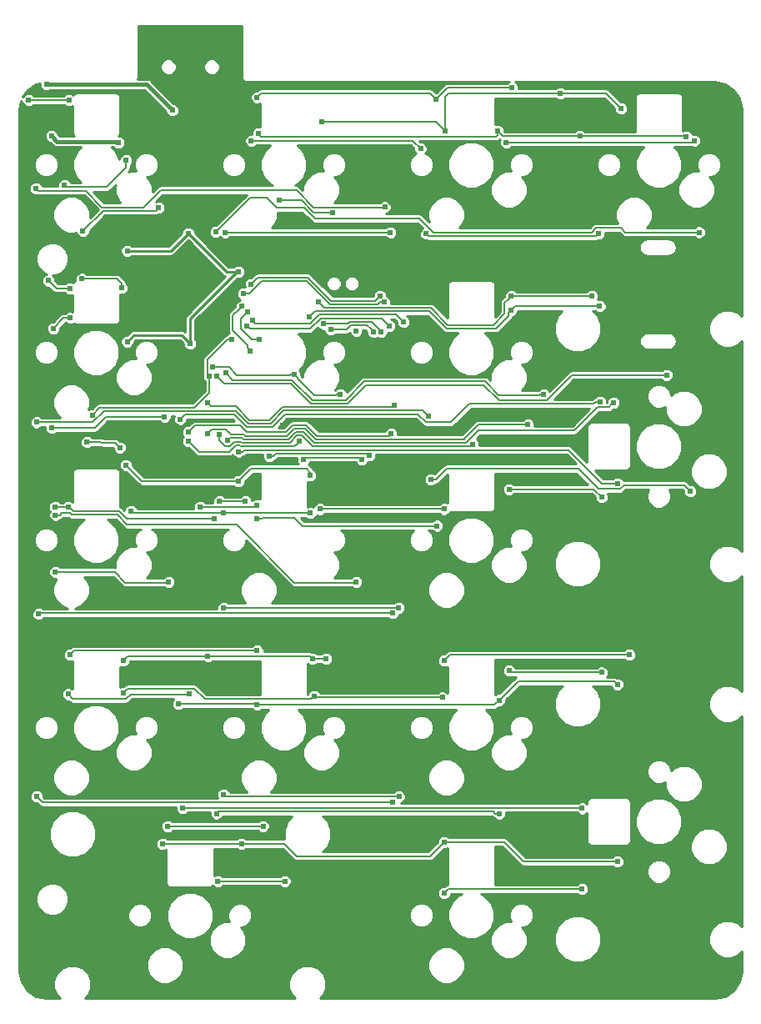
<source format=gtl>
G04 #@! TF.FileFunction,Copper,L1,Top,Signal*
%FSLAX46Y46*%
G04 Gerber Fmt 4.6, Leading zero omitted, Abs format (unit mm)*
G04 Created by KiCad (PCBNEW 4.0.6) date Saturday, January 06, 2018 'AMt' 08:46:40 AM*
%MOMM*%
%LPD*%
G01*
G04 APERTURE LIST*
%ADD10C,0.150000*%
%ADD11C,0.600000*%
%ADD12C,0.609600*%
%ADD13C,0.177800*%
%ADD14C,0.254000*%
%ADD15C,0.381000*%
%ADD16C,0.165100*%
G04 APERTURE END LIST*
D10*
D11*
X61150000Y-74050000D03*
X65200000Y-55200000D03*
X65000000Y-52000000D03*
X66800000Y-52800000D03*
X60400000Y-52000000D03*
X39000000Y-38800000D03*
X41000000Y-44000000D03*
X37800000Y-45600000D03*
X95200000Y-54300000D03*
X58400000Y-77700000D03*
X68200000Y-75900000D03*
X68200000Y-70900000D03*
X63400000Y-70900000D03*
X59200000Y-74800000D03*
X96500000Y-119800000D03*
X70600000Y-50600000D03*
X67200000Y-50600000D03*
X73400000Y-50600000D03*
X50600000Y-62500000D03*
X45000000Y-47500000D03*
X101000000Y-69750000D03*
X71250000Y-43500000D03*
X72250000Y-87750000D03*
X49000000Y-107250000D03*
X49000000Y-96500000D03*
X86500000Y-90500000D03*
X98000000Y-84500000D03*
X82000000Y-53500000D03*
X79500000Y-75000000D03*
X78000000Y-92000000D03*
X78500000Y-85000000D03*
X79000000Y-111500000D03*
X93000000Y-111000000D03*
X108000000Y-108000000D03*
X108000000Y-91000000D03*
X108000000Y-71500000D03*
X105000000Y-52500000D03*
X105500000Y-61500000D03*
X103000000Y-49000000D03*
X108500000Y-55500000D03*
X38000000Y-60000000D03*
X38500000Y-95000000D03*
X38500000Y-112500000D03*
X58500000Y-96000000D03*
X71000000Y-112500000D03*
X53000000Y-118000000D03*
X61500000Y-128500000D03*
X41000000Y-124000000D03*
X55000000Y-126000000D03*
X71000000Y-125000000D03*
X79000000Y-123000000D03*
X104000000Y-125000000D03*
X59000000Y-34000000D03*
X49000000Y-34000000D03*
X101500000Y-55300000D03*
X73700000Y-54500000D03*
X63750000Y-49750000D03*
X58250000Y-41250000D03*
X49500000Y-41250000D03*
X55250000Y-51500000D03*
X47250000Y-51250000D03*
X45000000Y-51250000D03*
X47500000Y-55750000D03*
X44000000Y-54750000D03*
X54000000Y-66500000D03*
X55500000Y-62500000D03*
X52500000Y-63500000D03*
X52500000Y-71750000D03*
X53750000Y-92000000D03*
X52500000Y-74750000D03*
X52500000Y-77500000D03*
X48750000Y-73500000D03*
X48750000Y-71750000D03*
X56300000Y-43900000D03*
X54150000Y-43900000D03*
X52450000Y-41300000D03*
X54750000Y-41250000D03*
X54400000Y-49400000D03*
X56900000Y-46450000D03*
X53650000Y-46450000D03*
X51850000Y-48900000D03*
X50250000Y-50500000D03*
X56350000Y-74650000D03*
X55650000Y-75350000D03*
X53500000Y-59400000D03*
X53500000Y-54600000D03*
X53500000Y-57000000D03*
X55900000Y-57000000D03*
X51100000Y-57000000D03*
X51100000Y-59400000D03*
X55900000Y-59400000D03*
X55900000Y-54600000D03*
X51100000Y-54600000D03*
D12*
X95504000Y-51435000D03*
X77978000Y-51435000D03*
X74328500Y-51308000D03*
X57531000Y-51308000D03*
X74702398Y-68828500D03*
X55762064Y-68614692D03*
X57404000Y-89408000D03*
X75184000Y-89408000D03*
X57400000Y-108400000D03*
X75200000Y-108600000D03*
X48000000Y-79600000D03*
X47182589Y-98115201D03*
X66200000Y-79800000D03*
X57400000Y-79800000D03*
X63600000Y-117200000D03*
X56800000Y-117200000D03*
X66600000Y-98400000D03*
X79600000Y-98533299D03*
X41800000Y-57000000D03*
X39600000Y-56200000D03*
X37600000Y-37881648D03*
X56400000Y-80400000D03*
X41681649Y-37881648D03*
X40300000Y-79200000D03*
X41600000Y-79200000D03*
X43499690Y-72599690D03*
X47445201Y-74930000D03*
X46853388Y-73161612D03*
X66200000Y-76000000D03*
X58900000Y-76600000D03*
X43000000Y-56037398D03*
X47050919Y-56949081D03*
X67800000Y-94600000D03*
X56675000Y-110314500D03*
X85400000Y-110314500D03*
X67200000Y-79400000D03*
X79800000Y-79400000D03*
X55800000Y-94353299D03*
X66400000Y-94600000D03*
X47200000Y-94800000D03*
X40099610Y-61049206D03*
X41815699Y-60000000D03*
X41234271Y-46499344D03*
X47491401Y-44000000D03*
X59600000Y-78600000D03*
X56971500Y-78628500D03*
X60800000Y-93781799D03*
X41800000Y-94200000D03*
X59200000Y-113400000D03*
X51200000Y-113400000D03*
X97400000Y-115200000D03*
X79800000Y-113200000D03*
X53923201Y-98200000D03*
X41600000Y-98200000D03*
X79066701Y-81100000D03*
X60800000Y-80371500D03*
X79800000Y-94800000D03*
X98600000Y-94200000D03*
X60800000Y-79000000D03*
X55028500Y-79200000D03*
X60800000Y-99276309D03*
X52800000Y-99200000D03*
X97400000Y-97200000D03*
X85400000Y-98800000D03*
X95800000Y-78200000D03*
X93800000Y-109800000D03*
X53228500Y-109743000D03*
X86400000Y-77400000D03*
X86400000Y-95800000D03*
X95800000Y-96000000D03*
X93800000Y-118000000D03*
X79800000Y-118400000D03*
X53804680Y-72500000D03*
X65100000Y-72543129D03*
X66095888Y-59895888D03*
X93600000Y-41536701D03*
X60917429Y-41275483D03*
X104400000Y-41600000D03*
X85200000Y-41000000D03*
X95600000Y-58800000D03*
X86600000Y-59200000D03*
X59852127Y-59345222D03*
X88300000Y-70842818D03*
X86700000Y-36631799D03*
X55790581Y-71709420D03*
X61000000Y-62200000D03*
X79000000Y-37800000D03*
X60800000Y-37600000D03*
X53000000Y-70271500D03*
X95630485Y-68499286D03*
X67029485Y-58345452D03*
X86116701Y-42200000D03*
X105200000Y-42000000D03*
X94800000Y-57800000D03*
X86600000Y-57800000D03*
X59264128Y-58821510D03*
X60120848Y-63339780D03*
X74400000Y-71761670D03*
X53804680Y-71600000D03*
X91600000Y-37203299D03*
X97790000Y-38735000D03*
X79900000Y-41000000D03*
X67395888Y-40095888D03*
X64590166Y-65764316D03*
X56300000Y-65000000D03*
X46700000Y-42200000D03*
X39900000Y-41500000D03*
X58900000Y-55300000D03*
X47600000Y-62400000D03*
X54000000Y-62600000D03*
X53800000Y-51400000D03*
X69250000Y-67750000D03*
X47601056Y-53178500D03*
X39400000Y-36300000D03*
X52200000Y-38900000D03*
X63051090Y-48032638D03*
X68500000Y-49328201D03*
X105700000Y-51300000D03*
X56600000Y-51262602D03*
X60164602Y-56564602D03*
X65500000Y-74400000D03*
X71431500Y-74369371D03*
X73260231Y-57740934D03*
X62035209Y-74020157D03*
X59377223Y-57537441D03*
X72200000Y-73971500D03*
X73700001Y-58394083D03*
X82700000Y-72828500D03*
X56961843Y-71861842D03*
X57824168Y-72418878D03*
X97004799Y-68600000D03*
X58922580Y-73569862D03*
X97400000Y-76800000D03*
X73757000Y-48750000D03*
X38350000Y-46850000D03*
X78200000Y-70000000D03*
X38400000Y-70600000D03*
X104800000Y-77600000D03*
X78424799Y-76400000D03*
X38608000Y-90043000D03*
X74554078Y-89979500D03*
X38400000Y-108600000D03*
X74544842Y-109171500D03*
X77400000Y-42800000D03*
X60200000Y-42000000D03*
X60294752Y-60239323D03*
X75669328Y-60410084D03*
X59753497Y-60811215D03*
X74231500Y-60812255D03*
X73409972Y-61383755D03*
X67555566Y-60603913D03*
X72623263Y-61417023D03*
X68275966Y-61175413D03*
X39944390Y-71171500D03*
X51400000Y-70034532D03*
X51810000Y-86800000D03*
X40311799Y-85800000D03*
X43105201Y-51200000D03*
X50800000Y-48800000D03*
X51708299Y-111600000D03*
X61400000Y-111600000D03*
X44049057Y-69849057D03*
X70860000Y-86800000D03*
X40311799Y-80000000D03*
X55942891Y-65926649D03*
X58197645Y-62186079D03*
X70860000Y-61315133D03*
X89910000Y-67788064D03*
X57600000Y-65600000D03*
X56730292Y-65926648D03*
X102400000Y-65800000D03*
D13*
X77978000Y-51435000D02*
X78229258Y-51686258D01*
X78229258Y-51686258D02*
X95252742Y-51686258D01*
X95252742Y-51686258D02*
X95504000Y-51435000D01*
X74328500Y-51308000D02*
X57531000Y-51308000D01*
X72831289Y-69032720D02*
X74498178Y-69032720D01*
X74498178Y-69032720D02*
X74702398Y-68828500D01*
X72831289Y-69032720D02*
X63367280Y-69032720D01*
X62053299Y-70346701D02*
X60035583Y-70346701D01*
X63367280Y-69032720D02*
X62053299Y-70346701D01*
X60035583Y-70346701D02*
X58608373Y-68919491D01*
X58608373Y-68919491D02*
X56066863Y-68919491D01*
X56066863Y-68919491D02*
X55762064Y-68614692D01*
X75184000Y-89408000D02*
X57404000Y-89408000D01*
X75200000Y-108600000D02*
X57600000Y-108600000D01*
X57600000Y-108600000D02*
X57400000Y-108400000D01*
X57400000Y-79800000D02*
X48200000Y-79800000D01*
X48200000Y-79800000D02*
X48000000Y-79600000D01*
X55507593Y-98704799D02*
X54431293Y-97628499D01*
X47669291Y-97628499D02*
X47182589Y-98115201D01*
X66600000Y-98400000D02*
X66295201Y-98704799D01*
X66295201Y-98704799D02*
X55507593Y-98704799D01*
X54431293Y-97628499D02*
X47669291Y-97628499D01*
X57400000Y-79800000D02*
X66200000Y-79800000D01*
X56800000Y-117200000D02*
X63600000Y-117200000D01*
X79600000Y-98533299D02*
X66733299Y-98533299D01*
X66733299Y-98533299D02*
X66600000Y-98400000D01*
X42136639Y-79636701D02*
X46759221Y-79636701D01*
X41699938Y-79200000D02*
X42136639Y-79636701D01*
X55968948Y-80400000D02*
X56400000Y-80400000D01*
X47522520Y-80400000D02*
X55968948Y-80400000D01*
X46759221Y-79636701D02*
X47522520Y-80400000D01*
X41600000Y-79200000D02*
X41699938Y-79200000D01*
X39600000Y-56200000D02*
X40400000Y-57000000D01*
X40400000Y-57000000D02*
X41800000Y-57000000D01*
X37600000Y-37881648D02*
X37281648Y-37881648D01*
X41681649Y-37881648D02*
X37600000Y-37881648D01*
X40300000Y-79200000D02*
X41600000Y-79200000D01*
X43499690Y-72599690D02*
X46391776Y-72700000D01*
X58900000Y-76600000D02*
X49530000Y-76600000D01*
X47445201Y-74930000D02*
X49115201Y-76600000D01*
X49115201Y-76600000D02*
X49530000Y-76600000D01*
X46391776Y-72700000D02*
X46853388Y-73161612D01*
X58900000Y-76600000D02*
X60196701Y-75303299D01*
X65813361Y-75303299D02*
X66200000Y-75689938D01*
X60196701Y-75303299D02*
X65813361Y-75303299D01*
X66200000Y-75689938D02*
X66200000Y-76000000D01*
X47050919Y-56949081D02*
X47050919Y-56518029D01*
X47050919Y-56518029D02*
X46570288Y-56037398D01*
X46570288Y-56037398D02*
X43000000Y-56037398D01*
X67800000Y-94600000D02*
X66400000Y-94600000D01*
X85400000Y-110314500D02*
X84968948Y-110314500D01*
X84968948Y-110314500D02*
X84788847Y-110134399D01*
X84788847Y-110134399D02*
X56855101Y-110134399D01*
X56855101Y-110134399D02*
X56675000Y-110314500D01*
X79800000Y-79400000D02*
X67200000Y-79400000D01*
X47646701Y-94353299D02*
X55800000Y-94353299D01*
X55800000Y-94353299D02*
X66153299Y-94353299D01*
X47200000Y-94800000D02*
X47646701Y-94353299D01*
X66153299Y-94353299D02*
X66400000Y-94600000D01*
X41815699Y-60000000D02*
X41148816Y-60000000D01*
X41148816Y-60000000D02*
X40099610Y-61049206D01*
X47491401Y-44000000D02*
X47491401Y-44763317D01*
X47491401Y-44763317D02*
X45538017Y-46716701D01*
X45538017Y-46716701D02*
X41451628Y-46716701D01*
X41451628Y-46716701D02*
X41234271Y-46499344D01*
X56971500Y-78628500D02*
X59571500Y-78628500D01*
X59571500Y-78628500D02*
X59600000Y-78600000D01*
X79800000Y-113200000D02*
X85887696Y-113200000D01*
X85887696Y-113200000D02*
X87887696Y-115200000D01*
X87887696Y-115200000D02*
X97400000Y-115200000D01*
X41800000Y-94200000D02*
X42218201Y-93781799D01*
X42218201Y-93781799D02*
X60800000Y-93781799D01*
X63572310Y-113400000D02*
X59200000Y-113400000D01*
X59200000Y-113400000D02*
X51200000Y-113400000D01*
X79800000Y-113200000D02*
X78344399Y-114655601D01*
X64827911Y-114655601D02*
X63572310Y-113400000D01*
X78344399Y-114655601D02*
X64827911Y-114655601D01*
X47486701Y-98686701D02*
X47944902Y-98228500D01*
X47944902Y-98228500D02*
X53894701Y-98228500D01*
X53894701Y-98228500D02*
X53923201Y-98200000D01*
X41600000Y-98200000D02*
X42086701Y-98686701D01*
X42086701Y-98686701D02*
X47486701Y-98686701D01*
X64588017Y-80283299D02*
X65404718Y-81100000D01*
X60800000Y-80371500D02*
X61231052Y-80371500D01*
X61231052Y-80371500D02*
X61319253Y-80283299D01*
X61319253Y-80283299D02*
X64588017Y-80283299D01*
X65404718Y-81100000D02*
X79066701Y-81100000D01*
X98600000Y-94200000D02*
X80400000Y-94200000D01*
X80400000Y-94200000D02*
X79800000Y-94800000D01*
X55028500Y-79200000D02*
X60600000Y-79200000D01*
X60600000Y-79200000D02*
X60800000Y-79000000D01*
X61231052Y-99276309D02*
X60800000Y-99276309D01*
X84923691Y-99276309D02*
X61231052Y-99276309D01*
X52800000Y-99200000D02*
X60723691Y-99200000D01*
X60723691Y-99200000D02*
X60800000Y-99276309D01*
X85400000Y-98800000D02*
X84923691Y-99276309D01*
X97400000Y-97200000D02*
X97095201Y-96895201D01*
X97095201Y-96895201D02*
X87304799Y-96895201D01*
X87304799Y-96895201D02*
X85704799Y-98495201D01*
X85704799Y-98495201D02*
X85400000Y-98800000D01*
X86400000Y-77400000D02*
X95000000Y-77400000D01*
X95000000Y-77400000D02*
X95800000Y-78200000D01*
X53228500Y-109743000D02*
X93743000Y-109743000D01*
X93743000Y-109743000D02*
X93800000Y-109800000D01*
X95800000Y-96000000D02*
X86600000Y-96000000D01*
X86600000Y-96000000D02*
X86400000Y-95800000D01*
X79800000Y-118400000D02*
X80200000Y-118000000D01*
X80200000Y-118000000D02*
X93800000Y-118000000D01*
X59147316Y-73044393D02*
X64598736Y-73044393D01*
X59017063Y-72914140D02*
X59147316Y-73044393D01*
X53804680Y-72500000D02*
X54904680Y-73600000D01*
X58640038Y-72914140D02*
X59017063Y-72914140D01*
X64598736Y-73044393D02*
X64795201Y-72847928D01*
X54904680Y-73600000D02*
X57954178Y-73600000D01*
X64795201Y-72847928D02*
X65100000Y-72543129D01*
X57954178Y-73600000D02*
X58640038Y-72914140D01*
X66095888Y-59895888D02*
X66670583Y-59321193D01*
X66670583Y-59321193D02*
X78296746Y-59321193D01*
X86295201Y-59846125D02*
X86295201Y-59504799D01*
X78296746Y-59321193D02*
X80036298Y-61060745D01*
X80036298Y-61060745D02*
X85080581Y-61060745D01*
X85080581Y-61060745D02*
X86295201Y-59846125D01*
X86295201Y-59504799D02*
X86600000Y-59200000D01*
X85736701Y-41536701D02*
X93600000Y-41536701D01*
X93600000Y-41536701D02*
X104336701Y-41536701D01*
X60917429Y-41275483D02*
X61222228Y-41580282D01*
X61222228Y-41580282D02*
X85050770Y-41580282D01*
X85050770Y-41580282D02*
X85200000Y-41431052D01*
X85200000Y-41431052D02*
X85200000Y-41000000D01*
X85200000Y-41000000D02*
X85736701Y-41536701D01*
X104336701Y-41536701D02*
X104400000Y-41600000D01*
X86600000Y-59200000D02*
X86973601Y-58826399D01*
X86973601Y-58826399D02*
X95573601Y-58826399D01*
X95573601Y-58826399D02*
X95600000Y-58800000D01*
X59177737Y-61085536D02*
X59177737Y-60019612D01*
X59177737Y-60019612D02*
X59547328Y-59650021D01*
X59547328Y-59650021D02*
X59852127Y-59345222D01*
X61000000Y-62200000D02*
X60292201Y-62200000D01*
X60292201Y-62200000D02*
X59177737Y-61085536D01*
X81846600Y-72333170D02*
X81846600Y-72264810D01*
X81846600Y-72264810D02*
X83268592Y-70842818D01*
X83268592Y-70842818D02*
X87868948Y-70842818D01*
X87868948Y-70842818D02*
X88300000Y-70842818D01*
X66741679Y-72333170D02*
X81846600Y-72333170D01*
X64291492Y-71500000D02*
X64558995Y-71232500D01*
X63813931Y-71977560D02*
X64291491Y-71500000D01*
X65641010Y-71232501D02*
X66741679Y-72333170D01*
X64291491Y-71500000D02*
X64291492Y-71500000D01*
X64558995Y-71232500D02*
X65641010Y-71232501D01*
X79000000Y-37800000D02*
X80168201Y-36631799D01*
X80168201Y-36631799D02*
X86700000Y-36631799D01*
X57590341Y-71290341D02*
X58147307Y-71847307D01*
X56209660Y-71290341D02*
X57590341Y-71290341D01*
X55790581Y-71709420D02*
X56209660Y-71290341D01*
X58147307Y-71847307D02*
X59458957Y-71847307D01*
X59458957Y-71847307D02*
X59589210Y-71977560D01*
X59589210Y-71977560D02*
X63813931Y-71977560D01*
X60800000Y-37600000D02*
X61196701Y-37203299D01*
X61196701Y-37203299D02*
X78403299Y-37203299D01*
X78403299Y-37203299D02*
X79000000Y-37800000D01*
X53000000Y-70271500D02*
X53452858Y-69818642D01*
X53452858Y-69818642D02*
X58478522Y-69818642D01*
X62347112Y-71058704D02*
X63650206Y-69755610D01*
X63650206Y-69755610D02*
X77109788Y-69755610D01*
X58478522Y-69818642D02*
X59718586Y-71058706D01*
X59718586Y-71058706D02*
X61700000Y-71058706D01*
X61700000Y-71058706D02*
X62347112Y-71058704D01*
X77109788Y-69755610D02*
X77925679Y-70571501D01*
X77925679Y-70571501D02*
X80528499Y-70571501D01*
X80528499Y-70571501D02*
X82384815Y-68715185D01*
X82384815Y-68715185D02*
X94983534Y-68715185D01*
X94983534Y-68715185D02*
X95199433Y-68499286D01*
X95199433Y-68499286D02*
X95630485Y-68499286D01*
X84794865Y-60705135D02*
X85939591Y-59560409D01*
X85939591Y-59560409D02*
X85939591Y-58460409D01*
X85939591Y-58460409D02*
X86295201Y-58104799D01*
X86295201Y-58104799D02*
X86600000Y-57800000D01*
X80183596Y-60705135D02*
X84794865Y-60705135D01*
X78444045Y-58965584D02*
X80183596Y-60705135D01*
X67649616Y-58965583D02*
X78444045Y-58965584D01*
X67029485Y-58345452D02*
X67649616Y-58965583D01*
X105200000Y-42000000D02*
X105028499Y-42171501D01*
X105028499Y-42171501D02*
X86145200Y-42171501D01*
X86145200Y-42171501D02*
X86116701Y-42200000D01*
X94800000Y-57800000D02*
X86600000Y-57800000D01*
X58959329Y-59126309D02*
X59264128Y-58821510D01*
X58339592Y-59746046D02*
X58959329Y-59126309D01*
X58339592Y-61253207D02*
X58339592Y-59746046D01*
X59816049Y-62729664D02*
X58339592Y-61253207D01*
X59816049Y-63034981D02*
X59816049Y-62729664D01*
X60120848Y-63339780D02*
X59816049Y-63034981D01*
X66888977Y-71977560D02*
X74184110Y-71977560D01*
X74184110Y-71977560D02*
X74400000Y-71761670D01*
X65788309Y-70876892D02*
X66888977Y-71977560D01*
X63688583Y-71600000D02*
X64300000Y-70988583D01*
X64300000Y-70988583D02*
X64300004Y-70988583D01*
X64300004Y-70988583D02*
X64411695Y-70876892D01*
X64411695Y-70876892D02*
X65788309Y-70876892D01*
X53804680Y-71600000D02*
X54469948Y-70934732D01*
X54469948Y-70934732D02*
X59049290Y-70934732D01*
X59049290Y-70934732D02*
X59714558Y-71600000D01*
X59714558Y-71600000D02*
X63688583Y-71600000D01*
X96258299Y-37203299D02*
X91600000Y-37203299D01*
X91600000Y-37203299D02*
X80236639Y-37203299D01*
X97790000Y-38735000D02*
X96258299Y-37203299D01*
X80236639Y-37203299D02*
X79900000Y-37539938D01*
X79900000Y-37539938D02*
X79900000Y-40568948D01*
X79900000Y-40568948D02*
X79900000Y-41000000D01*
X67395888Y-40095888D02*
X78995888Y-40095888D01*
X78995888Y-40095888D02*
X79900000Y-41000000D01*
D14*
X54000000Y-62600000D02*
X54000000Y-60039879D01*
X58756300Y-55283579D02*
X57683579Y-55283579D01*
X54000000Y-60039879D02*
X58756300Y-55283579D01*
D13*
X56300000Y-65000000D02*
X57956383Y-65000000D01*
X57956383Y-65000000D02*
X58732333Y-65775950D01*
X58732333Y-65775950D02*
X64147480Y-65775950D01*
X64159114Y-65764316D02*
X64590166Y-65764316D01*
X64147480Y-65775950D02*
X64159114Y-65764316D01*
X64894965Y-66125121D02*
X64894965Y-66069115D01*
X68818948Y-67750000D02*
X68762247Y-67806701D01*
X69250000Y-67750000D02*
X68818948Y-67750000D01*
X64894965Y-66069115D02*
X64590166Y-65764316D01*
X66576545Y-67806701D02*
X64894965Y-66125121D01*
X68762247Y-67806701D02*
X66576545Y-67806701D01*
D15*
X39900000Y-41500000D02*
X40481699Y-42081699D01*
X40481699Y-42081699D02*
X46581699Y-42081699D01*
X46581699Y-42081699D02*
X46700000Y-42200000D01*
D13*
X57683579Y-55283579D02*
X58883579Y-55283579D01*
X58883579Y-55283579D02*
X58900000Y-55300000D01*
D14*
X48244142Y-61755858D02*
X47600000Y-62400000D01*
X54000000Y-62600000D02*
X53155858Y-61755858D01*
X53155858Y-61755858D02*
X48244142Y-61755858D01*
X57683579Y-55283579D02*
X53800000Y-51400000D01*
X52021500Y-53178500D02*
X53800000Y-51400000D01*
X47601056Y-53178500D02*
X52021500Y-53178500D01*
D15*
X52200000Y-38900000D02*
X49600000Y-36300000D01*
X49600000Y-36300000D02*
X39400000Y-36300000D01*
D16*
X66457501Y-49200000D02*
X65290139Y-48032638D01*
X63482142Y-48032638D02*
X63051090Y-48032638D01*
X65290139Y-48032638D02*
X63482142Y-48032638D01*
D13*
X66457501Y-49200000D02*
X66585702Y-49328201D01*
X66585702Y-49328201D02*
X68500000Y-49328201D01*
D16*
X62824145Y-48807621D02*
X65562214Y-48807621D01*
X61400000Y-47763299D02*
X61779823Y-47763299D01*
X65562214Y-48807621D02*
X66154593Y-49400000D01*
X61779823Y-47763299D02*
X62824145Y-48807621D01*
D13*
X66154593Y-49400000D02*
X66654295Y-49899702D01*
X60099303Y-47763299D02*
X61400000Y-47763299D01*
X98215282Y-51300000D02*
X105700000Y-51300000D01*
X97778781Y-50863499D02*
X98215282Y-51300000D01*
X94796477Y-51296701D02*
X95229679Y-50863499D01*
X78685523Y-51296701D02*
X94796477Y-51296701D01*
X95229679Y-50863499D02*
X97778781Y-50863499D01*
X56600000Y-51262602D02*
X60099303Y-47763299D01*
X66654295Y-49899702D02*
X77288524Y-49899702D01*
X77288524Y-49899702D02*
X78685523Y-51296701D01*
X61400000Y-55897689D02*
X65600000Y-55897689D01*
X60164602Y-56564602D02*
X60831515Y-55897689D01*
X60831515Y-55897689D02*
X61400000Y-55897689D01*
X72746801Y-58254364D02*
X73260231Y-57740934D01*
X68317334Y-58254364D02*
X71500000Y-58254364D01*
X65960660Y-55897690D02*
X68317334Y-58254364D01*
X65600000Y-55897689D02*
X65960660Y-55897690D01*
X71500000Y-58254364D02*
X72746801Y-58254364D01*
X71431500Y-74369371D02*
X71245681Y-74183552D01*
X71245681Y-74183552D02*
X65716448Y-74183552D01*
X65716448Y-74183552D02*
X65500000Y-74400000D01*
X62466261Y-74020157D02*
X62035209Y-74020157D01*
X62728802Y-73757616D02*
X62466261Y-74020157D01*
X71986116Y-73757616D02*
X62728802Y-73757616D01*
X72200000Y-73971500D02*
X71986116Y-73757616D01*
X59808275Y-57537441D02*
X59377223Y-57537441D01*
X65813361Y-56253299D02*
X61284130Y-56253299D01*
X59999988Y-57537441D02*
X59808275Y-57537441D01*
X61284130Y-56253299D02*
X59999988Y-57537441D01*
X68170036Y-58609974D02*
X65813361Y-56253299D01*
X73053058Y-58609974D02*
X68170036Y-58609974D01*
X73268949Y-58394083D02*
X73053058Y-58609974D01*
X73700001Y-58394083D02*
X73268949Y-58394083D01*
X66447083Y-73044390D02*
X82484110Y-73044390D01*
X82484110Y-73044390D02*
X82700000Y-72828500D01*
X64853590Y-71943719D02*
X65100000Y-71943719D01*
X65346412Y-71943719D02*
X66447083Y-73044390D01*
X65100000Y-71943719D02*
X65346412Y-71943719D01*
X59294614Y-72688782D02*
X64108527Y-72688782D01*
X56961843Y-72402375D02*
X57559468Y-73000000D01*
X57559468Y-73000000D02*
X58051270Y-73000000D01*
X58492741Y-72558529D02*
X59164361Y-72558529D01*
X59164361Y-72558529D02*
X59294614Y-72688782D01*
X56961843Y-71861842D02*
X56961843Y-72402375D01*
X58051270Y-73000000D02*
X58492741Y-72558529D01*
X64108527Y-72688782D02*
X64853590Y-71943719D01*
X57824168Y-72418878D02*
X58040128Y-72202918D01*
X58040128Y-72202918D02*
X59311659Y-72202918D01*
X59311659Y-72202918D02*
X59441912Y-72333171D01*
X59441912Y-72333171D02*
X63961229Y-72333171D01*
X63961229Y-72333171D02*
X64706292Y-71588109D01*
X64706292Y-71588109D02*
X65493711Y-71588110D01*
X65493711Y-71588110D02*
X66594381Y-72688780D01*
X66594381Y-72688780D02*
X81993898Y-72688780D01*
X81993898Y-72688780D02*
X83200000Y-71482678D01*
X83200000Y-71482678D02*
X83200000Y-71414318D01*
X83200000Y-71414318D02*
X93007004Y-71414318D01*
X96700000Y-68904799D02*
X97004799Y-68600000D01*
X93007004Y-71414318D02*
X95350526Y-69070796D01*
X95350526Y-69070796D02*
X96534003Y-69070796D01*
X96534003Y-69070796D02*
X96700000Y-68904799D01*
X59353632Y-73569862D02*
X58922580Y-73569862D01*
X59523494Y-73400000D02*
X59353632Y-73569862D01*
X97400000Y-76800000D02*
X95814938Y-76800000D01*
X95814938Y-76800000D02*
X92414938Y-73400000D01*
X92414938Y-73400000D02*
X59523494Y-73400000D01*
X73757000Y-48750000D02*
X73750299Y-48756701D01*
X66517110Y-48756701D02*
X64784189Y-47023780D01*
X73750299Y-48756701D02*
X66517110Y-48756701D01*
X64784189Y-47023780D02*
X51006248Y-47023780D01*
X51006248Y-47023780D02*
X49273327Y-48756701D01*
X49273327Y-48756701D02*
X45043743Y-48756701D01*
X45043743Y-48756701D02*
X43388123Y-47101081D01*
X43388123Y-47101081D02*
X38601081Y-47101081D01*
X38601081Y-47101081D02*
X38350000Y-46850000D01*
X58649006Y-69463032D02*
X45243306Y-69463032D01*
X78200000Y-70000000D02*
X77600000Y-69400000D01*
X77600000Y-69400000D02*
X63502908Y-69400000D01*
X63502908Y-69400000D02*
X62199813Y-70703095D01*
X62199813Y-70703095D02*
X60503095Y-70703095D01*
X60503095Y-70703095D02*
X60502311Y-70702311D01*
X60502311Y-70702311D02*
X59888284Y-70702310D01*
X59888284Y-70702310D02*
X58649006Y-69463032D01*
X45243306Y-69463032D02*
X44106338Y-70600000D01*
X44106338Y-70600000D02*
X38400000Y-70600000D01*
X104800000Y-77600000D02*
X104188299Y-76988299D01*
X93406207Y-75303299D02*
X80035419Y-75303299D01*
X104188299Y-76988299D02*
X98057523Y-76988299D01*
X95474409Y-77371501D02*
X93406207Y-75303299D01*
X98057523Y-76988299D02*
X97674321Y-77371501D01*
X97674321Y-77371501D02*
X95474409Y-77371501D01*
X80035419Y-75303299D02*
X78938718Y-76400000D01*
X78938718Y-76400000D02*
X78855851Y-76400000D01*
X78855851Y-76400000D02*
X78424799Y-76400000D01*
X74554078Y-89979500D02*
X38671500Y-89979500D01*
X38671500Y-89979500D02*
X38608000Y-90043000D01*
X74544842Y-109171500D02*
X38971500Y-109171500D01*
X38971500Y-109171500D02*
X38400000Y-108600000D01*
D16*
X60200000Y-42000000D02*
X76600000Y-42000000D01*
X76600000Y-42000000D02*
X77400000Y-42800000D01*
D13*
X60599551Y-60544122D02*
X60294752Y-60239323D01*
X75669328Y-60410084D02*
X74936047Y-59676803D01*
X67123197Y-59676803D02*
X66213299Y-60586701D01*
X60642130Y-60586701D02*
X60599551Y-60544122D01*
X74936047Y-59676803D02*
X67123197Y-59676803D01*
X66213299Y-60586701D02*
X60642130Y-60586701D01*
X67270495Y-60032413D02*
X66186894Y-61116014D01*
X73451658Y-60032413D02*
X67270495Y-60032413D01*
X66186894Y-61116014D02*
X60058296Y-61116014D01*
X60058296Y-61116014D02*
X59753497Y-60811215D01*
X74231500Y-60812255D02*
X73451658Y-60032413D01*
X73105173Y-61078956D02*
X73409972Y-61383755D01*
X72414240Y-60388023D02*
X73105173Y-61078956D01*
X69993179Y-60603913D02*
X70209069Y-60388023D01*
X70209069Y-60388023D02*
X72414240Y-60388023D01*
X67555566Y-60603913D02*
X69993179Y-60603913D01*
X71949873Y-60743633D02*
X72318464Y-61112224D01*
X69924587Y-61175413D02*
X70356367Y-60743633D01*
X70356367Y-60743633D02*
X71949873Y-60743633D01*
X68275966Y-61175413D02*
X69924587Y-61175413D01*
X72318464Y-61112224D02*
X72623263Y-61417023D01*
X51400000Y-70034532D02*
X45436802Y-70034532D01*
X45436802Y-70034532D02*
X44299834Y-71171500D01*
X44299834Y-71171500D02*
X40375442Y-71171500D01*
X40375442Y-71171500D02*
X39944390Y-71171500D01*
X40311799Y-85800000D02*
X46355282Y-85800000D01*
X46355282Y-85800000D02*
X47411983Y-86856701D01*
X47411983Y-86856701D02*
X51753299Y-86856701D01*
X51753299Y-86856701D02*
X51810000Y-86800000D01*
X50800000Y-48800000D02*
X50487689Y-49112311D01*
X50487689Y-49112311D02*
X45192890Y-49112311D01*
X45192890Y-49112311D02*
X43105201Y-51200000D01*
X61400000Y-111600000D02*
X51708299Y-111600000D01*
X41989341Y-79992312D02*
X46611923Y-79992312D01*
X40742851Y-80000000D02*
X40928174Y-79814677D01*
X40928174Y-79814677D02*
X41811706Y-79814677D01*
X41811706Y-79814677D02*
X41989341Y-79992312D01*
X40311799Y-80000000D02*
X40742851Y-80000000D01*
X46611923Y-79992312D02*
X47591112Y-80971501D01*
X47591112Y-80971501D02*
X58706103Y-80971501D01*
X58706103Y-80971501D02*
X64591303Y-86856701D01*
X64591303Y-86856701D02*
X70803299Y-86856701D01*
X70803299Y-86856701D02*
X70860000Y-86800000D01*
X46200000Y-69107422D02*
X44790692Y-69107422D01*
X54423512Y-69107422D02*
X46200000Y-69107422D01*
X44790692Y-69107422D02*
X44049057Y-69849057D01*
X55942891Y-65926649D02*
X55942891Y-67588043D01*
X55942891Y-67588043D02*
X54423512Y-69107422D01*
X58197645Y-62186079D02*
X57766593Y-62186079D01*
X57766593Y-62186079D02*
X55728499Y-64224173D01*
X55728499Y-64224173D02*
X55728499Y-65712257D01*
X55728499Y-65712257D02*
X55942891Y-65926649D01*
X70765107Y-61220240D02*
X70860000Y-61315133D01*
X58284551Y-66284551D02*
X64353565Y-66284551D01*
X85328793Y-67806701D02*
X89460311Y-67806701D01*
X66390515Y-68321501D02*
X69800202Y-68321501D01*
X89460311Y-67806701D02*
X89478948Y-67788064D01*
X57600000Y-65600000D02*
X58284551Y-66284551D01*
X83958991Y-66436899D02*
X85328793Y-67806701D01*
X71684804Y-66436899D02*
X83958991Y-66436899D01*
X69800202Y-68321501D02*
X71684804Y-66436899D01*
X64353565Y-66284551D02*
X66390515Y-68321501D01*
X89478948Y-67788064D02*
X89910000Y-67788064D01*
X64206267Y-66640161D02*
X57443805Y-66640161D01*
X57443805Y-66640161D02*
X57035091Y-66231447D01*
X85378758Y-68359574D02*
X83811693Y-66792509D01*
X83811693Y-66792509D02*
X71832102Y-66792509D01*
X66243217Y-68677111D02*
X64206267Y-66640161D01*
X92755822Y-65800000D02*
X90196248Y-68359574D01*
X69947501Y-68677110D02*
X66243217Y-68677111D01*
X90196248Y-68359574D02*
X85378758Y-68359574D01*
X102400000Y-65800000D02*
X92755822Y-65800000D01*
X71832102Y-66792509D02*
X69947501Y-68677110D01*
X57035091Y-66231447D02*
X56730292Y-65926648D01*
D14*
G36*
X108352098Y-36231225D02*
X109231306Y-36818694D01*
X109818775Y-37697902D01*
X110034000Y-38779911D01*
X110034000Y-59842100D01*
X109665505Y-59472961D01*
X108965590Y-59182332D01*
X108207735Y-59181670D01*
X107507314Y-59471078D01*
X106970961Y-60006495D01*
X106680332Y-60706410D01*
X106679670Y-61464265D01*
X106969078Y-62164686D01*
X107504495Y-62701039D01*
X108204410Y-62991668D01*
X108962265Y-62992330D01*
X109662686Y-62702922D01*
X110034000Y-62332256D01*
X110034000Y-83718100D01*
X109665505Y-83348961D01*
X108965590Y-83058332D01*
X108207735Y-83057670D01*
X107507314Y-83347078D01*
X106970961Y-83882495D01*
X106680332Y-84582410D01*
X106679670Y-85340265D01*
X106969078Y-86040686D01*
X107504495Y-86577039D01*
X108204410Y-86867668D01*
X108962265Y-86868330D01*
X109662686Y-86578922D01*
X110034000Y-86208256D01*
X110034000Y-97942100D01*
X109665505Y-97572961D01*
X108965590Y-97282332D01*
X108207735Y-97281670D01*
X107507314Y-97571078D01*
X106970961Y-98106495D01*
X106680332Y-98806410D01*
X106679670Y-99564265D01*
X106969078Y-100264686D01*
X107504495Y-100801039D01*
X108204410Y-101091668D01*
X108962265Y-101092330D01*
X109662686Y-100802922D01*
X110034000Y-100432256D01*
X110034000Y-121818100D01*
X109665505Y-121448961D01*
X108965590Y-121158332D01*
X108207735Y-121157670D01*
X107507314Y-121447078D01*
X106970961Y-121982495D01*
X106680332Y-122682410D01*
X106679670Y-123440265D01*
X106969078Y-124140686D01*
X107504495Y-124677039D01*
X108204410Y-124967668D01*
X108962265Y-124968330D01*
X109662686Y-124678922D01*
X110034000Y-124308256D01*
X110034000Y-126320089D01*
X109818775Y-127402098D01*
X109231306Y-128281306D01*
X108352098Y-128868775D01*
X107270089Y-129084000D01*
X67157900Y-129084000D01*
X67527039Y-128715505D01*
X67817668Y-128015590D01*
X67818330Y-127257735D01*
X67528922Y-126557314D01*
X67074915Y-126102513D01*
X78128674Y-126102513D01*
X78414436Y-126794109D01*
X78943108Y-127323704D01*
X79634204Y-127610673D01*
X80382513Y-127611326D01*
X81074109Y-127325564D01*
X81603704Y-126796892D01*
X81890673Y-126105796D01*
X81891326Y-125357487D01*
X81605564Y-124665891D01*
X81076892Y-124136296D01*
X80385796Y-123849327D01*
X79637487Y-123848674D01*
X78945891Y-124134436D01*
X78416296Y-124663108D01*
X78129327Y-125354204D01*
X78128674Y-126102513D01*
X67074915Y-126102513D01*
X66993505Y-126020961D01*
X66293590Y-125730332D01*
X65535735Y-125729670D01*
X64835314Y-126019078D01*
X64298961Y-126554495D01*
X64008332Y-127254410D01*
X64007670Y-128012265D01*
X64297078Y-128712686D01*
X64667744Y-129084000D01*
X43281900Y-129084000D01*
X43651039Y-128715505D01*
X43941668Y-128015590D01*
X43942330Y-127257735D01*
X43652922Y-126557314D01*
X43198915Y-126102513D01*
X49553674Y-126102513D01*
X49839436Y-126794109D01*
X50368108Y-127323704D01*
X51059204Y-127610673D01*
X51807513Y-127611326D01*
X52499109Y-127325564D01*
X53028704Y-126796892D01*
X53315673Y-126105796D01*
X53316326Y-125357487D01*
X53030564Y-124665891D01*
X52501892Y-124136296D01*
X51810796Y-123849327D01*
X51062487Y-123848674D01*
X50370891Y-124134436D01*
X49841296Y-124663108D01*
X49554327Y-125354204D01*
X49553674Y-126102513D01*
X43198915Y-126102513D01*
X43117505Y-126020961D01*
X42417590Y-125730332D01*
X41659735Y-125729670D01*
X40959314Y-126019078D01*
X40422961Y-126554495D01*
X40132332Y-127254410D01*
X40131670Y-128012265D01*
X40421078Y-128712686D01*
X40791744Y-129084000D01*
X39414911Y-129084000D01*
X38332902Y-128868775D01*
X37453694Y-128281306D01*
X36866225Y-127402098D01*
X36651000Y-126320089D01*
X36651000Y-123562513D01*
X55903674Y-123562513D01*
X56189436Y-124254109D01*
X56718108Y-124783704D01*
X57409204Y-125070673D01*
X58157513Y-125071326D01*
X58849109Y-124785564D01*
X59378704Y-124256892D01*
X59665673Y-123565796D01*
X59665675Y-123562513D01*
X84478674Y-123562513D01*
X84764436Y-124254109D01*
X85293108Y-124783704D01*
X85984204Y-125070673D01*
X86732513Y-125071326D01*
X87424109Y-124785564D01*
X87953704Y-124256892D01*
X88240673Y-123565796D01*
X88240701Y-123533324D01*
X90969689Y-123533324D01*
X91330484Y-124406515D01*
X91997971Y-125075168D01*
X92870531Y-125437487D01*
X93815324Y-125438311D01*
X94688515Y-125077516D01*
X95357168Y-124410029D01*
X95719487Y-123537469D01*
X95720311Y-122592676D01*
X95359516Y-121719485D01*
X94692029Y-121050832D01*
X93819469Y-120688513D01*
X92874676Y-120687689D01*
X92001485Y-121048484D01*
X91332832Y-121715971D01*
X90970513Y-122588531D01*
X90969689Y-123533324D01*
X88240701Y-123533324D01*
X88241326Y-122817487D01*
X87955564Y-122125891D01*
X87711171Y-121881071D01*
X87873787Y-121881213D01*
X88326395Y-121694200D01*
X88672983Y-121348216D01*
X88860786Y-120895935D01*
X88861213Y-120406213D01*
X88674200Y-119953605D01*
X88328216Y-119607017D01*
X87875935Y-119419214D01*
X87386213Y-119418787D01*
X86933605Y-119605800D01*
X86587017Y-119951784D01*
X86399214Y-120404065D01*
X86398787Y-120893787D01*
X86570424Y-121309183D01*
X85987487Y-121308674D01*
X85295891Y-121594436D01*
X84766296Y-122123108D01*
X84479327Y-122814204D01*
X84478674Y-123562513D01*
X59665675Y-123562513D01*
X59666326Y-122817487D01*
X59380564Y-122125891D01*
X59136171Y-121881071D01*
X59298787Y-121881213D01*
X59751395Y-121694200D01*
X60097983Y-121348216D01*
X60285786Y-120895935D01*
X60285787Y-120893787D01*
X76238787Y-120893787D01*
X76425800Y-121346395D01*
X76771784Y-121692983D01*
X77224065Y-121880786D01*
X77713787Y-121881213D01*
X78166395Y-121694200D01*
X78512983Y-121348216D01*
X78700786Y-120895935D01*
X78701213Y-120406213D01*
X78514200Y-119953605D01*
X78168216Y-119607017D01*
X77715935Y-119419214D01*
X77226213Y-119418787D01*
X76773605Y-119605800D01*
X76427017Y-119951784D01*
X76239214Y-120404065D01*
X76238787Y-120893787D01*
X60285787Y-120893787D01*
X60286213Y-120406213D01*
X60099200Y-119953605D01*
X59753216Y-119607017D01*
X59300935Y-119419214D01*
X58811213Y-119418787D01*
X58358605Y-119605800D01*
X58012017Y-119951784D01*
X57824214Y-120404065D01*
X57823787Y-120893787D01*
X57995424Y-121309183D01*
X57412487Y-121308674D01*
X56720891Y-121594436D01*
X56191296Y-122123108D01*
X55904327Y-122814204D01*
X55903674Y-123562513D01*
X36651000Y-123562513D01*
X36651000Y-120893787D01*
X47663787Y-120893787D01*
X47850800Y-121346395D01*
X48196784Y-121692983D01*
X48649065Y-121880786D01*
X49138787Y-121881213D01*
X49591395Y-121694200D01*
X49937983Y-121348216D01*
X50032110Y-121121532D01*
X51593587Y-121121532D01*
X51955309Y-121996966D01*
X52624511Y-122667337D01*
X53499312Y-123030586D01*
X54446532Y-123031413D01*
X55321966Y-122669691D01*
X55992337Y-122000489D01*
X56355586Y-121125688D01*
X56356413Y-120178468D01*
X55994691Y-119303034D01*
X55325489Y-118632663D01*
X54450688Y-118269414D01*
X53503468Y-118268587D01*
X52628034Y-118630309D01*
X51957663Y-119299511D01*
X51594414Y-120174312D01*
X51593587Y-121121532D01*
X50032110Y-121121532D01*
X50125786Y-120895935D01*
X50126213Y-120406213D01*
X49939200Y-119953605D01*
X49593216Y-119607017D01*
X49140935Y-119419214D01*
X48651213Y-119418787D01*
X48198605Y-119605800D01*
X47852017Y-119951784D01*
X47664214Y-120404065D01*
X47663787Y-120893787D01*
X36651000Y-120893787D01*
X36651000Y-119324983D01*
X38358716Y-119324983D01*
X38608017Y-119928337D01*
X39069235Y-120390361D01*
X39672153Y-120640714D01*
X40324983Y-120641284D01*
X40928337Y-120391983D01*
X41390361Y-119930765D01*
X41640714Y-119327847D01*
X41641284Y-118675017D01*
X41391983Y-118071663D01*
X40930765Y-117609639D01*
X40327847Y-117359286D01*
X39675017Y-117358716D01*
X39071663Y-117608017D01*
X38609639Y-118069235D01*
X38359286Y-118672153D01*
X38358716Y-119324983D01*
X36651000Y-119324983D01*
X36651000Y-112865324D01*
X39661689Y-112865324D01*
X40022484Y-113738515D01*
X40689971Y-114407168D01*
X41562531Y-114769487D01*
X42507324Y-114770311D01*
X43380515Y-114409516D01*
X44049168Y-113742029D01*
X44411487Y-112869469D01*
X44412311Y-111924676D01*
X44334276Y-111735816D01*
X51022380Y-111735816D01*
X51126567Y-111987967D01*
X51319317Y-112181054D01*
X51571286Y-112285681D01*
X51844115Y-112285919D01*
X52096266Y-112181732D01*
X52208294Y-112069900D01*
X60900058Y-112069900D01*
X61011018Y-112181054D01*
X61262987Y-112285681D01*
X61535816Y-112285919D01*
X61787967Y-112181732D01*
X61981054Y-111988982D01*
X62085681Y-111737013D01*
X62085919Y-111464184D01*
X61981732Y-111212033D01*
X61788982Y-111018946D01*
X61537013Y-110914319D01*
X61264184Y-110914081D01*
X61012033Y-111018268D01*
X60900005Y-111130100D01*
X52208241Y-111130100D01*
X52097281Y-111018946D01*
X51845312Y-110914319D01*
X51572483Y-110914081D01*
X51320332Y-111018268D01*
X51127245Y-111211018D01*
X51022618Y-111462987D01*
X51022380Y-111735816D01*
X44334276Y-111735816D01*
X44051516Y-111051485D01*
X43384029Y-110382832D01*
X42511469Y-110020513D01*
X41566676Y-110019689D01*
X40693485Y-110380484D01*
X40024832Y-111047971D01*
X39662513Y-111920531D01*
X39661689Y-112865324D01*
X36651000Y-112865324D01*
X36651000Y-108735816D01*
X37714081Y-108735816D01*
X37818268Y-108987967D01*
X38011018Y-109181054D01*
X38262987Y-109285681D01*
X38421280Y-109285819D01*
X38639230Y-109503769D01*
X38791677Y-109605631D01*
X38971500Y-109641400D01*
X52542788Y-109641400D01*
X52542581Y-109878816D01*
X52646768Y-110130967D01*
X52839518Y-110324054D01*
X53091487Y-110428681D01*
X53364316Y-110428919D01*
X53616467Y-110324732D01*
X53728495Y-110212900D01*
X55989288Y-110212900D01*
X55989081Y-110450316D01*
X56093268Y-110702467D01*
X56286018Y-110895554D01*
X56537987Y-111000181D01*
X56810816Y-111000419D01*
X57062967Y-110896232D01*
X57256054Y-110703482D01*
X57297239Y-110604299D01*
X64345279Y-110604299D01*
X63900832Y-111047971D01*
X63538513Y-111920531D01*
X63537689Y-112865324D01*
X63564454Y-112930100D01*
X59699942Y-112930100D01*
X59588982Y-112818946D01*
X59337013Y-112714319D01*
X59064184Y-112714081D01*
X58812033Y-112818268D01*
X58700005Y-112930100D01*
X51699942Y-112930100D01*
X51588982Y-112818946D01*
X51337013Y-112714319D01*
X51064184Y-112714081D01*
X50812033Y-112818268D01*
X50618946Y-113011018D01*
X50514319Y-113262987D01*
X50514081Y-113535816D01*
X50618268Y-113787967D01*
X50811018Y-113981054D01*
X51062987Y-114085681D01*
X51335816Y-114085919D01*
X51544000Y-113999899D01*
X51544000Y-117370000D01*
X51576808Y-117534937D01*
X51670237Y-117674763D01*
X51810063Y-117768192D01*
X51975000Y-117801000D01*
X55975000Y-117801000D01*
X56139937Y-117768192D01*
X56279763Y-117674763D01*
X56289847Y-117659671D01*
X56411018Y-117781054D01*
X56662987Y-117885681D01*
X56935816Y-117885919D01*
X57187967Y-117781732D01*
X57299995Y-117669900D01*
X63100058Y-117669900D01*
X63211018Y-117781054D01*
X63462987Y-117885681D01*
X63735816Y-117885919D01*
X63987967Y-117781732D01*
X64181054Y-117588982D01*
X64285681Y-117337013D01*
X64285919Y-117064184D01*
X64181732Y-116812033D01*
X63988982Y-116618946D01*
X63737013Y-116514319D01*
X63464184Y-116514081D01*
X63212033Y-116618268D01*
X63100005Y-116730100D01*
X57299942Y-116730100D01*
X57188982Y-116618946D01*
X56937013Y-116514319D01*
X56664184Y-116514081D01*
X56412033Y-116618268D01*
X56406000Y-116624290D01*
X56406000Y-113869900D01*
X58700058Y-113869900D01*
X58811018Y-113981054D01*
X59062987Y-114085681D01*
X59335816Y-114085919D01*
X59587967Y-113981732D01*
X59699995Y-113869900D01*
X63377672Y-113869900D01*
X64495642Y-114987871D01*
X64609853Y-115064184D01*
X64648088Y-115089732D01*
X64827911Y-115125501D01*
X78344399Y-115125501D01*
X78524222Y-115089732D01*
X78676668Y-114987870D01*
X79778757Y-113885782D01*
X79935816Y-113885919D01*
X80119000Y-113810229D01*
X80119000Y-117370000D01*
X80151808Y-117534937D01*
X80154609Y-117539129D01*
X80020177Y-117565869D01*
X79867730Y-117667731D01*
X79821243Y-117714218D01*
X79664184Y-117714081D01*
X79412033Y-117818268D01*
X79218946Y-118011018D01*
X79114319Y-118262987D01*
X79114081Y-118535816D01*
X79218268Y-118787967D01*
X79411018Y-118981054D01*
X79662987Y-119085681D01*
X79935816Y-119085919D01*
X80187967Y-118981732D01*
X80381054Y-118788982D01*
X80485681Y-118537013D01*
X80485740Y-118469900D01*
X81591253Y-118469900D01*
X81203034Y-118630309D01*
X80532663Y-119299511D01*
X80169414Y-120174312D01*
X80168587Y-121121532D01*
X80530309Y-121996966D01*
X81199511Y-122667337D01*
X82074312Y-123030586D01*
X83021532Y-123031413D01*
X83896966Y-122669691D01*
X84567337Y-122000489D01*
X84930586Y-121125688D01*
X84931413Y-120178468D01*
X84569691Y-119303034D01*
X83900489Y-118632663D01*
X83508512Y-118469900D01*
X93300058Y-118469900D01*
X93411018Y-118581054D01*
X93662987Y-118685681D01*
X93935816Y-118685919D01*
X94187967Y-118581732D01*
X94381054Y-118388982D01*
X94485681Y-118137013D01*
X94485919Y-117864184D01*
X94381732Y-117612033D01*
X94188982Y-117418946D01*
X93937013Y-117314319D01*
X93664184Y-117314081D01*
X93412033Y-117418268D01*
X93300005Y-117530100D01*
X84949154Y-117530100D01*
X84981000Y-117370000D01*
X84981000Y-116448787D01*
X100368787Y-116448787D01*
X100555800Y-116901395D01*
X100901784Y-117247983D01*
X101354065Y-117435786D01*
X101843787Y-117436213D01*
X102296395Y-117249200D01*
X102642983Y-116903216D01*
X102830786Y-116450935D01*
X102831213Y-115961213D01*
X102644200Y-115508605D01*
X102298216Y-115162017D01*
X101845935Y-114974214D01*
X101356213Y-114973787D01*
X100903605Y-115160800D01*
X100557017Y-115506784D01*
X100369214Y-115959065D01*
X100368787Y-116448787D01*
X84981000Y-116448787D01*
X84981000Y-113770000D01*
X84961089Y-113669900D01*
X85693058Y-113669900D01*
X87555426Y-115532269D01*
X87638784Y-115587967D01*
X87707873Y-115634131D01*
X87887696Y-115669900D01*
X96900058Y-115669900D01*
X97011018Y-115781054D01*
X97262987Y-115885681D01*
X97535816Y-115885919D01*
X97787967Y-115781732D01*
X97981054Y-115588982D01*
X98085681Y-115337013D01*
X98085919Y-115064184D01*
X97981732Y-114812033D01*
X97788982Y-114618946D01*
X97537013Y-114514319D01*
X97264184Y-114514081D01*
X97012033Y-114618268D01*
X96900005Y-114730100D01*
X88082335Y-114730100D01*
X87389748Y-114037513D01*
X104798674Y-114037513D01*
X105084436Y-114729109D01*
X105613108Y-115258704D01*
X106304204Y-115545673D01*
X107052513Y-115546326D01*
X107744109Y-115260564D01*
X108273704Y-114731892D01*
X108560673Y-114040796D01*
X108561326Y-113292487D01*
X108275564Y-112600891D01*
X107746892Y-112071296D01*
X107055796Y-111784327D01*
X106307487Y-111783674D01*
X105615891Y-112069436D01*
X105086296Y-112598108D01*
X104799327Y-113289204D01*
X104798674Y-114037513D01*
X87389748Y-114037513D01*
X86219965Y-112867731D01*
X86067519Y-112765869D01*
X85887696Y-112730100D01*
X80299942Y-112730100D01*
X80188982Y-112618946D01*
X79937013Y-112514319D01*
X79664184Y-112514081D01*
X79412033Y-112618268D01*
X79218946Y-112811018D01*
X79114319Y-113062987D01*
X79114181Y-113221280D01*
X78149761Y-114185701D01*
X67480721Y-114185701D01*
X67925168Y-113742029D01*
X68287487Y-112869469D01*
X68288311Y-111924676D01*
X67927516Y-111051485D01*
X67481110Y-110604299D01*
X84594208Y-110604299D01*
X84636678Y-110646769D01*
X84720036Y-110702467D01*
X84789125Y-110748631D01*
X84882990Y-110767302D01*
X85011018Y-110895554D01*
X85262987Y-111000181D01*
X85535816Y-111000419D01*
X85787967Y-110896232D01*
X85981054Y-110703482D01*
X86085681Y-110451513D01*
X86085889Y-110212900D01*
X93243157Y-110212900D01*
X93411018Y-110381054D01*
X93662987Y-110485681D01*
X93935816Y-110485919D01*
X94187967Y-110381732D01*
X94289000Y-110280875D01*
X94289000Y-113125000D01*
X94321808Y-113289937D01*
X94415237Y-113429763D01*
X94555063Y-113523192D01*
X94720000Y-113556000D01*
X98320000Y-113556000D01*
X98484937Y-113523192D01*
X98624763Y-113429763D01*
X98718192Y-113289937D01*
X98751000Y-113125000D01*
X98751000Y-111596532D01*
X99218587Y-111596532D01*
X99580309Y-112471966D01*
X100249511Y-113142337D01*
X101124312Y-113505586D01*
X102071532Y-113506413D01*
X102946966Y-113144691D01*
X103617337Y-112475489D01*
X103980586Y-111600688D01*
X103981413Y-110653468D01*
X103619691Y-109778034D01*
X102950489Y-109107663D01*
X102075688Y-108744414D01*
X101128468Y-108743587D01*
X100253034Y-109105309D01*
X99582663Y-109774511D01*
X99219414Y-110649312D01*
X99218587Y-111596532D01*
X98751000Y-111596532D01*
X98751000Y-109125000D01*
X98718192Y-108960063D01*
X98624763Y-108820237D01*
X98484937Y-108726808D01*
X98320000Y-108694000D01*
X94720000Y-108694000D01*
X94555063Y-108726808D01*
X94415237Y-108820237D01*
X94321808Y-108960063D01*
X94289000Y-109125000D01*
X94289000Y-109319139D01*
X94188982Y-109218946D01*
X93937013Y-109114319D01*
X93664184Y-109114081D01*
X93412033Y-109218268D01*
X93357105Y-109273100D01*
X75366840Y-109273100D01*
X75587967Y-109181732D01*
X75781054Y-108988982D01*
X75885681Y-108737013D01*
X75885919Y-108464184D01*
X75781732Y-108212033D01*
X75588982Y-108018946D01*
X75337013Y-107914319D01*
X75064184Y-107914081D01*
X74812033Y-108018268D01*
X74700005Y-108130100D01*
X62169827Y-108130100D01*
X62553704Y-107746892D01*
X62840673Y-107055796D01*
X62840675Y-107052513D01*
X78128674Y-107052513D01*
X78414436Y-107744109D01*
X78943108Y-108273704D01*
X79634204Y-108560673D01*
X80382513Y-108561326D01*
X81074109Y-108275564D01*
X81603704Y-107746892D01*
X81890673Y-107055796D01*
X81891326Y-106307487D01*
X81883600Y-106288787D01*
X100368787Y-106288787D01*
X100555800Y-106741395D01*
X100901784Y-107087983D01*
X101354065Y-107275786D01*
X101843787Y-107276213D01*
X102259183Y-107104576D01*
X102258674Y-107687513D01*
X102544436Y-108379109D01*
X103073108Y-108908704D01*
X103764204Y-109195673D01*
X104512513Y-109196326D01*
X105204109Y-108910564D01*
X105733704Y-108381892D01*
X106020673Y-107690796D01*
X106021326Y-106942487D01*
X105735564Y-106250891D01*
X105206892Y-105721296D01*
X104515796Y-105434327D01*
X103767487Y-105433674D01*
X103075891Y-105719436D01*
X102831071Y-105963829D01*
X102831213Y-105801213D01*
X102644200Y-105348605D01*
X102298216Y-105002017D01*
X101845935Y-104814214D01*
X101356213Y-104813787D01*
X100903605Y-105000800D01*
X100557017Y-105346784D01*
X100369214Y-105799065D01*
X100368787Y-106288787D01*
X81883600Y-106288787D01*
X81605564Y-105615891D01*
X81076892Y-105086296D01*
X80385796Y-104799327D01*
X79637487Y-104798674D01*
X78945891Y-105084436D01*
X78416296Y-105613108D01*
X78129327Y-106304204D01*
X78128674Y-107052513D01*
X62840675Y-107052513D01*
X62841326Y-106307487D01*
X62555564Y-105615891D01*
X62026892Y-105086296D01*
X61335796Y-104799327D01*
X60587487Y-104798674D01*
X59895891Y-105084436D01*
X59366296Y-105613108D01*
X59079327Y-106304204D01*
X59078674Y-107052513D01*
X59364436Y-107744109D01*
X59749754Y-108130100D01*
X58030516Y-108130100D01*
X57981732Y-108012033D01*
X57788982Y-107818946D01*
X57537013Y-107714319D01*
X57264184Y-107714081D01*
X57012033Y-107818268D01*
X56818946Y-108011018D01*
X56714319Y-108262987D01*
X56714081Y-108535816D01*
X56782582Y-108701600D01*
X39166139Y-108701600D01*
X39085782Y-108621243D01*
X39085919Y-108464184D01*
X38981732Y-108212033D01*
X38788982Y-108018946D01*
X38537013Y-107914319D01*
X38264184Y-107914081D01*
X38012033Y-108018268D01*
X37818946Y-108211018D01*
X37714319Y-108462987D01*
X37714081Y-108735816D01*
X36651000Y-108735816D01*
X36651000Y-107052513D01*
X40028674Y-107052513D01*
X40314436Y-107744109D01*
X40843108Y-108273704D01*
X41534204Y-108560673D01*
X42282513Y-108561326D01*
X42974109Y-108275564D01*
X43503704Y-107746892D01*
X43790673Y-107055796D01*
X43791326Y-106307487D01*
X43505564Y-105615891D01*
X42976892Y-105086296D01*
X42285796Y-104799327D01*
X41537487Y-104798674D01*
X40845891Y-105084436D01*
X40316296Y-105613108D01*
X40029327Y-106304204D01*
X40028674Y-107052513D01*
X36651000Y-107052513D01*
X36651000Y-104512513D01*
X46378674Y-104512513D01*
X46664436Y-105204109D01*
X47193108Y-105733704D01*
X47884204Y-106020673D01*
X48632513Y-106021326D01*
X49324109Y-105735564D01*
X49853704Y-105206892D01*
X50140673Y-104515796D01*
X50140675Y-104512513D01*
X65428674Y-104512513D01*
X65714436Y-105204109D01*
X66243108Y-105733704D01*
X66934204Y-106020673D01*
X67682513Y-106021326D01*
X68374109Y-105735564D01*
X68903704Y-105206892D01*
X69190673Y-104515796D01*
X69190675Y-104512513D01*
X84478674Y-104512513D01*
X84764436Y-105204109D01*
X85293108Y-105733704D01*
X85984204Y-106020673D01*
X86732513Y-106021326D01*
X87424109Y-105735564D01*
X87953704Y-105206892D01*
X88240673Y-104515796D01*
X88241326Y-103767487D01*
X87955564Y-103075891D01*
X87711171Y-102831071D01*
X87873787Y-102831213D01*
X88326395Y-102644200D01*
X88672983Y-102298216D01*
X88860786Y-101845935D01*
X88861213Y-101356213D01*
X88674200Y-100903605D01*
X88328216Y-100557017D01*
X87875935Y-100369214D01*
X87386213Y-100368787D01*
X86933605Y-100555800D01*
X86587017Y-100901784D01*
X86399214Y-101354065D01*
X86398787Y-101843787D01*
X86570424Y-102259183D01*
X85987487Y-102258674D01*
X85295891Y-102544436D01*
X84766296Y-103073108D01*
X84479327Y-103764204D01*
X84478674Y-104512513D01*
X69190675Y-104512513D01*
X69191326Y-103767487D01*
X68905564Y-103075891D01*
X68661171Y-102831071D01*
X68823787Y-102831213D01*
X69276395Y-102644200D01*
X69622983Y-102298216D01*
X69810786Y-101845935D01*
X69810787Y-101843787D01*
X76238787Y-101843787D01*
X76425800Y-102296395D01*
X76771784Y-102642983D01*
X77224065Y-102830786D01*
X77713787Y-102831213D01*
X78166395Y-102644200D01*
X78512983Y-102298216D01*
X78700786Y-101845935D01*
X78701213Y-101356213D01*
X78514200Y-100903605D01*
X78168216Y-100557017D01*
X77715935Y-100369214D01*
X77226213Y-100368787D01*
X76773605Y-100555800D01*
X76427017Y-100901784D01*
X76239214Y-101354065D01*
X76238787Y-101843787D01*
X69810787Y-101843787D01*
X69811213Y-101356213D01*
X69624200Y-100903605D01*
X69278216Y-100557017D01*
X68825935Y-100369214D01*
X68336213Y-100368787D01*
X67883605Y-100555800D01*
X67537017Y-100901784D01*
X67349214Y-101354065D01*
X67348787Y-101843787D01*
X67520424Y-102259183D01*
X66937487Y-102258674D01*
X66245891Y-102544436D01*
X65716296Y-103073108D01*
X65429327Y-103764204D01*
X65428674Y-104512513D01*
X50140675Y-104512513D01*
X50141326Y-103767487D01*
X49855564Y-103075891D01*
X49611171Y-102831071D01*
X49773787Y-102831213D01*
X50226395Y-102644200D01*
X50572983Y-102298216D01*
X50760786Y-101845935D01*
X50760787Y-101843787D01*
X57188787Y-101843787D01*
X57375800Y-102296395D01*
X57721784Y-102642983D01*
X58174065Y-102830786D01*
X58663787Y-102831213D01*
X59116395Y-102644200D01*
X59462983Y-102298216D01*
X59650786Y-101845935D01*
X59651213Y-101356213D01*
X59464200Y-100903605D01*
X59118216Y-100557017D01*
X58665935Y-100369214D01*
X58176213Y-100368787D01*
X57723605Y-100555800D01*
X57377017Y-100901784D01*
X57189214Y-101354065D01*
X57188787Y-101843787D01*
X50760787Y-101843787D01*
X50761213Y-101356213D01*
X50574200Y-100903605D01*
X50228216Y-100557017D01*
X49775935Y-100369214D01*
X49286213Y-100368787D01*
X48833605Y-100555800D01*
X48487017Y-100901784D01*
X48299214Y-101354065D01*
X48298787Y-101843787D01*
X48470424Y-102259183D01*
X47887487Y-102258674D01*
X47195891Y-102544436D01*
X46666296Y-103073108D01*
X46379327Y-103764204D01*
X46378674Y-104512513D01*
X36651000Y-104512513D01*
X36651000Y-101843787D01*
X38138787Y-101843787D01*
X38325800Y-102296395D01*
X38671784Y-102642983D01*
X39124065Y-102830786D01*
X39613787Y-102831213D01*
X40066395Y-102644200D01*
X40412983Y-102298216D01*
X40507110Y-102071532D01*
X42068587Y-102071532D01*
X42430309Y-102946966D01*
X43099511Y-103617337D01*
X43974312Y-103980586D01*
X44921532Y-103981413D01*
X45796966Y-103619691D01*
X46467337Y-102950489D01*
X46830586Y-102075688D01*
X46831413Y-101128468D01*
X46469691Y-100253034D01*
X45800489Y-99582663D01*
X44925688Y-99219414D01*
X43978468Y-99218587D01*
X43103034Y-99580309D01*
X42432663Y-100249511D01*
X42069414Y-101124312D01*
X42068587Y-102071532D01*
X40507110Y-102071532D01*
X40600786Y-101845935D01*
X40601213Y-101356213D01*
X40414200Y-100903605D01*
X40068216Y-100557017D01*
X39615935Y-100369214D01*
X39126213Y-100368787D01*
X38673605Y-100555800D01*
X38327017Y-100901784D01*
X38139214Y-101354065D01*
X38138787Y-101843787D01*
X36651000Y-101843787D01*
X36651000Y-98335816D01*
X40914081Y-98335816D01*
X41018268Y-98587967D01*
X41211018Y-98781054D01*
X41462987Y-98885681D01*
X41621280Y-98885819D01*
X41754431Y-99018970D01*
X41854271Y-99085681D01*
X41906878Y-99120832D01*
X42086701Y-99156601D01*
X47486701Y-99156601D01*
X47666524Y-99120832D01*
X47818970Y-99018970D01*
X48139541Y-98698400D01*
X52331761Y-98698400D01*
X52218946Y-98811018D01*
X52114319Y-99062987D01*
X52114081Y-99335816D01*
X52218268Y-99587967D01*
X52411018Y-99781054D01*
X52662987Y-99885681D01*
X52935816Y-99885919D01*
X53187967Y-99781732D01*
X53299995Y-99669900D01*
X60223882Y-99669900D01*
X60411018Y-99857363D01*
X60662987Y-99961990D01*
X60935816Y-99962228D01*
X61187967Y-99858041D01*
X61299995Y-99746209D01*
X61986844Y-99746209D01*
X61482663Y-100249511D01*
X61119414Y-101124312D01*
X61118587Y-102071532D01*
X61480309Y-102946966D01*
X62149511Y-103617337D01*
X63024312Y-103980586D01*
X63971532Y-103981413D01*
X64846966Y-103619691D01*
X65517337Y-102950489D01*
X65880586Y-102075688D01*
X65881413Y-101128468D01*
X65519691Y-100253034D01*
X65013750Y-99746209D01*
X81036844Y-99746209D01*
X80532663Y-100249511D01*
X80169414Y-101124312D01*
X80168587Y-102071532D01*
X80530309Y-102946966D01*
X81199511Y-103617337D01*
X82074312Y-103980586D01*
X83021532Y-103981413D01*
X83896966Y-103619691D01*
X84567337Y-102950489D01*
X84930586Y-102075688D01*
X84931413Y-101128468D01*
X84569691Y-100253034D01*
X84063750Y-99746209D01*
X84923691Y-99746209D01*
X85103514Y-99710440D01*
X85255960Y-99608578D01*
X85378756Y-99485782D01*
X85535816Y-99485919D01*
X85787967Y-99381732D01*
X85981054Y-99188982D01*
X86085681Y-98937013D01*
X86085819Y-98778719D01*
X87499438Y-97365101D01*
X91808532Y-97365101D01*
X91332832Y-97839971D01*
X90970513Y-98712531D01*
X90969689Y-99657324D01*
X91330484Y-100530515D01*
X91997971Y-101199168D01*
X92870531Y-101561487D01*
X93815324Y-101562311D01*
X94688515Y-101201516D01*
X95357168Y-100534029D01*
X95719487Y-99661469D01*
X95720311Y-98716676D01*
X95359516Y-97843485D01*
X94881966Y-97365101D01*
X96726181Y-97365101D01*
X96818268Y-97587967D01*
X97011018Y-97781054D01*
X97262987Y-97885681D01*
X97535816Y-97885919D01*
X97787967Y-97781732D01*
X97981054Y-97588982D01*
X98085681Y-97337013D01*
X98085919Y-97064184D01*
X97981732Y-96812033D01*
X97788982Y-96618946D01*
X97537013Y-96514319D01*
X97354478Y-96514160D01*
X97275024Y-96461070D01*
X97095201Y-96425301D01*
X96344672Y-96425301D01*
X96381054Y-96388982D01*
X96485681Y-96137013D01*
X96485919Y-95864184D01*
X96381732Y-95612033D01*
X96188982Y-95418946D01*
X95937013Y-95314319D01*
X95664184Y-95314081D01*
X95412033Y-95418268D01*
X95300005Y-95530100D01*
X87030516Y-95530100D01*
X86981732Y-95412033D01*
X86788982Y-95218946D01*
X86537013Y-95114319D01*
X86264184Y-95114081D01*
X86012033Y-95218268D01*
X85818946Y-95411018D01*
X85714319Y-95662987D01*
X85714081Y-95935816D01*
X85818268Y-96187967D01*
X86011018Y-96381054D01*
X86262987Y-96485681D01*
X86535816Y-96485919D01*
X86582844Y-96466487D01*
X86600000Y-96469900D01*
X87111761Y-96469900D01*
X86972530Y-96562931D01*
X85421244Y-98114218D01*
X85264184Y-98114081D01*
X85012033Y-98218268D01*
X84981000Y-98249247D01*
X84981000Y-94720000D01*
X84971034Y-94669900D01*
X98100058Y-94669900D01*
X98211018Y-94781054D01*
X98462987Y-94885681D01*
X98735816Y-94885919D01*
X98987967Y-94781732D01*
X99181054Y-94588982D01*
X99285681Y-94337013D01*
X99285919Y-94064184D01*
X99181732Y-93812033D01*
X98988982Y-93618946D01*
X98737013Y-93514319D01*
X98464184Y-93514081D01*
X98212033Y-93618268D01*
X98100005Y-93730100D01*
X80400000Y-93730100D01*
X80220177Y-93765869D01*
X80067730Y-93867731D01*
X79821243Y-94114218D01*
X79664184Y-94114081D01*
X79412033Y-94218268D01*
X79218946Y-94411018D01*
X79114319Y-94662987D01*
X79114081Y-94935816D01*
X79218268Y-95187967D01*
X79411018Y-95381054D01*
X79662987Y-95485681D01*
X79935816Y-95485919D01*
X80119000Y-95410229D01*
X80119000Y-98082490D01*
X79988982Y-97952245D01*
X79737013Y-97847618D01*
X79464184Y-97847380D01*
X79212033Y-97951567D01*
X79100005Y-98063399D01*
X67202956Y-98063399D01*
X67181732Y-98012033D01*
X66988982Y-97818946D01*
X66737013Y-97714319D01*
X66464184Y-97714081D01*
X66212033Y-97818268D01*
X66018946Y-98011018D01*
X65931000Y-98222815D01*
X65931000Y-95100896D01*
X66011018Y-95181054D01*
X66262987Y-95285681D01*
X66535816Y-95285919D01*
X66787967Y-95181732D01*
X66899995Y-95069900D01*
X67300058Y-95069900D01*
X67411018Y-95181054D01*
X67662987Y-95285681D01*
X67935816Y-95285919D01*
X68187967Y-95181732D01*
X68381054Y-94988982D01*
X68485681Y-94737013D01*
X68485919Y-94464184D01*
X68381732Y-94212033D01*
X68188982Y-94018946D01*
X67937013Y-93914319D01*
X67664184Y-93914081D01*
X67412033Y-94018268D01*
X67300005Y-94130100D01*
X66899942Y-94130100D01*
X66788982Y-94018946D01*
X66537013Y-93914319D01*
X66307739Y-93914119D01*
X66153299Y-93883399D01*
X61485712Y-93883399D01*
X61485919Y-93645983D01*
X61381732Y-93393832D01*
X61188982Y-93200745D01*
X60937013Y-93096118D01*
X60664184Y-93095880D01*
X60412033Y-93200067D01*
X60300005Y-93311899D01*
X42218201Y-93311899D01*
X42038378Y-93347668D01*
X41885932Y-93449529D01*
X41821243Y-93514218D01*
X41664184Y-93514081D01*
X41412033Y-93618268D01*
X41218946Y-93811018D01*
X41114319Y-94062987D01*
X41114081Y-94335816D01*
X41218268Y-94587967D01*
X41411018Y-94781054D01*
X41662987Y-94885681D01*
X41935816Y-94885919D01*
X42019000Y-94851548D01*
X42019000Y-97649016D01*
X41988982Y-97618946D01*
X41737013Y-97514319D01*
X41464184Y-97514081D01*
X41212033Y-97618268D01*
X41018946Y-97811018D01*
X40914319Y-98062987D01*
X40914081Y-98335816D01*
X36651000Y-98335816D01*
X36651000Y-82793787D01*
X38138787Y-82793787D01*
X38325800Y-83246395D01*
X38671784Y-83592983D01*
X39124065Y-83780786D01*
X39613787Y-83781213D01*
X40066395Y-83594200D01*
X40412983Y-83248216D01*
X40600786Y-82795935D01*
X40601213Y-82306213D01*
X40414200Y-81853605D01*
X40068216Y-81507017D01*
X39615935Y-81319214D01*
X39126213Y-81318787D01*
X38673605Y-81505800D01*
X38327017Y-81851784D01*
X38139214Y-82304065D01*
X38138787Y-82793787D01*
X36651000Y-82793787D01*
X36651000Y-72735506D01*
X42813771Y-72735506D01*
X42917958Y-72987657D01*
X43110708Y-73180744D01*
X43362677Y-73285371D01*
X43635506Y-73285609D01*
X43887657Y-73181422D01*
X43982622Y-73086623D01*
X46167587Y-73162407D01*
X46167469Y-73297428D01*
X46271656Y-73549579D01*
X46464406Y-73742666D01*
X46716375Y-73847293D01*
X46989204Y-73847531D01*
X47241355Y-73743344D01*
X47434442Y-73550594D01*
X47539069Y-73298625D01*
X47539307Y-73025796D01*
X47435120Y-72773645D01*
X47242370Y-72580558D01*
X46990401Y-72475931D01*
X46832107Y-72475793D01*
X46724045Y-72367731D01*
X46654469Y-72321241D01*
X46586539Y-72272363D01*
X46578481Y-72270468D01*
X46571599Y-72265869D01*
X46489542Y-72249547D01*
X46408064Y-72230382D01*
X44017270Y-72147459D01*
X43888672Y-72018636D01*
X43636703Y-71914009D01*
X43363874Y-71913771D01*
X43111723Y-72017958D01*
X42918636Y-72210708D01*
X42814009Y-72462677D01*
X42813771Y-72735506D01*
X36651000Y-72735506D01*
X36651000Y-70735816D01*
X37714081Y-70735816D01*
X37818268Y-70987967D01*
X38011018Y-71181054D01*
X38262987Y-71285681D01*
X38535816Y-71285919D01*
X38787967Y-71181732D01*
X38899995Y-71069900D01*
X39258678Y-71069900D01*
X39258471Y-71307316D01*
X39362658Y-71559467D01*
X39555408Y-71752554D01*
X39807377Y-71857181D01*
X40080206Y-71857419D01*
X40332357Y-71753232D01*
X40444385Y-71641400D01*
X44299834Y-71641400D01*
X44479657Y-71605631D01*
X44632103Y-71503769D01*
X45631441Y-70504432D01*
X50900058Y-70504432D01*
X51011018Y-70615586D01*
X51262987Y-70720213D01*
X51535816Y-70720451D01*
X51787967Y-70616264D01*
X51981054Y-70423514D01*
X52085681Y-70171545D01*
X52085889Y-69932932D01*
X52398012Y-69932932D01*
X52314319Y-70134487D01*
X52314081Y-70407316D01*
X52418268Y-70659467D01*
X52611018Y-70852554D01*
X52862987Y-70957181D01*
X53135816Y-70957419D01*
X53387967Y-70853232D01*
X53581054Y-70660482D01*
X53685681Y-70408513D01*
X53685786Y-70288542D01*
X58283884Y-70288542D01*
X58460174Y-70464832D01*
X54469948Y-70464832D01*
X54290125Y-70500601D01*
X54137679Y-70602463D01*
X53825924Y-70914218D01*
X53668864Y-70914081D01*
X53416713Y-71018268D01*
X53223626Y-71211018D01*
X53118999Y-71462987D01*
X53118761Y-71735816D01*
X53222948Y-71987967D01*
X53284812Y-72049939D01*
X53223626Y-72111018D01*
X53118999Y-72362987D01*
X53118761Y-72635816D01*
X53222948Y-72887967D01*
X53415698Y-73081054D01*
X53667667Y-73185681D01*
X53825961Y-73185819D01*
X54572411Y-73932270D01*
X54724857Y-74034131D01*
X54904680Y-74069900D01*
X57954178Y-74069900D01*
X58134001Y-74034131D01*
X58286447Y-73932269D01*
X58317469Y-73901247D01*
X58340848Y-73957829D01*
X58533598Y-74150916D01*
X58785567Y-74255543D01*
X59058396Y-74255781D01*
X59310547Y-74151594D01*
X59439731Y-74022636D01*
X59533455Y-74003993D01*
X59685901Y-73902131D01*
X59718132Y-73869900D01*
X61355027Y-73869900D01*
X61349528Y-73883144D01*
X61349290Y-74155973D01*
X61453477Y-74408124D01*
X61646227Y-74601211D01*
X61898196Y-74705838D01*
X62171025Y-74706076D01*
X62423176Y-74601889D01*
X62552360Y-74472931D01*
X62646084Y-74454288D01*
X62798530Y-74352426D01*
X62923440Y-74227516D01*
X64829048Y-74227516D01*
X64814319Y-74262987D01*
X64814081Y-74535816D01*
X64918268Y-74787967D01*
X64963621Y-74833399D01*
X60196701Y-74833399D01*
X60016878Y-74869168D01*
X59864431Y-74971030D01*
X58921244Y-75914218D01*
X58764184Y-75914081D01*
X58512033Y-76018268D01*
X58400005Y-76130100D01*
X49309840Y-76130100D01*
X48130983Y-74951244D01*
X48131120Y-74794184D01*
X48026933Y-74542033D01*
X47834183Y-74348946D01*
X47582214Y-74244319D01*
X47309385Y-74244081D01*
X47057234Y-74348268D01*
X46864147Y-74541018D01*
X46759520Y-74792987D01*
X46759282Y-75065816D01*
X46863469Y-75317967D01*
X47056219Y-75511054D01*
X47308188Y-75615681D01*
X47466482Y-75615819D01*
X48782932Y-76932270D01*
X48935378Y-77034131D01*
X49115201Y-77069900D01*
X58400058Y-77069900D01*
X58511018Y-77181054D01*
X58762987Y-77285681D01*
X59035816Y-77285919D01*
X59287967Y-77181732D01*
X59481054Y-76988982D01*
X59585681Y-76737013D01*
X59585819Y-76578719D01*
X60391340Y-75773199D01*
X61069000Y-75773199D01*
X61069000Y-78369125D01*
X60937013Y-78314319D01*
X60664184Y-78314081D01*
X60412033Y-78418268D01*
X60285849Y-78544232D01*
X60285919Y-78464184D01*
X60181732Y-78212033D01*
X59988982Y-78018946D01*
X59737013Y-77914319D01*
X59464184Y-77914081D01*
X59212033Y-78018268D01*
X59071456Y-78158600D01*
X57471442Y-78158600D01*
X57360482Y-78047446D01*
X57108513Y-77942819D01*
X56835684Y-77942581D01*
X56583533Y-78046768D01*
X56390446Y-78239518D01*
X56285819Y-78491487D01*
X56285611Y-78730100D01*
X55528442Y-78730100D01*
X55417482Y-78618946D01*
X55165513Y-78514319D01*
X54892684Y-78514081D01*
X54640533Y-78618268D01*
X54447446Y-78811018D01*
X54342819Y-79062987D01*
X54342586Y-79330100D01*
X48630516Y-79330100D01*
X48581732Y-79212033D01*
X48388982Y-79018946D01*
X48137013Y-78914319D01*
X47864184Y-78914081D01*
X47612033Y-79018268D01*
X47418946Y-79211018D01*
X47314319Y-79462987D01*
X47314263Y-79527205D01*
X47091490Y-79304432D01*
X46939044Y-79202570D01*
X46881000Y-79191024D01*
X46881000Y-75670000D01*
X46848192Y-75505063D01*
X46754763Y-75365237D01*
X46614937Y-75271808D01*
X46450000Y-75239000D01*
X42450000Y-75239000D01*
X42285063Y-75271808D01*
X42145237Y-75365237D01*
X42051808Y-75505063D01*
X42019000Y-75670000D01*
X42019000Y-78649016D01*
X41988982Y-78618946D01*
X41737013Y-78514319D01*
X41464184Y-78514081D01*
X41212033Y-78618268D01*
X41100005Y-78730100D01*
X40799942Y-78730100D01*
X40688982Y-78618946D01*
X40437013Y-78514319D01*
X40164184Y-78514081D01*
X39912033Y-78618268D01*
X39718946Y-78811018D01*
X39614319Y-79062987D01*
X39614081Y-79335816D01*
X39718268Y-79587967D01*
X39736021Y-79605751D01*
X39730745Y-79611018D01*
X39626118Y-79862987D01*
X39625880Y-80135816D01*
X39730067Y-80387967D01*
X39922817Y-80581054D01*
X40174786Y-80685681D01*
X40447615Y-80685919D01*
X40699766Y-80581732D01*
X40828950Y-80452774D01*
X40922674Y-80434131D01*
X41075120Y-80332269D01*
X41122812Y-80284577D01*
X41617067Y-80284577D01*
X41657072Y-80324582D01*
X41791017Y-80414081D01*
X41809518Y-80426443D01*
X41989341Y-80462212D01*
X43267841Y-80462212D01*
X43103034Y-80530309D01*
X42432663Y-81199511D01*
X42069414Y-82074312D01*
X42068587Y-83021532D01*
X42430309Y-83896966D01*
X43099511Y-84567337D01*
X43974312Y-84930586D01*
X44921532Y-84931413D01*
X45796966Y-84569691D01*
X46467337Y-83900489D01*
X46830586Y-83025688D01*
X46831413Y-82078468D01*
X46469691Y-81203034D01*
X45800489Y-80532663D01*
X45630824Y-80462212D01*
X46417285Y-80462212D01*
X47258842Y-81303770D01*
X47281956Y-81319214D01*
X47411289Y-81405632D01*
X47591112Y-81441401D01*
X48989463Y-81441401D01*
X48833605Y-81505800D01*
X48487017Y-81851784D01*
X48299214Y-82304065D01*
X48298787Y-82793787D01*
X48470424Y-83209183D01*
X47887487Y-83208674D01*
X47195891Y-83494436D01*
X46666296Y-84023108D01*
X46379327Y-84714204D01*
X46378785Y-85334775D01*
X46355282Y-85330100D01*
X40811741Y-85330100D01*
X40700781Y-85218946D01*
X40448812Y-85114319D01*
X40175983Y-85114081D01*
X39923832Y-85218268D01*
X39730745Y-85411018D01*
X39626118Y-85662987D01*
X39625880Y-85935816D01*
X39730067Y-86187967D01*
X39922817Y-86381054D01*
X40174786Y-86485681D01*
X40393667Y-86485872D01*
X40316296Y-86563108D01*
X40029327Y-87254204D01*
X40028674Y-88002513D01*
X40314436Y-88694109D01*
X40843108Y-89223704D01*
X41531620Y-89509600D01*
X39044553Y-89509600D01*
X38996982Y-89461946D01*
X38745013Y-89357319D01*
X38472184Y-89357081D01*
X38220033Y-89461268D01*
X38026946Y-89654018D01*
X37922319Y-89905987D01*
X37922081Y-90178816D01*
X38026268Y-90430967D01*
X38219018Y-90624054D01*
X38470987Y-90728681D01*
X38743816Y-90728919D01*
X38995967Y-90624732D01*
X39171606Y-90449400D01*
X74054136Y-90449400D01*
X74165096Y-90560554D01*
X74417065Y-90665181D01*
X74689894Y-90665419D01*
X74942045Y-90561232D01*
X75135132Y-90368482D01*
X75239759Y-90116513D01*
X75239779Y-90093849D01*
X75319816Y-90093919D01*
X75571967Y-89989732D01*
X75765054Y-89796982D01*
X75869681Y-89545013D01*
X75869919Y-89272184D01*
X75765732Y-89020033D01*
X75572982Y-88826946D01*
X75321013Y-88722319D01*
X75048184Y-88722081D01*
X74796033Y-88826268D01*
X74684005Y-88938100D01*
X62312075Y-88938100D01*
X62553704Y-88696892D01*
X62840673Y-88005796D01*
X62840675Y-88002513D01*
X78128674Y-88002513D01*
X78414436Y-88694109D01*
X78943108Y-89223704D01*
X79634204Y-89510673D01*
X80382513Y-89511326D01*
X81074109Y-89225564D01*
X81603704Y-88696892D01*
X81890673Y-88005796D01*
X81891326Y-87257487D01*
X81605564Y-86565891D01*
X81076892Y-86036296D01*
X80385796Y-85749327D01*
X79637487Y-85748674D01*
X78945891Y-86034436D01*
X78416296Y-86563108D01*
X78129327Y-87254204D01*
X78128674Y-88002513D01*
X62840675Y-88002513D01*
X62841326Y-87257487D01*
X62555564Y-86565891D01*
X62026892Y-86036296D01*
X61335796Y-85749327D01*
X60587487Y-85748674D01*
X59895891Y-86034436D01*
X59366296Y-86563108D01*
X59079327Y-87254204D01*
X59078674Y-88002513D01*
X59364436Y-88694109D01*
X59608002Y-88938100D01*
X57903942Y-88938100D01*
X57792982Y-88826946D01*
X57541013Y-88722319D01*
X57268184Y-88722081D01*
X57016033Y-88826268D01*
X56822946Y-89019018D01*
X56718319Y-89270987D01*
X56718111Y-89509600D01*
X42286690Y-89509600D01*
X42974109Y-89225564D01*
X43503704Y-88696892D01*
X43790673Y-88005796D01*
X43791326Y-87257487D01*
X43505564Y-86565891D01*
X43210089Y-86269900D01*
X46160644Y-86269900D01*
X47079714Y-87188971D01*
X47182256Y-87257487D01*
X47232160Y-87290832D01*
X47411983Y-87326601D01*
X51366660Y-87326601D01*
X51421018Y-87381054D01*
X51672987Y-87485681D01*
X51945816Y-87485919D01*
X52197967Y-87381732D01*
X52391054Y-87188982D01*
X52495681Y-86937013D01*
X52495919Y-86664184D01*
X52391732Y-86412033D01*
X52198982Y-86218946D01*
X51947013Y-86114319D01*
X51674184Y-86114081D01*
X51422033Y-86218268D01*
X51253205Y-86386801D01*
X49623394Y-86386801D01*
X49853704Y-86156892D01*
X50140673Y-85465796D01*
X50141326Y-84717487D01*
X49855564Y-84025891D01*
X49611171Y-83781071D01*
X49773787Y-83781213D01*
X50226395Y-83594200D01*
X50572983Y-83248216D01*
X50760786Y-82795935D01*
X50761213Y-82306213D01*
X50574200Y-81853605D01*
X50228216Y-81507017D01*
X50070195Y-81441401D01*
X57879463Y-81441401D01*
X57723605Y-81505800D01*
X57377017Y-81851784D01*
X57189214Y-82304065D01*
X57188787Y-82793787D01*
X57375800Y-83246395D01*
X57721784Y-83592983D01*
X58174065Y-83780786D01*
X58663787Y-83781213D01*
X59116395Y-83594200D01*
X59462983Y-83248216D01*
X59650786Y-82795935D01*
X59650973Y-82580910D01*
X64259034Y-87188971D01*
X64411480Y-87290832D01*
X64591303Y-87326601D01*
X70416660Y-87326601D01*
X70471018Y-87381054D01*
X70722987Y-87485681D01*
X70995816Y-87485919D01*
X71247967Y-87381732D01*
X71441054Y-87188982D01*
X71545681Y-86937013D01*
X71545919Y-86664184D01*
X71441732Y-86412033D01*
X71248982Y-86218946D01*
X70997013Y-86114319D01*
X70724184Y-86114081D01*
X70472033Y-86218268D01*
X70303205Y-86386801D01*
X68673394Y-86386801D01*
X68903704Y-86156892D01*
X69190673Y-85465796D01*
X69190675Y-85462513D01*
X84478674Y-85462513D01*
X84764436Y-86154109D01*
X85293108Y-86683704D01*
X85984204Y-86970673D01*
X86732513Y-86971326D01*
X87424109Y-86685564D01*
X87953704Y-86156892D01*
X88240673Y-85465796D01*
X88240701Y-85433324D01*
X90969689Y-85433324D01*
X91330484Y-86306515D01*
X91997971Y-86975168D01*
X92870531Y-87337487D01*
X93815324Y-87338311D01*
X94688515Y-86977516D01*
X95357168Y-86310029D01*
X95719487Y-85437469D01*
X95720311Y-84492676D01*
X95359516Y-83619485D01*
X94692029Y-82950832D01*
X93819469Y-82588513D01*
X92874676Y-82587689D01*
X92001485Y-82948484D01*
X91332832Y-83615971D01*
X90970513Y-84488531D01*
X90969689Y-85433324D01*
X88240701Y-85433324D01*
X88241326Y-84717487D01*
X87955564Y-84025891D01*
X87711171Y-83781071D01*
X87873787Y-83781213D01*
X88326395Y-83594200D01*
X88672983Y-83248216D01*
X88860786Y-82795935D01*
X88861213Y-82306213D01*
X88674200Y-81853605D01*
X88328216Y-81507017D01*
X87875935Y-81319214D01*
X87386213Y-81318787D01*
X86933605Y-81505800D01*
X86587017Y-81851784D01*
X86399214Y-82304065D01*
X86398787Y-82793787D01*
X86570424Y-83209183D01*
X85987487Y-83208674D01*
X85295891Y-83494436D01*
X84766296Y-84023108D01*
X84479327Y-84714204D01*
X84478674Y-85462513D01*
X69190675Y-85462513D01*
X69191326Y-84717487D01*
X68905564Y-84025891D01*
X68661171Y-83781071D01*
X68823787Y-83781213D01*
X69276395Y-83594200D01*
X69622983Y-83248216D01*
X69810786Y-82795935D01*
X69811213Y-82306213D01*
X69624200Y-81853605D01*
X69340989Y-81569900D01*
X76709393Y-81569900D01*
X76427017Y-81851784D01*
X76239214Y-82304065D01*
X76238787Y-82793787D01*
X76425800Y-83246395D01*
X76771784Y-83592983D01*
X77224065Y-83780786D01*
X77713787Y-83781213D01*
X78166395Y-83594200D01*
X78512983Y-83248216D01*
X78607110Y-83021532D01*
X80168587Y-83021532D01*
X80530309Y-83896966D01*
X81199511Y-84567337D01*
X82074312Y-84930586D01*
X83021532Y-84931413D01*
X83896966Y-84569691D01*
X84567337Y-83900489D01*
X84930586Y-83025688D01*
X84931413Y-82078468D01*
X84569691Y-81203034D01*
X83900489Y-80532663D01*
X83025688Y-80169414D01*
X82078468Y-80168587D01*
X81203034Y-80530309D01*
X80532663Y-81199511D01*
X80169414Y-82074312D01*
X80168587Y-83021532D01*
X78607110Y-83021532D01*
X78700786Y-82795935D01*
X78701213Y-82306213D01*
X78514200Y-81853605D01*
X78230989Y-81569900D01*
X78566759Y-81569900D01*
X78677719Y-81681054D01*
X78929688Y-81785681D01*
X79202517Y-81785919D01*
X79454668Y-81681732D01*
X79647755Y-81488982D01*
X79752382Y-81237013D01*
X79752620Y-80964184D01*
X79648433Y-80712033D01*
X79455683Y-80518946D01*
X79203714Y-80414319D01*
X78930885Y-80414081D01*
X78678734Y-80518268D01*
X78566706Y-80630100D01*
X65599357Y-80630100D01*
X65239156Y-80269900D01*
X65700058Y-80269900D01*
X65811018Y-80381054D01*
X66062987Y-80485681D01*
X66335816Y-80485919D01*
X66587967Y-80381732D01*
X66781054Y-80188982D01*
X66859103Y-80001021D01*
X67062987Y-80085681D01*
X67335816Y-80085919D01*
X67587967Y-79981732D01*
X67699995Y-79869900D01*
X79300058Y-79869900D01*
X79411018Y-79981054D01*
X79662987Y-80085681D01*
X79935816Y-80085919D01*
X80187967Y-79981732D01*
X80381054Y-79788982D01*
X80427690Y-79676671D01*
X80550000Y-79701000D01*
X84550000Y-79701000D01*
X84714937Y-79668192D01*
X84854763Y-79574763D01*
X84948192Y-79434937D01*
X84981000Y-79270000D01*
X84981000Y-75773199D01*
X93211569Y-75773199D01*
X94368469Y-76930100D01*
X86899942Y-76930100D01*
X86788982Y-76818946D01*
X86537013Y-76714319D01*
X86264184Y-76714081D01*
X86012033Y-76818268D01*
X85818946Y-77011018D01*
X85714319Y-77262987D01*
X85714081Y-77535816D01*
X85818268Y-77787967D01*
X86011018Y-77981054D01*
X86262987Y-78085681D01*
X86535816Y-78085919D01*
X86787967Y-77981732D01*
X86899995Y-77869900D01*
X94805362Y-77869900D01*
X95114218Y-78178757D01*
X95114081Y-78335816D01*
X95218268Y-78587967D01*
X95411018Y-78781054D01*
X95662987Y-78885681D01*
X95935816Y-78885919D01*
X96187967Y-78781732D01*
X96381054Y-78588982D01*
X96485681Y-78337013D01*
X96485919Y-78064184D01*
X96393867Y-77841401D01*
X97674321Y-77841401D01*
X97854144Y-77805632D01*
X98006590Y-77703770D01*
X98252162Y-77458199D01*
X100535668Y-77458199D01*
X100369214Y-77859065D01*
X100368787Y-78348787D01*
X100555800Y-78801395D01*
X100901784Y-79147983D01*
X101354065Y-79335786D01*
X101843787Y-79336213D01*
X102296395Y-79149200D01*
X102642983Y-78803216D01*
X102830786Y-78350935D01*
X102831213Y-77861213D01*
X102664692Y-77458199D01*
X103993661Y-77458199D01*
X104114218Y-77578756D01*
X104114081Y-77735816D01*
X104218268Y-77987967D01*
X104411018Y-78181054D01*
X104662987Y-78285681D01*
X104935816Y-78285919D01*
X105187967Y-78181732D01*
X105381054Y-77988982D01*
X105485681Y-77737013D01*
X105485919Y-77464184D01*
X105381732Y-77212033D01*
X105188982Y-77018946D01*
X104937013Y-76914319D01*
X104778719Y-76914181D01*
X104520568Y-76656030D01*
X104368122Y-76554168D01*
X104188299Y-76518399D01*
X98057523Y-76518399D01*
X98028100Y-76524252D01*
X97981732Y-76412033D01*
X97788982Y-76218946D01*
X97537013Y-76114319D01*
X97264184Y-76114081D01*
X97012033Y-76218268D01*
X96900005Y-76330100D01*
X96009577Y-76330100D01*
X95616990Y-75937513D01*
X104798674Y-75937513D01*
X105084436Y-76629109D01*
X105613108Y-77158704D01*
X106304204Y-77445673D01*
X107052513Y-77446326D01*
X107744109Y-77160564D01*
X108273704Y-76631892D01*
X108560673Y-75940796D01*
X108561326Y-75192487D01*
X108275564Y-74500891D01*
X107746892Y-73971296D01*
X107055796Y-73684327D01*
X106307487Y-73683674D01*
X105615891Y-73969436D01*
X105086296Y-74498108D01*
X104799327Y-75189204D01*
X104798674Y-75937513D01*
X95616990Y-75937513D01*
X95135477Y-75456000D01*
X98320000Y-75456000D01*
X98484937Y-75423192D01*
X98624763Y-75329763D01*
X98718192Y-75189937D01*
X98751000Y-75025000D01*
X98751000Y-73496532D01*
X99218587Y-73496532D01*
X99580309Y-74371966D01*
X100249511Y-75042337D01*
X101124312Y-75405586D01*
X102071532Y-75406413D01*
X102946966Y-75044691D01*
X103617337Y-74375489D01*
X103980586Y-73500688D01*
X103981413Y-72553468D01*
X103619691Y-71678034D01*
X102950489Y-71007663D01*
X102075688Y-70644414D01*
X101128468Y-70643587D01*
X100253034Y-71005309D01*
X99582663Y-71674511D01*
X99219414Y-72549312D01*
X99218587Y-73496532D01*
X98751000Y-73496532D01*
X98751000Y-71025000D01*
X98718192Y-70860063D01*
X98624763Y-70720237D01*
X98484937Y-70626808D01*
X98320000Y-70594000D01*
X94720000Y-70594000D01*
X94555063Y-70626808D01*
X94415237Y-70720237D01*
X94321808Y-70860063D01*
X94289000Y-71025000D01*
X94289000Y-74609524D01*
X92747207Y-73067731D01*
X92594761Y-72965869D01*
X92592971Y-72965513D01*
X92414938Y-72930100D01*
X83385712Y-72930100D01*
X83385919Y-72692684D01*
X83281732Y-72440533D01*
X83094372Y-72252845D01*
X83462999Y-71884218D01*
X93007004Y-71884218D01*
X93186827Y-71848449D01*
X93339273Y-71746587D01*
X95545165Y-69540696D01*
X96534003Y-69540696D01*
X96713826Y-69504927D01*
X96866272Y-69403065D01*
X96983556Y-69285782D01*
X97140615Y-69285919D01*
X97392766Y-69181732D01*
X97585853Y-68988982D01*
X97690480Y-68737013D01*
X97690718Y-68464184D01*
X97586531Y-68212033D01*
X97563326Y-68188787D01*
X100368787Y-68188787D01*
X100555800Y-68641395D01*
X100901784Y-68987983D01*
X101354065Y-69175786D01*
X101843787Y-69176213D01*
X102259183Y-69004576D01*
X102258674Y-69587513D01*
X102544436Y-70279109D01*
X103073108Y-70808704D01*
X103764204Y-71095673D01*
X104512513Y-71096326D01*
X105204109Y-70810564D01*
X105733704Y-70281892D01*
X106020673Y-69590796D01*
X106021326Y-68842487D01*
X105735564Y-68150891D01*
X105206892Y-67621296D01*
X104515796Y-67334327D01*
X103767487Y-67333674D01*
X103075891Y-67619436D01*
X102831071Y-67863829D01*
X102831213Y-67701213D01*
X102644200Y-67248605D01*
X102298216Y-66902017D01*
X101845935Y-66714214D01*
X101356213Y-66713787D01*
X100903605Y-66900800D01*
X100557017Y-67246784D01*
X100369214Y-67699065D01*
X100368787Y-68188787D01*
X97563326Y-68188787D01*
X97393781Y-68018946D01*
X97141812Y-67914319D01*
X96868983Y-67914081D01*
X96616832Y-68018268D01*
X96423745Y-68211018D01*
X96319118Y-68462987D01*
X96318998Y-68600896D01*
X96316197Y-68600896D01*
X96316404Y-68363470D01*
X96212217Y-68111319D01*
X96019467Y-67918232D01*
X95767498Y-67813605D01*
X95494669Y-67813367D01*
X95242518Y-67917554D01*
X95113334Y-68046512D01*
X95019610Y-68065155D01*
X94867163Y-68167017D01*
X94788895Y-68245285D01*
X90975075Y-68245285D01*
X92950461Y-66269900D01*
X101900058Y-66269900D01*
X102011018Y-66381054D01*
X102262987Y-66485681D01*
X102535816Y-66485919D01*
X102787967Y-66381732D01*
X102981054Y-66188982D01*
X103085681Y-65937013D01*
X103085919Y-65664184D01*
X102981732Y-65412033D01*
X102788982Y-65218946D01*
X102537013Y-65114319D01*
X102264184Y-65114081D01*
X102012033Y-65218268D01*
X101900005Y-65330100D01*
X92755822Y-65330100D01*
X92575999Y-65365869D01*
X92423552Y-65467731D01*
X90491460Y-67399824D01*
X90298982Y-67207010D01*
X90047013Y-67102383D01*
X89774184Y-67102145D01*
X89522033Y-67206332D01*
X89392849Y-67335290D01*
X89385253Y-67336801D01*
X87723394Y-67336801D01*
X87953704Y-67106892D01*
X88240673Y-66415796D01*
X88241326Y-65667487D01*
X87955564Y-64975891D01*
X87711171Y-64731071D01*
X87873787Y-64731213D01*
X88326395Y-64544200D01*
X88672983Y-64198216D01*
X88860786Y-63745935D01*
X88861213Y-63256213D01*
X88674200Y-62803605D01*
X88328216Y-62457017D01*
X87875935Y-62269214D01*
X87386213Y-62268787D01*
X86933605Y-62455800D01*
X86587017Y-62801784D01*
X86399214Y-63254065D01*
X86398787Y-63743787D01*
X86570424Y-64159183D01*
X85987487Y-64158674D01*
X85295891Y-64444436D01*
X84766296Y-64973108D01*
X84479327Y-65664204D01*
X84478779Y-66292149D01*
X84291260Y-66104630D01*
X84138814Y-66002768D01*
X83958991Y-65966999D01*
X71684804Y-65966999D01*
X71504981Y-66002768D01*
X71352535Y-66104629D01*
X69908745Y-67548419D01*
X69831732Y-67362033D01*
X69638982Y-67168946D01*
X69387013Y-67064319D01*
X69114184Y-67064081D01*
X68862033Y-67168268D01*
X68732849Y-67297226D01*
X68708108Y-67302148D01*
X68903704Y-67106892D01*
X69190673Y-66415796D01*
X69191326Y-65667487D01*
X68905564Y-64975891D01*
X68661171Y-64731071D01*
X68823787Y-64731213D01*
X69276395Y-64544200D01*
X69622983Y-64198216D01*
X69810786Y-63745935D01*
X69810787Y-63743787D01*
X76238787Y-63743787D01*
X76425800Y-64196395D01*
X76771784Y-64542983D01*
X77224065Y-64730786D01*
X77713787Y-64731213D01*
X78166395Y-64544200D01*
X78512983Y-64198216D01*
X78700786Y-63745935D01*
X78701213Y-63256213D01*
X78514200Y-62803605D01*
X78168216Y-62457017D01*
X77715935Y-62269214D01*
X77226213Y-62268787D01*
X76773605Y-62455800D01*
X76427017Y-62801784D01*
X76239214Y-63254065D01*
X76238787Y-63743787D01*
X69810787Y-63743787D01*
X69811213Y-63256213D01*
X69624200Y-62803605D01*
X69278216Y-62457017D01*
X68825935Y-62269214D01*
X68336213Y-62268787D01*
X67883605Y-62455800D01*
X67537017Y-62801784D01*
X67349214Y-63254065D01*
X67348787Y-63743787D01*
X67520424Y-64159183D01*
X66937487Y-64158674D01*
X66245891Y-64444436D01*
X65716296Y-64973108D01*
X65429327Y-65664204D01*
X65429039Y-65994657D01*
X65330442Y-65896060D01*
X65329096Y-65889292D01*
X65323279Y-65880586D01*
X65275927Y-65809719D01*
X65276085Y-65628500D01*
X65171898Y-65376349D01*
X65081387Y-65285679D01*
X65517337Y-64850489D01*
X65880586Y-63975688D01*
X65881413Y-63028468D01*
X65519691Y-62153034D01*
X64953560Y-61585914D01*
X66186894Y-61585914D01*
X66366717Y-61550145D01*
X66519163Y-61448283D01*
X66974699Y-60992747D01*
X67166584Y-61184967D01*
X67418553Y-61289594D01*
X67590066Y-61289744D01*
X67590047Y-61311229D01*
X67694234Y-61563380D01*
X67886984Y-61756467D01*
X68138953Y-61861094D01*
X68411782Y-61861332D01*
X68663933Y-61757145D01*
X68775961Y-61645313D01*
X69924587Y-61645313D01*
X70104410Y-61609544D01*
X70210360Y-61538750D01*
X70278268Y-61703100D01*
X70471018Y-61896187D01*
X70722987Y-62000814D01*
X70995816Y-62001052D01*
X71247967Y-61896865D01*
X71441054Y-61704115D01*
X71545681Y-61452146D01*
X71545889Y-61213533D01*
X71755235Y-61213533D01*
X71937481Y-61395780D01*
X71937344Y-61552839D01*
X72041531Y-61804990D01*
X72234281Y-61998077D01*
X72486250Y-62102704D01*
X72759079Y-62102942D01*
X73011230Y-61998755D01*
X73038113Y-61971919D01*
X73272959Y-62069436D01*
X73545788Y-62069674D01*
X73797939Y-61965487D01*
X73991026Y-61772737D01*
X74095653Y-61520768D01*
X74095673Y-61497937D01*
X74367316Y-61498174D01*
X74619467Y-61393987D01*
X74812554Y-61201237D01*
X74917181Y-60949268D01*
X74917419Y-60676439D01*
X74813232Y-60424288D01*
X74620482Y-60231201D01*
X74416989Y-60146703D01*
X74741409Y-60146703D01*
X74983546Y-60388841D01*
X74983409Y-60545900D01*
X75087596Y-60798051D01*
X75280346Y-60991138D01*
X75532315Y-61095765D01*
X75805144Y-61096003D01*
X76057295Y-60991816D01*
X76250382Y-60799066D01*
X76355009Y-60547097D01*
X76355247Y-60274268D01*
X76251060Y-60022117D01*
X76058310Y-59829030D01*
X75966948Y-59791093D01*
X78102108Y-59791093D01*
X79704029Y-61393014D01*
X79856475Y-61494876D01*
X80036298Y-61530645D01*
X81152610Y-61530645D01*
X80532663Y-62149511D01*
X80169414Y-63024312D01*
X80168587Y-63971532D01*
X80530309Y-64846966D01*
X81199511Y-65517337D01*
X82074312Y-65880586D01*
X83021532Y-65881413D01*
X83896966Y-65519691D01*
X84567337Y-64850489D01*
X84930586Y-63975688D01*
X84931413Y-63028468D01*
X84569691Y-62153034D01*
X83948387Y-61530645D01*
X85080581Y-61530645D01*
X85260404Y-61494876D01*
X85412850Y-61393014D01*
X86627470Y-60178395D01*
X86729332Y-60025948D01*
X86739526Y-59974698D01*
X86759099Y-59876299D01*
X86987967Y-59781732D01*
X87181054Y-59588982D01*
X87285681Y-59337013D01*
X87285717Y-59296299D01*
X91777279Y-59296299D01*
X91332832Y-59739971D01*
X90970513Y-60612531D01*
X90969689Y-61557324D01*
X91330484Y-62430515D01*
X91997971Y-63099168D01*
X92870531Y-63461487D01*
X93815324Y-63462311D01*
X94688515Y-63101516D01*
X95357168Y-62434029D01*
X95392059Y-62350000D01*
X99582149Y-62350000D01*
X99649211Y-62687144D01*
X99840188Y-62972961D01*
X100126005Y-63163938D01*
X100463149Y-63231000D01*
X102536851Y-63231000D01*
X102873995Y-63163938D01*
X103159812Y-62972961D01*
X103350789Y-62687144D01*
X103417851Y-62350000D01*
X103350789Y-62012856D01*
X103159812Y-61727039D01*
X102873995Y-61536062D01*
X102536851Y-61469000D01*
X100463149Y-61469000D01*
X100126005Y-61536062D01*
X99840188Y-61727039D01*
X99649211Y-62012856D01*
X99582149Y-62350000D01*
X95392059Y-62350000D01*
X95719487Y-61561469D01*
X95720311Y-60616676D01*
X95359516Y-59743485D01*
X94913110Y-59296299D01*
X95126411Y-59296299D01*
X95211018Y-59381054D01*
X95462987Y-59485681D01*
X95735816Y-59485919D01*
X95987967Y-59381732D01*
X96181054Y-59188982D01*
X96285681Y-58937013D01*
X96285919Y-58664184D01*
X96181732Y-58412033D01*
X95988982Y-58218946D01*
X95737013Y-58114319D01*
X95464184Y-58114081D01*
X95401380Y-58140031D01*
X95485681Y-57937013D01*
X95485919Y-57664184D01*
X95381732Y-57412033D01*
X95188982Y-57218946D01*
X94937013Y-57114319D01*
X94664184Y-57114081D01*
X94412033Y-57218268D01*
X94300005Y-57330100D01*
X87099942Y-57330100D01*
X86988982Y-57218946D01*
X86737013Y-57114319D01*
X86464184Y-57114081D01*
X86212033Y-57218268D01*
X86018946Y-57411018D01*
X85914319Y-57662987D01*
X85914181Y-57821280D01*
X85607322Y-58128140D01*
X85505460Y-58280586D01*
X85469691Y-58460409D01*
X85469691Y-59365770D01*
X84981000Y-59854462D01*
X84981000Y-56620000D01*
X84948192Y-56455063D01*
X84854763Y-56315237D01*
X84714937Y-56221808D01*
X84550000Y-56189000D01*
X80550000Y-56189000D01*
X80385063Y-56221808D01*
X80245237Y-56315237D01*
X80151808Y-56455063D01*
X80119000Y-56620000D01*
X80119000Y-59976000D01*
X78776314Y-58633315D01*
X78623868Y-58531453D01*
X78622073Y-58531096D01*
X78444045Y-58495684D01*
X74385713Y-58495684D01*
X74385920Y-58258267D01*
X74281733Y-58006116D01*
X74088983Y-57813029D01*
X73946020Y-57753666D01*
X73946150Y-57605118D01*
X73841963Y-57352967D01*
X73649213Y-57159880D01*
X73397244Y-57055253D01*
X73124415Y-57055015D01*
X72872264Y-57159202D01*
X72679177Y-57351952D01*
X72574550Y-57603921D01*
X72574412Y-57762215D01*
X72552163Y-57784464D01*
X68511973Y-57784464D01*
X67382178Y-56654669D01*
X67818864Y-56654669D01*
X67937514Y-56941823D01*
X68157021Y-57161714D01*
X68443968Y-57280864D01*
X68754669Y-57281136D01*
X69041823Y-57162486D01*
X69261714Y-56942979D01*
X69380864Y-56656032D01*
X69380865Y-56654669D01*
X69618864Y-56654669D01*
X69737514Y-56941823D01*
X69957021Y-57161714D01*
X70243968Y-57280864D01*
X70554669Y-57281136D01*
X70841823Y-57162486D01*
X71061714Y-56942979D01*
X71180864Y-56656032D01*
X71181136Y-56345331D01*
X71062486Y-56058177D01*
X70842979Y-55838286D01*
X70556032Y-55719136D01*
X70245331Y-55718864D01*
X69958177Y-55837514D01*
X69738286Y-56057021D01*
X69619136Y-56343968D01*
X69618864Y-56654669D01*
X69380865Y-56654669D01*
X69381136Y-56345331D01*
X69262486Y-56058177D01*
X69042979Y-55838286D01*
X68756032Y-55719136D01*
X68445331Y-55718864D01*
X68158177Y-55837514D01*
X67938286Y-56057021D01*
X67819136Y-56343968D01*
X67818864Y-56654669D01*
X67382178Y-56654669D01*
X66292929Y-55565421D01*
X66164824Y-55479823D01*
X66140484Y-55463559D01*
X65960661Y-55427790D01*
X65600001Y-55427789D01*
X60831515Y-55427789D01*
X60652476Y-55463402D01*
X60651692Y-55463558D01*
X60499245Y-55565420D01*
X60185845Y-55878820D01*
X60028786Y-55878683D01*
X59776635Y-55982870D01*
X59583548Y-56175620D01*
X59478921Y-56427589D01*
X59478683Y-56700418D01*
X59546804Y-56865284D01*
X59514236Y-56851760D01*
X59241407Y-56851522D01*
X58989256Y-56955709D01*
X58796169Y-57148459D01*
X58691542Y-57400428D01*
X58691304Y-57673257D01*
X58795491Y-57925408D01*
X58988241Y-58118495D01*
X59078740Y-58156074D01*
X58876161Y-58239778D01*
X58683074Y-58432528D01*
X58578447Y-58684497D01*
X58578309Y-58842790D01*
X58007323Y-59413777D01*
X57905461Y-59566223D01*
X57869692Y-59746046D01*
X57869692Y-61253207D01*
X57901124Y-61411225D01*
X57905461Y-61433030D01*
X57974443Y-61536267D01*
X57809678Y-61604347D01*
X57680494Y-61733305D01*
X57600118Y-61749293D01*
X57586770Y-61751948D01*
X57434323Y-61853810D01*
X55396230Y-63891904D01*
X55294368Y-64044350D01*
X55258599Y-64224173D01*
X55258599Y-65712257D01*
X55268556Y-65762313D01*
X55257210Y-65789636D01*
X55256972Y-66062465D01*
X55361159Y-66314616D01*
X55472991Y-66426644D01*
X55472991Y-67393404D01*
X54228874Y-68637522D01*
X44790692Y-68637522D01*
X44610869Y-68673291D01*
X44458422Y-68775153D01*
X44070301Y-69163275D01*
X43913241Y-69163138D01*
X43661361Y-69267213D01*
X43790673Y-68955796D01*
X43791326Y-68207487D01*
X43505564Y-67515891D01*
X42976892Y-66986296D01*
X42285796Y-66699327D01*
X41537487Y-66698674D01*
X40845891Y-66984436D01*
X40316296Y-67513108D01*
X40029327Y-68204204D01*
X40028674Y-68952513D01*
X40314436Y-69644109D01*
X40799580Y-70130100D01*
X38899942Y-70130100D01*
X38788982Y-70018946D01*
X38537013Y-69914319D01*
X38264184Y-69914081D01*
X38012033Y-70018268D01*
X37818946Y-70211018D01*
X37714319Y-70462987D01*
X37714081Y-70735816D01*
X36651000Y-70735816D01*
X36651000Y-66412513D01*
X46378674Y-66412513D01*
X46664436Y-67104109D01*
X47193108Y-67633704D01*
X47884204Y-67920673D01*
X48632513Y-67921326D01*
X49324109Y-67635564D01*
X49853704Y-67106892D01*
X50140673Y-66415796D01*
X50141326Y-65667487D01*
X49855564Y-64975891D01*
X49611171Y-64731071D01*
X49773787Y-64731213D01*
X50226395Y-64544200D01*
X50572983Y-64198216D01*
X50760786Y-63745935D01*
X50761213Y-63256213D01*
X50574200Y-62803605D01*
X50228216Y-62457017D01*
X49775935Y-62269214D01*
X49286213Y-62268787D01*
X48833605Y-62455800D01*
X48487017Y-62801784D01*
X48299214Y-63254065D01*
X48298787Y-63743787D01*
X48470424Y-64159183D01*
X47887487Y-64158674D01*
X47195891Y-64444436D01*
X46666296Y-64973108D01*
X46379327Y-65664204D01*
X46378674Y-66412513D01*
X36651000Y-66412513D01*
X36651000Y-63743787D01*
X38138787Y-63743787D01*
X38325800Y-64196395D01*
X38671784Y-64542983D01*
X39124065Y-64730786D01*
X39613787Y-64731213D01*
X40066395Y-64544200D01*
X40412983Y-64198216D01*
X40507110Y-63971532D01*
X42068587Y-63971532D01*
X42430309Y-64846966D01*
X43099511Y-65517337D01*
X43974312Y-65880586D01*
X44921532Y-65881413D01*
X45796966Y-65519691D01*
X46467337Y-64850489D01*
X46830586Y-63975688D01*
X46831413Y-63028468D01*
X46627854Y-62535816D01*
X46914081Y-62535816D01*
X47018268Y-62787967D01*
X47211018Y-62981054D01*
X47462987Y-63085681D01*
X47735816Y-63085919D01*
X47987967Y-62981732D01*
X48181054Y-62788982D01*
X48285681Y-62537013D01*
X48285772Y-62432648D01*
X48454562Y-62263858D01*
X52945438Y-62263858D01*
X53314171Y-62632591D01*
X53314081Y-62735816D01*
X53418268Y-62987967D01*
X53611018Y-63181054D01*
X53862987Y-63285681D01*
X54135816Y-63285919D01*
X54387967Y-63181732D01*
X54581054Y-62988982D01*
X54685681Y-62737013D01*
X54685919Y-62464184D01*
X54581732Y-62212033D01*
X54508000Y-62138172D01*
X54508000Y-60250299D01*
X58772610Y-55985689D01*
X59035816Y-55985919D01*
X59287967Y-55881732D01*
X59481054Y-55688982D01*
X59585681Y-55437013D01*
X59585919Y-55164184D01*
X59481732Y-54912033D01*
X59288982Y-54718946D01*
X59037013Y-54614319D01*
X58764184Y-54614081D01*
X58512033Y-54718268D01*
X58454622Y-54775579D01*
X57893999Y-54775579D01*
X55968420Y-52850000D01*
X99582149Y-52850000D01*
X99649211Y-53187144D01*
X99840188Y-53472961D01*
X100126005Y-53663938D01*
X100463149Y-53731000D01*
X102536851Y-53731000D01*
X102873995Y-53663938D01*
X103159812Y-53472961D01*
X103350789Y-53187144D01*
X103417851Y-52850000D01*
X103350789Y-52512856D01*
X103159812Y-52227039D01*
X102873995Y-52036062D01*
X102536851Y-51969000D01*
X100463149Y-51969000D01*
X100126005Y-52036062D01*
X99840188Y-52227039D01*
X99649211Y-52512856D01*
X99582149Y-52850000D01*
X55968420Y-52850000D01*
X54485829Y-51367409D01*
X54485919Y-51264184D01*
X54381732Y-51012033D01*
X54188982Y-50818946D01*
X53937013Y-50714319D01*
X53664184Y-50714081D01*
X53412033Y-50818268D01*
X53218946Y-51011018D01*
X53114319Y-51262987D01*
X53114228Y-51367352D01*
X51811080Y-52670500D01*
X48062964Y-52670500D01*
X47990038Y-52597446D01*
X47738069Y-52492819D01*
X47465240Y-52492581D01*
X47213089Y-52596768D01*
X47020002Y-52789518D01*
X46915375Y-53041487D01*
X46915137Y-53314316D01*
X47019324Y-53566467D01*
X47212074Y-53759554D01*
X47464043Y-53864181D01*
X47736872Y-53864419D01*
X47989023Y-53760232D01*
X48062884Y-53686500D01*
X52021500Y-53686500D01*
X52215903Y-53647831D01*
X52380710Y-53537710D01*
X53800000Y-52118420D01*
X57324369Y-55642789D01*
X57489175Y-55752910D01*
X57555380Y-55766079D01*
X53640790Y-59680669D01*
X53530669Y-59845476D01*
X53492000Y-60039879D01*
X53492000Y-61381234D01*
X53350261Y-61286527D01*
X53155858Y-61247858D01*
X48244142Y-61247858D01*
X48082502Y-61280010D01*
X48049738Y-61286527D01*
X47884932Y-61396648D01*
X47567409Y-61714171D01*
X47464184Y-61714081D01*
X47212033Y-61818268D01*
X47018946Y-62011018D01*
X46914319Y-62262987D01*
X46914081Y-62535816D01*
X46627854Y-62535816D01*
X46469691Y-62153034D01*
X45800489Y-61482663D01*
X44925688Y-61119414D01*
X43978468Y-61118587D01*
X43103034Y-61480309D01*
X42432663Y-62149511D01*
X42069414Y-63024312D01*
X42068587Y-63971532D01*
X40507110Y-63971532D01*
X40600786Y-63745935D01*
X40601213Y-63256213D01*
X40414200Y-62803605D01*
X40068216Y-62457017D01*
X39615935Y-62269214D01*
X39126213Y-62268787D01*
X38673605Y-62455800D01*
X38327017Y-62801784D01*
X38139214Y-63254065D01*
X38138787Y-63743787D01*
X36651000Y-63743787D01*
X36651000Y-54324983D01*
X38358716Y-54324983D01*
X38608017Y-54928337D01*
X39069235Y-55390361D01*
X39415566Y-55534170D01*
X39212033Y-55618268D01*
X39018946Y-55811018D01*
X38914319Y-56062987D01*
X38914081Y-56335816D01*
X39018268Y-56587967D01*
X39211018Y-56781054D01*
X39462987Y-56885681D01*
X39621281Y-56885819D01*
X40067731Y-57332270D01*
X40220177Y-57434131D01*
X40400000Y-57469900D01*
X41300058Y-57469900D01*
X41411018Y-57581054D01*
X41662987Y-57685681D01*
X41935816Y-57685919D01*
X42019000Y-57651548D01*
X42019000Y-59341844D01*
X41952712Y-59314319D01*
X41679883Y-59314081D01*
X41427732Y-59418268D01*
X41315704Y-59530100D01*
X41148816Y-59530100D01*
X40985865Y-59562513D01*
X40968993Y-59565869D01*
X40816546Y-59667731D01*
X40120854Y-60363424D01*
X39963794Y-60363287D01*
X39711643Y-60467474D01*
X39518556Y-60660224D01*
X39413929Y-60912193D01*
X39413691Y-61185022D01*
X39517878Y-61437173D01*
X39710628Y-61630260D01*
X39962597Y-61734887D01*
X40235426Y-61735125D01*
X40487577Y-61630938D01*
X40680664Y-61438188D01*
X40785291Y-61186219D01*
X40785429Y-61027925D01*
X41329594Y-60483761D01*
X41426717Y-60581054D01*
X41678686Y-60685681D01*
X41951515Y-60685919D01*
X42203666Y-60581732D01*
X42214424Y-60570993D01*
X42285063Y-60618192D01*
X42450000Y-60651000D01*
X46450000Y-60651000D01*
X46614937Y-60618192D01*
X46754763Y-60524763D01*
X46848192Y-60384937D01*
X46881000Y-60220000D01*
X46881000Y-57621098D01*
X46913906Y-57634762D01*
X47186735Y-57635000D01*
X47438886Y-57530813D01*
X47631973Y-57338063D01*
X47736600Y-57086094D01*
X47736838Y-56813265D01*
X47632651Y-56561114D01*
X47503693Y-56431930D01*
X47485050Y-56338206D01*
X47480783Y-56331820D01*
X47383189Y-56185760D01*
X46902557Y-55705129D01*
X46750111Y-55603267D01*
X46570288Y-55567498D01*
X43499942Y-55567498D01*
X43388982Y-55456344D01*
X43137013Y-55351717D01*
X42864184Y-55351479D01*
X42612033Y-55455666D01*
X42418946Y-55648416D01*
X42314319Y-55900385D01*
X42314081Y-56173214D01*
X42330431Y-56212784D01*
X42285063Y-56221808D01*
X42145237Y-56315237D01*
X42100492Y-56382202D01*
X41937013Y-56314319D01*
X41664184Y-56314081D01*
X41412033Y-56418268D01*
X41300005Y-56530100D01*
X40594639Y-56530100D01*
X40285782Y-56221244D01*
X40285919Y-56064184D01*
X40181732Y-55812033D01*
X40011007Y-55641010D01*
X40324983Y-55641284D01*
X40928337Y-55391983D01*
X41390361Y-54930765D01*
X41640714Y-54327847D01*
X41641284Y-53675017D01*
X41391983Y-53071663D01*
X40930765Y-52609639D01*
X40327847Y-52359286D01*
X39675017Y-52358716D01*
X39071663Y-52608017D01*
X38609639Y-53069235D01*
X38359286Y-53672153D01*
X38358716Y-54324983D01*
X36651000Y-54324983D01*
X36651000Y-44693787D01*
X38138787Y-44693787D01*
X38325800Y-45146395D01*
X38671784Y-45492983D01*
X39124065Y-45680786D01*
X39613787Y-45681213D01*
X40066395Y-45494200D01*
X40412983Y-45148216D01*
X40600786Y-44695935D01*
X40601213Y-44206213D01*
X40414200Y-43753605D01*
X40068216Y-43407017D01*
X39615935Y-43219214D01*
X39126213Y-43218787D01*
X38673605Y-43405800D01*
X38327017Y-43751784D01*
X38139214Y-44204065D01*
X38138787Y-44693787D01*
X36651000Y-44693787D01*
X36651000Y-38779911D01*
X36820712Y-37926711D01*
X36847517Y-38061471D01*
X36949379Y-38213917D01*
X37012750Y-38256261D01*
X37018268Y-38269615D01*
X37211018Y-38462702D01*
X37462987Y-38567329D01*
X37735816Y-38567567D01*
X37987967Y-38463380D01*
X38099995Y-38351548D01*
X41181707Y-38351548D01*
X41292667Y-38462702D01*
X41544636Y-38567329D01*
X41817465Y-38567567D01*
X42019000Y-38484294D01*
X42019000Y-41170000D01*
X42051808Y-41334937D01*
X42145237Y-41474763D01*
X42198271Y-41510199D01*
X40718422Y-41510199D01*
X40585907Y-41377684D01*
X40585919Y-41364184D01*
X40481732Y-41112033D01*
X40288982Y-40918946D01*
X40037013Y-40814319D01*
X39764184Y-40814081D01*
X39512033Y-40918268D01*
X39318946Y-41111018D01*
X39214319Y-41362987D01*
X39214081Y-41635816D01*
X39318268Y-41887967D01*
X39511018Y-42081054D01*
X39762987Y-42185681D01*
X39777470Y-42185694D01*
X40077585Y-42485808D01*
X40077587Y-42485811D01*
X40104465Y-42503770D01*
X40262996Y-42609697D01*
X40481699Y-42653200D01*
X40481704Y-42653199D01*
X42879755Y-42653199D01*
X42432663Y-43099511D01*
X42069414Y-43974312D01*
X42068587Y-44921532D01*
X42430309Y-45796966D01*
X42879360Y-46246801D01*
X41871959Y-46246801D01*
X41816003Y-46111377D01*
X41623253Y-45918290D01*
X41371284Y-45813663D01*
X41098455Y-45813425D01*
X40846304Y-45917612D01*
X40653217Y-46110362D01*
X40548590Y-46362331D01*
X40548355Y-46631181D01*
X39001623Y-46631181D01*
X38931732Y-46462033D01*
X38738982Y-46268946D01*
X38487013Y-46164319D01*
X38214184Y-46164081D01*
X37962033Y-46268268D01*
X37768946Y-46461018D01*
X37664319Y-46712987D01*
X37664081Y-46985816D01*
X37768268Y-47237967D01*
X37961018Y-47431054D01*
X38212987Y-47535681D01*
X38424544Y-47535866D01*
X38601081Y-47570981D01*
X43193485Y-47570981D01*
X44631583Y-49009080D01*
X43790722Y-49849941D01*
X43791326Y-49157487D01*
X43505564Y-48465891D01*
X42976892Y-47936296D01*
X42285796Y-47649327D01*
X41537487Y-47648674D01*
X40845891Y-47934436D01*
X40316296Y-48463108D01*
X40029327Y-49154204D01*
X40028674Y-49902513D01*
X40314436Y-50594109D01*
X40843108Y-51123704D01*
X41534204Y-51410673D01*
X42282513Y-51411326D01*
X42425987Y-51352044D01*
X42523469Y-51587967D01*
X42716219Y-51781054D01*
X42968188Y-51885681D01*
X43241017Y-51885919D01*
X43493168Y-51781732D01*
X43686255Y-51588982D01*
X43790882Y-51337013D01*
X43791020Y-51178719D01*
X45387529Y-49582211D01*
X50487689Y-49582211D01*
X50667512Y-49546442D01*
X50758322Y-49485764D01*
X50935816Y-49485919D01*
X51187967Y-49381732D01*
X51381054Y-49188982D01*
X51485681Y-48937013D01*
X51485919Y-48664184D01*
X51381732Y-48412033D01*
X51188982Y-48218946D01*
X50937013Y-48114319D01*
X50664184Y-48114081D01*
X50521550Y-48173016D01*
X51200887Y-47493680D01*
X59704383Y-47493680D01*
X56621244Y-50576820D01*
X56464184Y-50576683D01*
X56212033Y-50680870D01*
X56018946Y-50873620D01*
X55914319Y-51125589D01*
X55914081Y-51398418D01*
X56018268Y-51650569D01*
X56211018Y-51843656D01*
X56462987Y-51948283D01*
X56735816Y-51948521D01*
X56987967Y-51844334D01*
X57042767Y-51789630D01*
X57142018Y-51889054D01*
X57393987Y-51993681D01*
X57666816Y-51993919D01*
X57918967Y-51889732D01*
X58030995Y-51777900D01*
X73828558Y-51777900D01*
X73939518Y-51889054D01*
X74191487Y-51993681D01*
X74464316Y-51993919D01*
X74716467Y-51889732D01*
X74909554Y-51696982D01*
X75014181Y-51445013D01*
X75014419Y-51172184D01*
X74910232Y-50920033D01*
X74717482Y-50726946D01*
X74465513Y-50622319D01*
X74192684Y-50622081D01*
X73940533Y-50726268D01*
X73828505Y-50838100D01*
X62312075Y-50838100D01*
X62553704Y-50596892D01*
X62840673Y-49905796D01*
X62841227Y-49271171D01*
X65370206Y-49271171D01*
X65804243Y-49705209D01*
X65822324Y-49732269D01*
X66322025Y-50231971D01*
X66474472Y-50333833D01*
X66654295Y-50369602D01*
X77093886Y-50369602D01*
X77583787Y-50859503D01*
X77396946Y-51046018D01*
X77292319Y-51297987D01*
X77292081Y-51570816D01*
X77396268Y-51822967D01*
X77589018Y-52016054D01*
X77840987Y-52120681D01*
X78051828Y-52120865D01*
X78229258Y-52156158D01*
X95252742Y-52156158D01*
X95430817Y-52120737D01*
X95639816Y-52120919D01*
X95891967Y-52016732D01*
X96085054Y-51823982D01*
X96189681Y-51572013D01*
X96189889Y-51333399D01*
X97584143Y-51333399D01*
X97883013Y-51632270D01*
X97979489Y-51696733D01*
X98035459Y-51734131D01*
X98215282Y-51769900D01*
X105200058Y-51769900D01*
X105311018Y-51881054D01*
X105562987Y-51985681D01*
X105835816Y-51985919D01*
X106087967Y-51881732D01*
X106281054Y-51688982D01*
X106385681Y-51437013D01*
X106385919Y-51164184D01*
X106281732Y-50912033D01*
X106088982Y-50718946D01*
X105837013Y-50614319D01*
X105564184Y-50614081D01*
X105312033Y-50718268D01*
X105200005Y-50830100D01*
X100420089Y-50830100D01*
X100653704Y-50596892D01*
X100940673Y-49905796D01*
X100941326Y-49157487D01*
X100655564Y-48465891D01*
X100126892Y-47936296D01*
X99435796Y-47649327D01*
X98687487Y-47648674D01*
X97995891Y-47934436D01*
X97466296Y-48463108D01*
X97179327Y-49154204D01*
X97178674Y-49902513D01*
X97381587Y-50393599D01*
X95229679Y-50393599D01*
X95049856Y-50429368D01*
X94897409Y-50531230D01*
X94601839Y-50826801D01*
X81373394Y-50826801D01*
X81603704Y-50596892D01*
X81890673Y-49905796D01*
X81891326Y-49157487D01*
X81605564Y-48465891D01*
X81076892Y-47936296D01*
X80385796Y-47649327D01*
X79637487Y-47648674D01*
X78945891Y-47934436D01*
X78416296Y-48463108D01*
X78129327Y-49154204D01*
X78128674Y-49902513D01*
X78250349Y-50196988D01*
X77620793Y-49567433D01*
X77468347Y-49465571D01*
X77466552Y-49465214D01*
X77288524Y-49429802D01*
X73907620Y-49429802D01*
X74144967Y-49331732D01*
X74338054Y-49138982D01*
X74442681Y-48887013D01*
X74442919Y-48614184D01*
X74338732Y-48362033D01*
X74145982Y-48168946D01*
X73894013Y-48064319D01*
X73621184Y-48064081D01*
X73369033Y-48168268D01*
X73250293Y-48286801D01*
X68673394Y-48286801D01*
X68903704Y-48056892D01*
X69190673Y-47365796D01*
X69190675Y-47362513D01*
X84478674Y-47362513D01*
X84764436Y-48054109D01*
X85293108Y-48583704D01*
X85984204Y-48870673D01*
X86732513Y-48871326D01*
X87424109Y-48585564D01*
X87953704Y-48056892D01*
X88240673Y-47365796D01*
X88240675Y-47362513D01*
X103528674Y-47362513D01*
X103814436Y-48054109D01*
X104343108Y-48583704D01*
X105034204Y-48870673D01*
X105782513Y-48871326D01*
X106474109Y-48585564D01*
X107003704Y-48056892D01*
X107290673Y-47365796D01*
X107291326Y-46617487D01*
X107005564Y-45925891D01*
X106761171Y-45681071D01*
X106923787Y-45681213D01*
X107376395Y-45494200D01*
X107722983Y-45148216D01*
X107910786Y-44695935D01*
X107911213Y-44206213D01*
X107724200Y-43753605D01*
X107378216Y-43407017D01*
X106925935Y-43219214D01*
X106436213Y-43218787D01*
X105983605Y-43405800D01*
X105637017Y-43751784D01*
X105449214Y-44204065D01*
X105448787Y-44693787D01*
X105620424Y-45109183D01*
X105037487Y-45108674D01*
X104345891Y-45394436D01*
X103816296Y-45923108D01*
X103529327Y-46614204D01*
X103528674Y-47362513D01*
X88240675Y-47362513D01*
X88241326Y-46617487D01*
X87955564Y-45925891D01*
X87711171Y-45681071D01*
X87873787Y-45681213D01*
X88326395Y-45494200D01*
X88672983Y-45148216D01*
X88860786Y-44695935D01*
X88860787Y-44693787D01*
X95288787Y-44693787D01*
X95475800Y-45146395D01*
X95821784Y-45492983D01*
X96274065Y-45680786D01*
X96763787Y-45681213D01*
X97216395Y-45494200D01*
X97562983Y-45148216D01*
X97750786Y-44695935D01*
X97751213Y-44206213D01*
X97564200Y-43753605D01*
X97218216Y-43407017D01*
X96765935Y-43219214D01*
X96276213Y-43218787D01*
X95823605Y-43405800D01*
X95477017Y-43751784D01*
X95289214Y-44204065D01*
X95288787Y-44693787D01*
X88860787Y-44693787D01*
X88861213Y-44206213D01*
X88674200Y-43753605D01*
X88328216Y-43407017D01*
X87875935Y-43219214D01*
X87386213Y-43218787D01*
X86933605Y-43405800D01*
X86587017Y-43751784D01*
X86399214Y-44204065D01*
X86398787Y-44693787D01*
X86570424Y-45109183D01*
X85987487Y-45108674D01*
X85295891Y-45394436D01*
X84766296Y-45923108D01*
X84479327Y-46614204D01*
X84478674Y-47362513D01*
X69190675Y-47362513D01*
X69191326Y-46617487D01*
X68905564Y-45925891D01*
X68661171Y-45681071D01*
X68823787Y-45681213D01*
X69276395Y-45494200D01*
X69622983Y-45148216D01*
X69810786Y-44695935D01*
X69811213Y-44206213D01*
X69624200Y-43753605D01*
X69278216Y-43407017D01*
X68825935Y-43219214D01*
X68336213Y-43218787D01*
X67883605Y-43405800D01*
X67537017Y-43751784D01*
X67349214Y-44204065D01*
X67348787Y-44693787D01*
X67520424Y-45109183D01*
X66937487Y-45108674D01*
X66245891Y-45394436D01*
X65716296Y-45923108D01*
X65429327Y-46614204D01*
X65428987Y-47004040D01*
X65116458Y-46691511D01*
X64964012Y-46589649D01*
X64784189Y-46553880D01*
X64643213Y-46553880D01*
X64846966Y-46469691D01*
X65517337Y-45800489D01*
X65880586Y-44925688D01*
X65881413Y-43978468D01*
X65519691Y-43103034D01*
X64881322Y-42463550D01*
X76407992Y-42463550D01*
X76714226Y-42769784D01*
X76714081Y-42935816D01*
X76818268Y-43187967D01*
X76959178Y-43329123D01*
X76773605Y-43405800D01*
X76427017Y-43751784D01*
X76239214Y-44204065D01*
X76238787Y-44693787D01*
X76425800Y-45146395D01*
X76771784Y-45492983D01*
X77224065Y-45680786D01*
X77713787Y-45681213D01*
X78166395Y-45494200D01*
X78512983Y-45148216D01*
X78607110Y-44921532D01*
X80168587Y-44921532D01*
X80530309Y-45796966D01*
X81199511Y-46467337D01*
X82074312Y-46830586D01*
X83021532Y-46831413D01*
X83896966Y-46469691D01*
X84567337Y-45800489D01*
X84930586Y-44925688D01*
X84931413Y-43978468D01*
X84569691Y-43103034D01*
X83900489Y-42432663D01*
X83025688Y-42069414D01*
X82078468Y-42068587D01*
X81203034Y-42430309D01*
X80532663Y-43099511D01*
X80169414Y-43974312D01*
X80168587Y-44921532D01*
X78607110Y-44921532D01*
X78700786Y-44695935D01*
X78701213Y-44206213D01*
X78514200Y-43753605D01*
X78168216Y-43407017D01*
X77881783Y-43288080D01*
X77981054Y-43188982D01*
X78085681Y-42937013D01*
X78085919Y-42664184D01*
X77981732Y-42412033D01*
X77788982Y-42218946D01*
X77537013Y-42114319D01*
X77369731Y-42114173D01*
X77305740Y-42050182D01*
X85050770Y-42050182D01*
X85230593Y-42014413D01*
X85383039Y-41912551D01*
X85417732Y-41877858D01*
X85488310Y-41925017D01*
X85431020Y-42062987D01*
X85430782Y-42335816D01*
X85534969Y-42587967D01*
X85727719Y-42781054D01*
X85979688Y-42885681D01*
X86252517Y-42885919D01*
X86504668Y-42781732D01*
X86645244Y-42641401D01*
X100041573Y-42641401D01*
X99582663Y-43099511D01*
X99219414Y-43974312D01*
X99218587Y-44921532D01*
X99580309Y-45796966D01*
X100249511Y-46467337D01*
X101124312Y-46830586D01*
X102071532Y-46831413D01*
X102946966Y-46469691D01*
X103617337Y-45800489D01*
X103980586Y-44925688D01*
X103981413Y-43978468D01*
X103619691Y-43103034D01*
X103158863Y-42641401D01*
X104956349Y-42641401D01*
X105062987Y-42685681D01*
X105335816Y-42685919D01*
X105587967Y-42581732D01*
X105781054Y-42388982D01*
X105885681Y-42137013D01*
X105885919Y-41864184D01*
X105781732Y-41612033D01*
X105588982Y-41418946D01*
X105337013Y-41314319D01*
X105064184Y-41314081D01*
X105029773Y-41328300D01*
X104981732Y-41212033D01*
X104788982Y-41018946D01*
X104537013Y-40914319D01*
X104264184Y-40914081D01*
X104031000Y-41010431D01*
X104031000Y-37570000D01*
X103998192Y-37405063D01*
X103904763Y-37265237D01*
X103764937Y-37171808D01*
X103600000Y-37139000D01*
X99600000Y-37139000D01*
X99435063Y-37171808D01*
X99295237Y-37265237D01*
X99201808Y-37405063D01*
X99169000Y-37570000D01*
X99169000Y-41066801D01*
X94099942Y-41066801D01*
X93988982Y-40955647D01*
X93737013Y-40851020D01*
X93464184Y-40850782D01*
X93212033Y-40954969D01*
X93100005Y-41066801D01*
X85931340Y-41066801D01*
X85885782Y-41021243D01*
X85885919Y-40864184D01*
X85781732Y-40612033D01*
X85588982Y-40418946D01*
X85337013Y-40314319D01*
X85064184Y-40314081D01*
X84981000Y-40348452D01*
X84981000Y-37673199D01*
X91100058Y-37673199D01*
X91211018Y-37784353D01*
X91462987Y-37888980D01*
X91735816Y-37889218D01*
X91987967Y-37785031D01*
X92099995Y-37673199D01*
X96063661Y-37673199D01*
X97104218Y-38713757D01*
X97104081Y-38870816D01*
X97208268Y-39122967D01*
X97401018Y-39316054D01*
X97652987Y-39420681D01*
X97925816Y-39420919D01*
X98177967Y-39316732D01*
X98371054Y-39123982D01*
X98475681Y-38872013D01*
X98475919Y-38599184D01*
X98371732Y-38347033D01*
X98178982Y-38153946D01*
X97927013Y-38049319D01*
X97768720Y-38049181D01*
X96590568Y-36871030D01*
X96438122Y-36769168D01*
X96436332Y-36768812D01*
X96258299Y-36733399D01*
X92099942Y-36733399D01*
X91988982Y-36622245D01*
X91737013Y-36517618D01*
X91464184Y-36517380D01*
X91212033Y-36621567D01*
X91100005Y-36733399D01*
X87385712Y-36733399D01*
X87385919Y-36495983D01*
X87281732Y-36243832D01*
X87088982Y-36050745D01*
X87005307Y-36016000D01*
X107270089Y-36016000D01*
X108352098Y-36231225D01*
X108352098Y-36231225D01*
G37*
X108352098Y-36231225D02*
X109231306Y-36818694D01*
X109818775Y-37697902D01*
X110034000Y-38779911D01*
X110034000Y-59842100D01*
X109665505Y-59472961D01*
X108965590Y-59182332D01*
X108207735Y-59181670D01*
X107507314Y-59471078D01*
X106970961Y-60006495D01*
X106680332Y-60706410D01*
X106679670Y-61464265D01*
X106969078Y-62164686D01*
X107504495Y-62701039D01*
X108204410Y-62991668D01*
X108962265Y-62992330D01*
X109662686Y-62702922D01*
X110034000Y-62332256D01*
X110034000Y-83718100D01*
X109665505Y-83348961D01*
X108965590Y-83058332D01*
X108207735Y-83057670D01*
X107507314Y-83347078D01*
X106970961Y-83882495D01*
X106680332Y-84582410D01*
X106679670Y-85340265D01*
X106969078Y-86040686D01*
X107504495Y-86577039D01*
X108204410Y-86867668D01*
X108962265Y-86868330D01*
X109662686Y-86578922D01*
X110034000Y-86208256D01*
X110034000Y-97942100D01*
X109665505Y-97572961D01*
X108965590Y-97282332D01*
X108207735Y-97281670D01*
X107507314Y-97571078D01*
X106970961Y-98106495D01*
X106680332Y-98806410D01*
X106679670Y-99564265D01*
X106969078Y-100264686D01*
X107504495Y-100801039D01*
X108204410Y-101091668D01*
X108962265Y-101092330D01*
X109662686Y-100802922D01*
X110034000Y-100432256D01*
X110034000Y-121818100D01*
X109665505Y-121448961D01*
X108965590Y-121158332D01*
X108207735Y-121157670D01*
X107507314Y-121447078D01*
X106970961Y-121982495D01*
X106680332Y-122682410D01*
X106679670Y-123440265D01*
X106969078Y-124140686D01*
X107504495Y-124677039D01*
X108204410Y-124967668D01*
X108962265Y-124968330D01*
X109662686Y-124678922D01*
X110034000Y-124308256D01*
X110034000Y-126320089D01*
X109818775Y-127402098D01*
X109231306Y-128281306D01*
X108352098Y-128868775D01*
X107270089Y-129084000D01*
X67157900Y-129084000D01*
X67527039Y-128715505D01*
X67817668Y-128015590D01*
X67818330Y-127257735D01*
X67528922Y-126557314D01*
X67074915Y-126102513D01*
X78128674Y-126102513D01*
X78414436Y-126794109D01*
X78943108Y-127323704D01*
X79634204Y-127610673D01*
X80382513Y-127611326D01*
X81074109Y-127325564D01*
X81603704Y-126796892D01*
X81890673Y-126105796D01*
X81891326Y-125357487D01*
X81605564Y-124665891D01*
X81076892Y-124136296D01*
X80385796Y-123849327D01*
X79637487Y-123848674D01*
X78945891Y-124134436D01*
X78416296Y-124663108D01*
X78129327Y-125354204D01*
X78128674Y-126102513D01*
X67074915Y-126102513D01*
X66993505Y-126020961D01*
X66293590Y-125730332D01*
X65535735Y-125729670D01*
X64835314Y-126019078D01*
X64298961Y-126554495D01*
X64008332Y-127254410D01*
X64007670Y-128012265D01*
X64297078Y-128712686D01*
X64667744Y-129084000D01*
X43281900Y-129084000D01*
X43651039Y-128715505D01*
X43941668Y-128015590D01*
X43942330Y-127257735D01*
X43652922Y-126557314D01*
X43198915Y-126102513D01*
X49553674Y-126102513D01*
X49839436Y-126794109D01*
X50368108Y-127323704D01*
X51059204Y-127610673D01*
X51807513Y-127611326D01*
X52499109Y-127325564D01*
X53028704Y-126796892D01*
X53315673Y-126105796D01*
X53316326Y-125357487D01*
X53030564Y-124665891D01*
X52501892Y-124136296D01*
X51810796Y-123849327D01*
X51062487Y-123848674D01*
X50370891Y-124134436D01*
X49841296Y-124663108D01*
X49554327Y-125354204D01*
X49553674Y-126102513D01*
X43198915Y-126102513D01*
X43117505Y-126020961D01*
X42417590Y-125730332D01*
X41659735Y-125729670D01*
X40959314Y-126019078D01*
X40422961Y-126554495D01*
X40132332Y-127254410D01*
X40131670Y-128012265D01*
X40421078Y-128712686D01*
X40791744Y-129084000D01*
X39414911Y-129084000D01*
X38332902Y-128868775D01*
X37453694Y-128281306D01*
X36866225Y-127402098D01*
X36651000Y-126320089D01*
X36651000Y-123562513D01*
X55903674Y-123562513D01*
X56189436Y-124254109D01*
X56718108Y-124783704D01*
X57409204Y-125070673D01*
X58157513Y-125071326D01*
X58849109Y-124785564D01*
X59378704Y-124256892D01*
X59665673Y-123565796D01*
X59665675Y-123562513D01*
X84478674Y-123562513D01*
X84764436Y-124254109D01*
X85293108Y-124783704D01*
X85984204Y-125070673D01*
X86732513Y-125071326D01*
X87424109Y-124785564D01*
X87953704Y-124256892D01*
X88240673Y-123565796D01*
X88240701Y-123533324D01*
X90969689Y-123533324D01*
X91330484Y-124406515D01*
X91997971Y-125075168D01*
X92870531Y-125437487D01*
X93815324Y-125438311D01*
X94688515Y-125077516D01*
X95357168Y-124410029D01*
X95719487Y-123537469D01*
X95720311Y-122592676D01*
X95359516Y-121719485D01*
X94692029Y-121050832D01*
X93819469Y-120688513D01*
X92874676Y-120687689D01*
X92001485Y-121048484D01*
X91332832Y-121715971D01*
X90970513Y-122588531D01*
X90969689Y-123533324D01*
X88240701Y-123533324D01*
X88241326Y-122817487D01*
X87955564Y-122125891D01*
X87711171Y-121881071D01*
X87873787Y-121881213D01*
X88326395Y-121694200D01*
X88672983Y-121348216D01*
X88860786Y-120895935D01*
X88861213Y-120406213D01*
X88674200Y-119953605D01*
X88328216Y-119607017D01*
X87875935Y-119419214D01*
X87386213Y-119418787D01*
X86933605Y-119605800D01*
X86587017Y-119951784D01*
X86399214Y-120404065D01*
X86398787Y-120893787D01*
X86570424Y-121309183D01*
X85987487Y-121308674D01*
X85295891Y-121594436D01*
X84766296Y-122123108D01*
X84479327Y-122814204D01*
X84478674Y-123562513D01*
X59665675Y-123562513D01*
X59666326Y-122817487D01*
X59380564Y-122125891D01*
X59136171Y-121881071D01*
X59298787Y-121881213D01*
X59751395Y-121694200D01*
X60097983Y-121348216D01*
X60285786Y-120895935D01*
X60285787Y-120893787D01*
X76238787Y-120893787D01*
X76425800Y-121346395D01*
X76771784Y-121692983D01*
X77224065Y-121880786D01*
X77713787Y-121881213D01*
X78166395Y-121694200D01*
X78512983Y-121348216D01*
X78700786Y-120895935D01*
X78701213Y-120406213D01*
X78514200Y-119953605D01*
X78168216Y-119607017D01*
X77715935Y-119419214D01*
X77226213Y-119418787D01*
X76773605Y-119605800D01*
X76427017Y-119951784D01*
X76239214Y-120404065D01*
X76238787Y-120893787D01*
X60285787Y-120893787D01*
X60286213Y-120406213D01*
X60099200Y-119953605D01*
X59753216Y-119607017D01*
X59300935Y-119419214D01*
X58811213Y-119418787D01*
X58358605Y-119605800D01*
X58012017Y-119951784D01*
X57824214Y-120404065D01*
X57823787Y-120893787D01*
X57995424Y-121309183D01*
X57412487Y-121308674D01*
X56720891Y-121594436D01*
X56191296Y-122123108D01*
X55904327Y-122814204D01*
X55903674Y-123562513D01*
X36651000Y-123562513D01*
X36651000Y-120893787D01*
X47663787Y-120893787D01*
X47850800Y-121346395D01*
X48196784Y-121692983D01*
X48649065Y-121880786D01*
X49138787Y-121881213D01*
X49591395Y-121694200D01*
X49937983Y-121348216D01*
X50032110Y-121121532D01*
X51593587Y-121121532D01*
X51955309Y-121996966D01*
X52624511Y-122667337D01*
X53499312Y-123030586D01*
X54446532Y-123031413D01*
X55321966Y-122669691D01*
X55992337Y-122000489D01*
X56355586Y-121125688D01*
X56356413Y-120178468D01*
X55994691Y-119303034D01*
X55325489Y-118632663D01*
X54450688Y-118269414D01*
X53503468Y-118268587D01*
X52628034Y-118630309D01*
X51957663Y-119299511D01*
X51594414Y-120174312D01*
X51593587Y-121121532D01*
X50032110Y-121121532D01*
X50125786Y-120895935D01*
X50126213Y-120406213D01*
X49939200Y-119953605D01*
X49593216Y-119607017D01*
X49140935Y-119419214D01*
X48651213Y-119418787D01*
X48198605Y-119605800D01*
X47852017Y-119951784D01*
X47664214Y-120404065D01*
X47663787Y-120893787D01*
X36651000Y-120893787D01*
X36651000Y-119324983D01*
X38358716Y-119324983D01*
X38608017Y-119928337D01*
X39069235Y-120390361D01*
X39672153Y-120640714D01*
X40324983Y-120641284D01*
X40928337Y-120391983D01*
X41390361Y-119930765D01*
X41640714Y-119327847D01*
X41641284Y-118675017D01*
X41391983Y-118071663D01*
X40930765Y-117609639D01*
X40327847Y-117359286D01*
X39675017Y-117358716D01*
X39071663Y-117608017D01*
X38609639Y-118069235D01*
X38359286Y-118672153D01*
X38358716Y-119324983D01*
X36651000Y-119324983D01*
X36651000Y-112865324D01*
X39661689Y-112865324D01*
X40022484Y-113738515D01*
X40689971Y-114407168D01*
X41562531Y-114769487D01*
X42507324Y-114770311D01*
X43380515Y-114409516D01*
X44049168Y-113742029D01*
X44411487Y-112869469D01*
X44412311Y-111924676D01*
X44334276Y-111735816D01*
X51022380Y-111735816D01*
X51126567Y-111987967D01*
X51319317Y-112181054D01*
X51571286Y-112285681D01*
X51844115Y-112285919D01*
X52096266Y-112181732D01*
X52208294Y-112069900D01*
X60900058Y-112069900D01*
X61011018Y-112181054D01*
X61262987Y-112285681D01*
X61535816Y-112285919D01*
X61787967Y-112181732D01*
X61981054Y-111988982D01*
X62085681Y-111737013D01*
X62085919Y-111464184D01*
X61981732Y-111212033D01*
X61788982Y-111018946D01*
X61537013Y-110914319D01*
X61264184Y-110914081D01*
X61012033Y-111018268D01*
X60900005Y-111130100D01*
X52208241Y-111130100D01*
X52097281Y-111018946D01*
X51845312Y-110914319D01*
X51572483Y-110914081D01*
X51320332Y-111018268D01*
X51127245Y-111211018D01*
X51022618Y-111462987D01*
X51022380Y-111735816D01*
X44334276Y-111735816D01*
X44051516Y-111051485D01*
X43384029Y-110382832D01*
X42511469Y-110020513D01*
X41566676Y-110019689D01*
X40693485Y-110380484D01*
X40024832Y-111047971D01*
X39662513Y-111920531D01*
X39661689Y-112865324D01*
X36651000Y-112865324D01*
X36651000Y-108735816D01*
X37714081Y-108735816D01*
X37818268Y-108987967D01*
X38011018Y-109181054D01*
X38262987Y-109285681D01*
X38421280Y-109285819D01*
X38639230Y-109503769D01*
X38791677Y-109605631D01*
X38971500Y-109641400D01*
X52542788Y-109641400D01*
X52542581Y-109878816D01*
X52646768Y-110130967D01*
X52839518Y-110324054D01*
X53091487Y-110428681D01*
X53364316Y-110428919D01*
X53616467Y-110324732D01*
X53728495Y-110212900D01*
X55989288Y-110212900D01*
X55989081Y-110450316D01*
X56093268Y-110702467D01*
X56286018Y-110895554D01*
X56537987Y-111000181D01*
X56810816Y-111000419D01*
X57062967Y-110896232D01*
X57256054Y-110703482D01*
X57297239Y-110604299D01*
X64345279Y-110604299D01*
X63900832Y-111047971D01*
X63538513Y-111920531D01*
X63537689Y-112865324D01*
X63564454Y-112930100D01*
X59699942Y-112930100D01*
X59588982Y-112818946D01*
X59337013Y-112714319D01*
X59064184Y-112714081D01*
X58812033Y-112818268D01*
X58700005Y-112930100D01*
X51699942Y-112930100D01*
X51588982Y-112818946D01*
X51337013Y-112714319D01*
X51064184Y-112714081D01*
X50812033Y-112818268D01*
X50618946Y-113011018D01*
X50514319Y-113262987D01*
X50514081Y-113535816D01*
X50618268Y-113787967D01*
X50811018Y-113981054D01*
X51062987Y-114085681D01*
X51335816Y-114085919D01*
X51544000Y-113999899D01*
X51544000Y-117370000D01*
X51576808Y-117534937D01*
X51670237Y-117674763D01*
X51810063Y-117768192D01*
X51975000Y-117801000D01*
X55975000Y-117801000D01*
X56139937Y-117768192D01*
X56279763Y-117674763D01*
X56289847Y-117659671D01*
X56411018Y-117781054D01*
X56662987Y-117885681D01*
X56935816Y-117885919D01*
X57187967Y-117781732D01*
X57299995Y-117669900D01*
X63100058Y-117669900D01*
X63211018Y-117781054D01*
X63462987Y-117885681D01*
X63735816Y-117885919D01*
X63987967Y-117781732D01*
X64181054Y-117588982D01*
X64285681Y-117337013D01*
X64285919Y-117064184D01*
X64181732Y-116812033D01*
X63988982Y-116618946D01*
X63737013Y-116514319D01*
X63464184Y-116514081D01*
X63212033Y-116618268D01*
X63100005Y-116730100D01*
X57299942Y-116730100D01*
X57188982Y-116618946D01*
X56937013Y-116514319D01*
X56664184Y-116514081D01*
X56412033Y-116618268D01*
X56406000Y-116624290D01*
X56406000Y-113869900D01*
X58700058Y-113869900D01*
X58811018Y-113981054D01*
X59062987Y-114085681D01*
X59335816Y-114085919D01*
X59587967Y-113981732D01*
X59699995Y-113869900D01*
X63377672Y-113869900D01*
X64495642Y-114987871D01*
X64609853Y-115064184D01*
X64648088Y-115089732D01*
X64827911Y-115125501D01*
X78344399Y-115125501D01*
X78524222Y-115089732D01*
X78676668Y-114987870D01*
X79778757Y-113885782D01*
X79935816Y-113885919D01*
X80119000Y-113810229D01*
X80119000Y-117370000D01*
X80151808Y-117534937D01*
X80154609Y-117539129D01*
X80020177Y-117565869D01*
X79867730Y-117667731D01*
X79821243Y-117714218D01*
X79664184Y-117714081D01*
X79412033Y-117818268D01*
X79218946Y-118011018D01*
X79114319Y-118262987D01*
X79114081Y-118535816D01*
X79218268Y-118787967D01*
X79411018Y-118981054D01*
X79662987Y-119085681D01*
X79935816Y-119085919D01*
X80187967Y-118981732D01*
X80381054Y-118788982D01*
X80485681Y-118537013D01*
X80485740Y-118469900D01*
X81591253Y-118469900D01*
X81203034Y-118630309D01*
X80532663Y-119299511D01*
X80169414Y-120174312D01*
X80168587Y-121121532D01*
X80530309Y-121996966D01*
X81199511Y-122667337D01*
X82074312Y-123030586D01*
X83021532Y-123031413D01*
X83896966Y-122669691D01*
X84567337Y-122000489D01*
X84930586Y-121125688D01*
X84931413Y-120178468D01*
X84569691Y-119303034D01*
X83900489Y-118632663D01*
X83508512Y-118469900D01*
X93300058Y-118469900D01*
X93411018Y-118581054D01*
X93662987Y-118685681D01*
X93935816Y-118685919D01*
X94187967Y-118581732D01*
X94381054Y-118388982D01*
X94485681Y-118137013D01*
X94485919Y-117864184D01*
X94381732Y-117612033D01*
X94188982Y-117418946D01*
X93937013Y-117314319D01*
X93664184Y-117314081D01*
X93412033Y-117418268D01*
X93300005Y-117530100D01*
X84949154Y-117530100D01*
X84981000Y-117370000D01*
X84981000Y-116448787D01*
X100368787Y-116448787D01*
X100555800Y-116901395D01*
X100901784Y-117247983D01*
X101354065Y-117435786D01*
X101843787Y-117436213D01*
X102296395Y-117249200D01*
X102642983Y-116903216D01*
X102830786Y-116450935D01*
X102831213Y-115961213D01*
X102644200Y-115508605D01*
X102298216Y-115162017D01*
X101845935Y-114974214D01*
X101356213Y-114973787D01*
X100903605Y-115160800D01*
X100557017Y-115506784D01*
X100369214Y-115959065D01*
X100368787Y-116448787D01*
X84981000Y-116448787D01*
X84981000Y-113770000D01*
X84961089Y-113669900D01*
X85693058Y-113669900D01*
X87555426Y-115532269D01*
X87638784Y-115587967D01*
X87707873Y-115634131D01*
X87887696Y-115669900D01*
X96900058Y-115669900D01*
X97011018Y-115781054D01*
X97262987Y-115885681D01*
X97535816Y-115885919D01*
X97787967Y-115781732D01*
X97981054Y-115588982D01*
X98085681Y-115337013D01*
X98085919Y-115064184D01*
X97981732Y-114812033D01*
X97788982Y-114618946D01*
X97537013Y-114514319D01*
X97264184Y-114514081D01*
X97012033Y-114618268D01*
X96900005Y-114730100D01*
X88082335Y-114730100D01*
X87389748Y-114037513D01*
X104798674Y-114037513D01*
X105084436Y-114729109D01*
X105613108Y-115258704D01*
X106304204Y-115545673D01*
X107052513Y-115546326D01*
X107744109Y-115260564D01*
X108273704Y-114731892D01*
X108560673Y-114040796D01*
X108561326Y-113292487D01*
X108275564Y-112600891D01*
X107746892Y-112071296D01*
X107055796Y-111784327D01*
X106307487Y-111783674D01*
X105615891Y-112069436D01*
X105086296Y-112598108D01*
X104799327Y-113289204D01*
X104798674Y-114037513D01*
X87389748Y-114037513D01*
X86219965Y-112867731D01*
X86067519Y-112765869D01*
X85887696Y-112730100D01*
X80299942Y-112730100D01*
X80188982Y-112618946D01*
X79937013Y-112514319D01*
X79664184Y-112514081D01*
X79412033Y-112618268D01*
X79218946Y-112811018D01*
X79114319Y-113062987D01*
X79114181Y-113221280D01*
X78149761Y-114185701D01*
X67480721Y-114185701D01*
X67925168Y-113742029D01*
X68287487Y-112869469D01*
X68288311Y-111924676D01*
X67927516Y-111051485D01*
X67481110Y-110604299D01*
X84594208Y-110604299D01*
X84636678Y-110646769D01*
X84720036Y-110702467D01*
X84789125Y-110748631D01*
X84882990Y-110767302D01*
X85011018Y-110895554D01*
X85262987Y-111000181D01*
X85535816Y-111000419D01*
X85787967Y-110896232D01*
X85981054Y-110703482D01*
X86085681Y-110451513D01*
X86085889Y-110212900D01*
X93243157Y-110212900D01*
X93411018Y-110381054D01*
X93662987Y-110485681D01*
X93935816Y-110485919D01*
X94187967Y-110381732D01*
X94289000Y-110280875D01*
X94289000Y-113125000D01*
X94321808Y-113289937D01*
X94415237Y-113429763D01*
X94555063Y-113523192D01*
X94720000Y-113556000D01*
X98320000Y-113556000D01*
X98484937Y-113523192D01*
X98624763Y-113429763D01*
X98718192Y-113289937D01*
X98751000Y-113125000D01*
X98751000Y-111596532D01*
X99218587Y-111596532D01*
X99580309Y-112471966D01*
X100249511Y-113142337D01*
X101124312Y-113505586D01*
X102071532Y-113506413D01*
X102946966Y-113144691D01*
X103617337Y-112475489D01*
X103980586Y-111600688D01*
X103981413Y-110653468D01*
X103619691Y-109778034D01*
X102950489Y-109107663D01*
X102075688Y-108744414D01*
X101128468Y-108743587D01*
X100253034Y-109105309D01*
X99582663Y-109774511D01*
X99219414Y-110649312D01*
X99218587Y-111596532D01*
X98751000Y-111596532D01*
X98751000Y-109125000D01*
X98718192Y-108960063D01*
X98624763Y-108820237D01*
X98484937Y-108726808D01*
X98320000Y-108694000D01*
X94720000Y-108694000D01*
X94555063Y-108726808D01*
X94415237Y-108820237D01*
X94321808Y-108960063D01*
X94289000Y-109125000D01*
X94289000Y-109319139D01*
X94188982Y-109218946D01*
X93937013Y-109114319D01*
X93664184Y-109114081D01*
X93412033Y-109218268D01*
X93357105Y-109273100D01*
X75366840Y-109273100D01*
X75587967Y-109181732D01*
X75781054Y-108988982D01*
X75885681Y-108737013D01*
X75885919Y-108464184D01*
X75781732Y-108212033D01*
X75588982Y-108018946D01*
X75337013Y-107914319D01*
X75064184Y-107914081D01*
X74812033Y-108018268D01*
X74700005Y-108130100D01*
X62169827Y-108130100D01*
X62553704Y-107746892D01*
X62840673Y-107055796D01*
X62840675Y-107052513D01*
X78128674Y-107052513D01*
X78414436Y-107744109D01*
X78943108Y-108273704D01*
X79634204Y-108560673D01*
X80382513Y-108561326D01*
X81074109Y-108275564D01*
X81603704Y-107746892D01*
X81890673Y-107055796D01*
X81891326Y-106307487D01*
X81883600Y-106288787D01*
X100368787Y-106288787D01*
X100555800Y-106741395D01*
X100901784Y-107087983D01*
X101354065Y-107275786D01*
X101843787Y-107276213D01*
X102259183Y-107104576D01*
X102258674Y-107687513D01*
X102544436Y-108379109D01*
X103073108Y-108908704D01*
X103764204Y-109195673D01*
X104512513Y-109196326D01*
X105204109Y-108910564D01*
X105733704Y-108381892D01*
X106020673Y-107690796D01*
X106021326Y-106942487D01*
X105735564Y-106250891D01*
X105206892Y-105721296D01*
X104515796Y-105434327D01*
X103767487Y-105433674D01*
X103075891Y-105719436D01*
X102831071Y-105963829D01*
X102831213Y-105801213D01*
X102644200Y-105348605D01*
X102298216Y-105002017D01*
X101845935Y-104814214D01*
X101356213Y-104813787D01*
X100903605Y-105000800D01*
X100557017Y-105346784D01*
X100369214Y-105799065D01*
X100368787Y-106288787D01*
X81883600Y-106288787D01*
X81605564Y-105615891D01*
X81076892Y-105086296D01*
X80385796Y-104799327D01*
X79637487Y-104798674D01*
X78945891Y-105084436D01*
X78416296Y-105613108D01*
X78129327Y-106304204D01*
X78128674Y-107052513D01*
X62840675Y-107052513D01*
X62841326Y-106307487D01*
X62555564Y-105615891D01*
X62026892Y-105086296D01*
X61335796Y-104799327D01*
X60587487Y-104798674D01*
X59895891Y-105084436D01*
X59366296Y-105613108D01*
X59079327Y-106304204D01*
X59078674Y-107052513D01*
X59364436Y-107744109D01*
X59749754Y-108130100D01*
X58030516Y-108130100D01*
X57981732Y-108012033D01*
X57788982Y-107818946D01*
X57537013Y-107714319D01*
X57264184Y-107714081D01*
X57012033Y-107818268D01*
X56818946Y-108011018D01*
X56714319Y-108262987D01*
X56714081Y-108535816D01*
X56782582Y-108701600D01*
X39166139Y-108701600D01*
X39085782Y-108621243D01*
X39085919Y-108464184D01*
X38981732Y-108212033D01*
X38788982Y-108018946D01*
X38537013Y-107914319D01*
X38264184Y-107914081D01*
X38012033Y-108018268D01*
X37818946Y-108211018D01*
X37714319Y-108462987D01*
X37714081Y-108735816D01*
X36651000Y-108735816D01*
X36651000Y-107052513D01*
X40028674Y-107052513D01*
X40314436Y-107744109D01*
X40843108Y-108273704D01*
X41534204Y-108560673D01*
X42282513Y-108561326D01*
X42974109Y-108275564D01*
X43503704Y-107746892D01*
X43790673Y-107055796D01*
X43791326Y-106307487D01*
X43505564Y-105615891D01*
X42976892Y-105086296D01*
X42285796Y-104799327D01*
X41537487Y-104798674D01*
X40845891Y-105084436D01*
X40316296Y-105613108D01*
X40029327Y-106304204D01*
X40028674Y-107052513D01*
X36651000Y-107052513D01*
X36651000Y-104512513D01*
X46378674Y-104512513D01*
X46664436Y-105204109D01*
X47193108Y-105733704D01*
X47884204Y-106020673D01*
X48632513Y-106021326D01*
X49324109Y-105735564D01*
X49853704Y-105206892D01*
X50140673Y-104515796D01*
X50140675Y-104512513D01*
X65428674Y-104512513D01*
X65714436Y-105204109D01*
X66243108Y-105733704D01*
X66934204Y-106020673D01*
X67682513Y-106021326D01*
X68374109Y-105735564D01*
X68903704Y-105206892D01*
X69190673Y-104515796D01*
X69190675Y-104512513D01*
X84478674Y-104512513D01*
X84764436Y-105204109D01*
X85293108Y-105733704D01*
X85984204Y-106020673D01*
X86732513Y-106021326D01*
X87424109Y-105735564D01*
X87953704Y-105206892D01*
X88240673Y-104515796D01*
X88241326Y-103767487D01*
X87955564Y-103075891D01*
X87711171Y-102831071D01*
X87873787Y-102831213D01*
X88326395Y-102644200D01*
X88672983Y-102298216D01*
X88860786Y-101845935D01*
X88861213Y-101356213D01*
X88674200Y-100903605D01*
X88328216Y-100557017D01*
X87875935Y-100369214D01*
X87386213Y-100368787D01*
X86933605Y-100555800D01*
X86587017Y-100901784D01*
X86399214Y-101354065D01*
X86398787Y-101843787D01*
X86570424Y-102259183D01*
X85987487Y-102258674D01*
X85295891Y-102544436D01*
X84766296Y-103073108D01*
X84479327Y-103764204D01*
X84478674Y-104512513D01*
X69190675Y-104512513D01*
X69191326Y-103767487D01*
X68905564Y-103075891D01*
X68661171Y-102831071D01*
X68823787Y-102831213D01*
X69276395Y-102644200D01*
X69622983Y-102298216D01*
X69810786Y-101845935D01*
X69810787Y-101843787D01*
X76238787Y-101843787D01*
X76425800Y-102296395D01*
X76771784Y-102642983D01*
X77224065Y-102830786D01*
X77713787Y-102831213D01*
X78166395Y-102644200D01*
X78512983Y-102298216D01*
X78700786Y-101845935D01*
X78701213Y-101356213D01*
X78514200Y-100903605D01*
X78168216Y-100557017D01*
X77715935Y-100369214D01*
X77226213Y-100368787D01*
X76773605Y-100555800D01*
X76427017Y-100901784D01*
X76239214Y-101354065D01*
X76238787Y-101843787D01*
X69810787Y-101843787D01*
X69811213Y-101356213D01*
X69624200Y-100903605D01*
X69278216Y-100557017D01*
X68825935Y-100369214D01*
X68336213Y-100368787D01*
X67883605Y-100555800D01*
X67537017Y-100901784D01*
X67349214Y-101354065D01*
X67348787Y-101843787D01*
X67520424Y-102259183D01*
X66937487Y-102258674D01*
X66245891Y-102544436D01*
X65716296Y-103073108D01*
X65429327Y-103764204D01*
X65428674Y-104512513D01*
X50140675Y-104512513D01*
X50141326Y-103767487D01*
X49855564Y-103075891D01*
X49611171Y-102831071D01*
X49773787Y-102831213D01*
X50226395Y-102644200D01*
X50572983Y-102298216D01*
X50760786Y-101845935D01*
X50760787Y-101843787D01*
X57188787Y-101843787D01*
X57375800Y-102296395D01*
X57721784Y-102642983D01*
X58174065Y-102830786D01*
X58663787Y-102831213D01*
X59116395Y-102644200D01*
X59462983Y-102298216D01*
X59650786Y-101845935D01*
X59651213Y-101356213D01*
X59464200Y-100903605D01*
X59118216Y-100557017D01*
X58665935Y-100369214D01*
X58176213Y-100368787D01*
X57723605Y-100555800D01*
X57377017Y-100901784D01*
X57189214Y-101354065D01*
X57188787Y-101843787D01*
X50760787Y-101843787D01*
X50761213Y-101356213D01*
X50574200Y-100903605D01*
X50228216Y-100557017D01*
X49775935Y-100369214D01*
X49286213Y-100368787D01*
X48833605Y-100555800D01*
X48487017Y-100901784D01*
X48299214Y-101354065D01*
X48298787Y-101843787D01*
X48470424Y-102259183D01*
X47887487Y-102258674D01*
X47195891Y-102544436D01*
X46666296Y-103073108D01*
X46379327Y-103764204D01*
X46378674Y-104512513D01*
X36651000Y-104512513D01*
X36651000Y-101843787D01*
X38138787Y-101843787D01*
X38325800Y-102296395D01*
X38671784Y-102642983D01*
X39124065Y-102830786D01*
X39613787Y-102831213D01*
X40066395Y-102644200D01*
X40412983Y-102298216D01*
X40507110Y-102071532D01*
X42068587Y-102071532D01*
X42430309Y-102946966D01*
X43099511Y-103617337D01*
X43974312Y-103980586D01*
X44921532Y-103981413D01*
X45796966Y-103619691D01*
X46467337Y-102950489D01*
X46830586Y-102075688D01*
X46831413Y-101128468D01*
X46469691Y-100253034D01*
X45800489Y-99582663D01*
X44925688Y-99219414D01*
X43978468Y-99218587D01*
X43103034Y-99580309D01*
X42432663Y-100249511D01*
X42069414Y-101124312D01*
X42068587Y-102071532D01*
X40507110Y-102071532D01*
X40600786Y-101845935D01*
X40601213Y-101356213D01*
X40414200Y-100903605D01*
X40068216Y-100557017D01*
X39615935Y-100369214D01*
X39126213Y-100368787D01*
X38673605Y-100555800D01*
X38327017Y-100901784D01*
X38139214Y-101354065D01*
X38138787Y-101843787D01*
X36651000Y-101843787D01*
X36651000Y-98335816D01*
X40914081Y-98335816D01*
X41018268Y-98587967D01*
X41211018Y-98781054D01*
X41462987Y-98885681D01*
X41621280Y-98885819D01*
X41754431Y-99018970D01*
X41854271Y-99085681D01*
X41906878Y-99120832D01*
X42086701Y-99156601D01*
X47486701Y-99156601D01*
X47666524Y-99120832D01*
X47818970Y-99018970D01*
X48139541Y-98698400D01*
X52331761Y-98698400D01*
X52218946Y-98811018D01*
X52114319Y-99062987D01*
X52114081Y-99335816D01*
X52218268Y-99587967D01*
X52411018Y-99781054D01*
X52662987Y-99885681D01*
X52935816Y-99885919D01*
X53187967Y-99781732D01*
X53299995Y-99669900D01*
X60223882Y-99669900D01*
X60411018Y-99857363D01*
X60662987Y-99961990D01*
X60935816Y-99962228D01*
X61187967Y-99858041D01*
X61299995Y-99746209D01*
X61986844Y-99746209D01*
X61482663Y-100249511D01*
X61119414Y-101124312D01*
X61118587Y-102071532D01*
X61480309Y-102946966D01*
X62149511Y-103617337D01*
X63024312Y-103980586D01*
X63971532Y-103981413D01*
X64846966Y-103619691D01*
X65517337Y-102950489D01*
X65880586Y-102075688D01*
X65881413Y-101128468D01*
X65519691Y-100253034D01*
X65013750Y-99746209D01*
X81036844Y-99746209D01*
X80532663Y-100249511D01*
X80169414Y-101124312D01*
X80168587Y-102071532D01*
X80530309Y-102946966D01*
X81199511Y-103617337D01*
X82074312Y-103980586D01*
X83021532Y-103981413D01*
X83896966Y-103619691D01*
X84567337Y-102950489D01*
X84930586Y-102075688D01*
X84931413Y-101128468D01*
X84569691Y-100253034D01*
X84063750Y-99746209D01*
X84923691Y-99746209D01*
X85103514Y-99710440D01*
X85255960Y-99608578D01*
X85378756Y-99485782D01*
X85535816Y-99485919D01*
X85787967Y-99381732D01*
X85981054Y-99188982D01*
X86085681Y-98937013D01*
X86085819Y-98778719D01*
X87499438Y-97365101D01*
X91808532Y-97365101D01*
X91332832Y-97839971D01*
X90970513Y-98712531D01*
X90969689Y-99657324D01*
X91330484Y-100530515D01*
X91997971Y-101199168D01*
X92870531Y-101561487D01*
X93815324Y-101562311D01*
X94688515Y-101201516D01*
X95357168Y-100534029D01*
X95719487Y-99661469D01*
X95720311Y-98716676D01*
X95359516Y-97843485D01*
X94881966Y-97365101D01*
X96726181Y-97365101D01*
X96818268Y-97587967D01*
X97011018Y-97781054D01*
X97262987Y-97885681D01*
X97535816Y-97885919D01*
X97787967Y-97781732D01*
X97981054Y-97588982D01*
X98085681Y-97337013D01*
X98085919Y-97064184D01*
X97981732Y-96812033D01*
X97788982Y-96618946D01*
X97537013Y-96514319D01*
X97354478Y-96514160D01*
X97275024Y-96461070D01*
X97095201Y-96425301D01*
X96344672Y-96425301D01*
X96381054Y-96388982D01*
X96485681Y-96137013D01*
X96485919Y-95864184D01*
X96381732Y-95612033D01*
X96188982Y-95418946D01*
X95937013Y-95314319D01*
X95664184Y-95314081D01*
X95412033Y-95418268D01*
X95300005Y-95530100D01*
X87030516Y-95530100D01*
X86981732Y-95412033D01*
X86788982Y-95218946D01*
X86537013Y-95114319D01*
X86264184Y-95114081D01*
X86012033Y-95218268D01*
X85818946Y-95411018D01*
X85714319Y-95662987D01*
X85714081Y-95935816D01*
X85818268Y-96187967D01*
X86011018Y-96381054D01*
X86262987Y-96485681D01*
X86535816Y-96485919D01*
X86582844Y-96466487D01*
X86600000Y-96469900D01*
X87111761Y-96469900D01*
X86972530Y-96562931D01*
X85421244Y-98114218D01*
X85264184Y-98114081D01*
X85012033Y-98218268D01*
X84981000Y-98249247D01*
X84981000Y-94720000D01*
X84971034Y-94669900D01*
X98100058Y-94669900D01*
X98211018Y-94781054D01*
X98462987Y-94885681D01*
X98735816Y-94885919D01*
X98987967Y-94781732D01*
X99181054Y-94588982D01*
X99285681Y-94337013D01*
X99285919Y-94064184D01*
X99181732Y-93812033D01*
X98988982Y-93618946D01*
X98737013Y-93514319D01*
X98464184Y-93514081D01*
X98212033Y-93618268D01*
X98100005Y-93730100D01*
X80400000Y-93730100D01*
X80220177Y-93765869D01*
X80067730Y-93867731D01*
X79821243Y-94114218D01*
X79664184Y-94114081D01*
X79412033Y-94218268D01*
X79218946Y-94411018D01*
X79114319Y-94662987D01*
X79114081Y-94935816D01*
X79218268Y-95187967D01*
X79411018Y-95381054D01*
X79662987Y-95485681D01*
X79935816Y-95485919D01*
X80119000Y-95410229D01*
X80119000Y-98082490D01*
X79988982Y-97952245D01*
X79737013Y-97847618D01*
X79464184Y-97847380D01*
X79212033Y-97951567D01*
X79100005Y-98063399D01*
X67202956Y-98063399D01*
X67181732Y-98012033D01*
X66988982Y-97818946D01*
X66737013Y-97714319D01*
X66464184Y-97714081D01*
X66212033Y-97818268D01*
X66018946Y-98011018D01*
X65931000Y-98222815D01*
X65931000Y-95100896D01*
X66011018Y-95181054D01*
X66262987Y-95285681D01*
X66535816Y-95285919D01*
X66787967Y-95181732D01*
X66899995Y-95069900D01*
X67300058Y-95069900D01*
X67411018Y-95181054D01*
X67662987Y-95285681D01*
X67935816Y-95285919D01*
X68187967Y-95181732D01*
X68381054Y-94988982D01*
X68485681Y-94737013D01*
X68485919Y-94464184D01*
X68381732Y-94212033D01*
X68188982Y-94018946D01*
X67937013Y-93914319D01*
X67664184Y-93914081D01*
X67412033Y-94018268D01*
X67300005Y-94130100D01*
X66899942Y-94130100D01*
X66788982Y-94018946D01*
X66537013Y-93914319D01*
X66307739Y-93914119D01*
X66153299Y-93883399D01*
X61485712Y-93883399D01*
X61485919Y-93645983D01*
X61381732Y-93393832D01*
X61188982Y-93200745D01*
X60937013Y-93096118D01*
X60664184Y-93095880D01*
X60412033Y-93200067D01*
X60300005Y-93311899D01*
X42218201Y-93311899D01*
X42038378Y-93347668D01*
X41885932Y-93449529D01*
X41821243Y-93514218D01*
X41664184Y-93514081D01*
X41412033Y-93618268D01*
X41218946Y-93811018D01*
X41114319Y-94062987D01*
X41114081Y-94335816D01*
X41218268Y-94587967D01*
X41411018Y-94781054D01*
X41662987Y-94885681D01*
X41935816Y-94885919D01*
X42019000Y-94851548D01*
X42019000Y-97649016D01*
X41988982Y-97618946D01*
X41737013Y-97514319D01*
X41464184Y-97514081D01*
X41212033Y-97618268D01*
X41018946Y-97811018D01*
X40914319Y-98062987D01*
X40914081Y-98335816D01*
X36651000Y-98335816D01*
X36651000Y-82793787D01*
X38138787Y-82793787D01*
X38325800Y-83246395D01*
X38671784Y-83592983D01*
X39124065Y-83780786D01*
X39613787Y-83781213D01*
X40066395Y-83594200D01*
X40412983Y-83248216D01*
X40600786Y-82795935D01*
X40601213Y-82306213D01*
X40414200Y-81853605D01*
X40068216Y-81507017D01*
X39615935Y-81319214D01*
X39126213Y-81318787D01*
X38673605Y-81505800D01*
X38327017Y-81851784D01*
X38139214Y-82304065D01*
X38138787Y-82793787D01*
X36651000Y-82793787D01*
X36651000Y-72735506D01*
X42813771Y-72735506D01*
X42917958Y-72987657D01*
X43110708Y-73180744D01*
X43362677Y-73285371D01*
X43635506Y-73285609D01*
X43887657Y-73181422D01*
X43982622Y-73086623D01*
X46167587Y-73162407D01*
X46167469Y-73297428D01*
X46271656Y-73549579D01*
X46464406Y-73742666D01*
X46716375Y-73847293D01*
X46989204Y-73847531D01*
X47241355Y-73743344D01*
X47434442Y-73550594D01*
X47539069Y-73298625D01*
X47539307Y-73025796D01*
X47435120Y-72773645D01*
X47242370Y-72580558D01*
X46990401Y-72475931D01*
X46832107Y-72475793D01*
X46724045Y-72367731D01*
X46654469Y-72321241D01*
X46586539Y-72272363D01*
X46578481Y-72270468D01*
X46571599Y-72265869D01*
X46489542Y-72249547D01*
X46408064Y-72230382D01*
X44017270Y-72147459D01*
X43888672Y-72018636D01*
X43636703Y-71914009D01*
X43363874Y-71913771D01*
X43111723Y-72017958D01*
X42918636Y-72210708D01*
X42814009Y-72462677D01*
X42813771Y-72735506D01*
X36651000Y-72735506D01*
X36651000Y-70735816D01*
X37714081Y-70735816D01*
X37818268Y-70987967D01*
X38011018Y-71181054D01*
X38262987Y-71285681D01*
X38535816Y-71285919D01*
X38787967Y-71181732D01*
X38899995Y-71069900D01*
X39258678Y-71069900D01*
X39258471Y-71307316D01*
X39362658Y-71559467D01*
X39555408Y-71752554D01*
X39807377Y-71857181D01*
X40080206Y-71857419D01*
X40332357Y-71753232D01*
X40444385Y-71641400D01*
X44299834Y-71641400D01*
X44479657Y-71605631D01*
X44632103Y-71503769D01*
X45631441Y-70504432D01*
X50900058Y-70504432D01*
X51011018Y-70615586D01*
X51262987Y-70720213D01*
X51535816Y-70720451D01*
X51787967Y-70616264D01*
X51981054Y-70423514D01*
X52085681Y-70171545D01*
X52085889Y-69932932D01*
X52398012Y-69932932D01*
X52314319Y-70134487D01*
X52314081Y-70407316D01*
X52418268Y-70659467D01*
X52611018Y-70852554D01*
X52862987Y-70957181D01*
X53135816Y-70957419D01*
X53387967Y-70853232D01*
X53581054Y-70660482D01*
X53685681Y-70408513D01*
X53685786Y-70288542D01*
X58283884Y-70288542D01*
X58460174Y-70464832D01*
X54469948Y-70464832D01*
X54290125Y-70500601D01*
X54137679Y-70602463D01*
X53825924Y-70914218D01*
X53668864Y-70914081D01*
X53416713Y-71018268D01*
X53223626Y-71211018D01*
X53118999Y-71462987D01*
X53118761Y-71735816D01*
X53222948Y-71987967D01*
X53284812Y-72049939D01*
X53223626Y-72111018D01*
X53118999Y-72362987D01*
X53118761Y-72635816D01*
X53222948Y-72887967D01*
X53415698Y-73081054D01*
X53667667Y-73185681D01*
X53825961Y-73185819D01*
X54572411Y-73932270D01*
X54724857Y-74034131D01*
X54904680Y-74069900D01*
X57954178Y-74069900D01*
X58134001Y-74034131D01*
X58286447Y-73932269D01*
X58317469Y-73901247D01*
X58340848Y-73957829D01*
X58533598Y-74150916D01*
X58785567Y-74255543D01*
X59058396Y-74255781D01*
X59310547Y-74151594D01*
X59439731Y-74022636D01*
X59533455Y-74003993D01*
X59685901Y-73902131D01*
X59718132Y-73869900D01*
X61355027Y-73869900D01*
X61349528Y-73883144D01*
X61349290Y-74155973D01*
X61453477Y-74408124D01*
X61646227Y-74601211D01*
X61898196Y-74705838D01*
X62171025Y-74706076D01*
X62423176Y-74601889D01*
X62552360Y-74472931D01*
X62646084Y-74454288D01*
X62798530Y-74352426D01*
X62923440Y-74227516D01*
X64829048Y-74227516D01*
X64814319Y-74262987D01*
X64814081Y-74535816D01*
X64918268Y-74787967D01*
X64963621Y-74833399D01*
X60196701Y-74833399D01*
X60016878Y-74869168D01*
X59864431Y-74971030D01*
X58921244Y-75914218D01*
X58764184Y-75914081D01*
X58512033Y-76018268D01*
X58400005Y-76130100D01*
X49309840Y-76130100D01*
X48130983Y-74951244D01*
X48131120Y-74794184D01*
X48026933Y-74542033D01*
X47834183Y-74348946D01*
X47582214Y-74244319D01*
X47309385Y-74244081D01*
X47057234Y-74348268D01*
X46864147Y-74541018D01*
X46759520Y-74792987D01*
X46759282Y-75065816D01*
X46863469Y-75317967D01*
X47056219Y-75511054D01*
X47308188Y-75615681D01*
X47466482Y-75615819D01*
X48782932Y-76932270D01*
X48935378Y-77034131D01*
X49115201Y-77069900D01*
X58400058Y-77069900D01*
X58511018Y-77181054D01*
X58762987Y-77285681D01*
X59035816Y-77285919D01*
X59287967Y-77181732D01*
X59481054Y-76988982D01*
X59585681Y-76737013D01*
X59585819Y-76578719D01*
X60391340Y-75773199D01*
X61069000Y-75773199D01*
X61069000Y-78369125D01*
X60937013Y-78314319D01*
X60664184Y-78314081D01*
X60412033Y-78418268D01*
X60285849Y-78544232D01*
X60285919Y-78464184D01*
X60181732Y-78212033D01*
X59988982Y-78018946D01*
X59737013Y-77914319D01*
X59464184Y-77914081D01*
X59212033Y-78018268D01*
X59071456Y-78158600D01*
X57471442Y-78158600D01*
X57360482Y-78047446D01*
X57108513Y-77942819D01*
X56835684Y-77942581D01*
X56583533Y-78046768D01*
X56390446Y-78239518D01*
X56285819Y-78491487D01*
X56285611Y-78730100D01*
X55528442Y-78730100D01*
X55417482Y-78618946D01*
X55165513Y-78514319D01*
X54892684Y-78514081D01*
X54640533Y-78618268D01*
X54447446Y-78811018D01*
X54342819Y-79062987D01*
X54342586Y-79330100D01*
X48630516Y-79330100D01*
X48581732Y-79212033D01*
X48388982Y-79018946D01*
X48137013Y-78914319D01*
X47864184Y-78914081D01*
X47612033Y-79018268D01*
X47418946Y-79211018D01*
X47314319Y-79462987D01*
X47314263Y-79527205D01*
X47091490Y-79304432D01*
X46939044Y-79202570D01*
X46881000Y-79191024D01*
X46881000Y-75670000D01*
X46848192Y-75505063D01*
X46754763Y-75365237D01*
X46614937Y-75271808D01*
X46450000Y-75239000D01*
X42450000Y-75239000D01*
X42285063Y-75271808D01*
X42145237Y-75365237D01*
X42051808Y-75505063D01*
X42019000Y-75670000D01*
X42019000Y-78649016D01*
X41988982Y-78618946D01*
X41737013Y-78514319D01*
X41464184Y-78514081D01*
X41212033Y-78618268D01*
X41100005Y-78730100D01*
X40799942Y-78730100D01*
X40688982Y-78618946D01*
X40437013Y-78514319D01*
X40164184Y-78514081D01*
X39912033Y-78618268D01*
X39718946Y-78811018D01*
X39614319Y-79062987D01*
X39614081Y-79335816D01*
X39718268Y-79587967D01*
X39736021Y-79605751D01*
X39730745Y-79611018D01*
X39626118Y-79862987D01*
X39625880Y-80135816D01*
X39730067Y-80387967D01*
X39922817Y-80581054D01*
X40174786Y-80685681D01*
X40447615Y-80685919D01*
X40699766Y-80581732D01*
X40828950Y-80452774D01*
X40922674Y-80434131D01*
X41075120Y-80332269D01*
X41122812Y-80284577D01*
X41617067Y-80284577D01*
X41657072Y-80324582D01*
X41791017Y-80414081D01*
X41809518Y-80426443D01*
X41989341Y-80462212D01*
X43267841Y-80462212D01*
X43103034Y-80530309D01*
X42432663Y-81199511D01*
X42069414Y-82074312D01*
X42068587Y-83021532D01*
X42430309Y-83896966D01*
X43099511Y-84567337D01*
X43974312Y-84930586D01*
X44921532Y-84931413D01*
X45796966Y-84569691D01*
X46467337Y-83900489D01*
X46830586Y-83025688D01*
X46831413Y-82078468D01*
X46469691Y-81203034D01*
X45800489Y-80532663D01*
X45630824Y-80462212D01*
X46417285Y-80462212D01*
X47258842Y-81303770D01*
X47281956Y-81319214D01*
X47411289Y-81405632D01*
X47591112Y-81441401D01*
X48989463Y-81441401D01*
X48833605Y-81505800D01*
X48487017Y-81851784D01*
X48299214Y-82304065D01*
X48298787Y-82793787D01*
X48470424Y-83209183D01*
X47887487Y-83208674D01*
X47195891Y-83494436D01*
X46666296Y-84023108D01*
X46379327Y-84714204D01*
X46378785Y-85334775D01*
X46355282Y-85330100D01*
X40811741Y-85330100D01*
X40700781Y-85218946D01*
X40448812Y-85114319D01*
X40175983Y-85114081D01*
X39923832Y-85218268D01*
X39730745Y-85411018D01*
X39626118Y-85662987D01*
X39625880Y-85935816D01*
X39730067Y-86187967D01*
X39922817Y-86381054D01*
X40174786Y-86485681D01*
X40393667Y-86485872D01*
X40316296Y-86563108D01*
X40029327Y-87254204D01*
X40028674Y-88002513D01*
X40314436Y-88694109D01*
X40843108Y-89223704D01*
X41531620Y-89509600D01*
X39044553Y-89509600D01*
X38996982Y-89461946D01*
X38745013Y-89357319D01*
X38472184Y-89357081D01*
X38220033Y-89461268D01*
X38026946Y-89654018D01*
X37922319Y-89905987D01*
X37922081Y-90178816D01*
X38026268Y-90430967D01*
X38219018Y-90624054D01*
X38470987Y-90728681D01*
X38743816Y-90728919D01*
X38995967Y-90624732D01*
X39171606Y-90449400D01*
X74054136Y-90449400D01*
X74165096Y-90560554D01*
X74417065Y-90665181D01*
X74689894Y-90665419D01*
X74942045Y-90561232D01*
X75135132Y-90368482D01*
X75239759Y-90116513D01*
X75239779Y-90093849D01*
X75319816Y-90093919D01*
X75571967Y-89989732D01*
X75765054Y-89796982D01*
X75869681Y-89545013D01*
X75869919Y-89272184D01*
X75765732Y-89020033D01*
X75572982Y-88826946D01*
X75321013Y-88722319D01*
X75048184Y-88722081D01*
X74796033Y-88826268D01*
X74684005Y-88938100D01*
X62312075Y-88938100D01*
X62553704Y-88696892D01*
X62840673Y-88005796D01*
X62840675Y-88002513D01*
X78128674Y-88002513D01*
X78414436Y-88694109D01*
X78943108Y-89223704D01*
X79634204Y-89510673D01*
X80382513Y-89511326D01*
X81074109Y-89225564D01*
X81603704Y-88696892D01*
X81890673Y-88005796D01*
X81891326Y-87257487D01*
X81605564Y-86565891D01*
X81076892Y-86036296D01*
X80385796Y-85749327D01*
X79637487Y-85748674D01*
X78945891Y-86034436D01*
X78416296Y-86563108D01*
X78129327Y-87254204D01*
X78128674Y-88002513D01*
X62840675Y-88002513D01*
X62841326Y-87257487D01*
X62555564Y-86565891D01*
X62026892Y-86036296D01*
X61335796Y-85749327D01*
X60587487Y-85748674D01*
X59895891Y-86034436D01*
X59366296Y-86563108D01*
X59079327Y-87254204D01*
X59078674Y-88002513D01*
X59364436Y-88694109D01*
X59608002Y-88938100D01*
X57903942Y-88938100D01*
X57792982Y-88826946D01*
X57541013Y-88722319D01*
X57268184Y-88722081D01*
X57016033Y-88826268D01*
X56822946Y-89019018D01*
X56718319Y-89270987D01*
X56718111Y-89509600D01*
X42286690Y-89509600D01*
X42974109Y-89225564D01*
X43503704Y-88696892D01*
X43790673Y-88005796D01*
X43791326Y-87257487D01*
X43505564Y-86565891D01*
X43210089Y-86269900D01*
X46160644Y-86269900D01*
X47079714Y-87188971D01*
X47182256Y-87257487D01*
X47232160Y-87290832D01*
X47411983Y-87326601D01*
X51366660Y-87326601D01*
X51421018Y-87381054D01*
X51672987Y-87485681D01*
X51945816Y-87485919D01*
X52197967Y-87381732D01*
X52391054Y-87188982D01*
X52495681Y-86937013D01*
X52495919Y-86664184D01*
X52391732Y-86412033D01*
X52198982Y-86218946D01*
X51947013Y-86114319D01*
X51674184Y-86114081D01*
X51422033Y-86218268D01*
X51253205Y-86386801D01*
X49623394Y-86386801D01*
X49853704Y-86156892D01*
X50140673Y-85465796D01*
X50141326Y-84717487D01*
X49855564Y-84025891D01*
X49611171Y-83781071D01*
X49773787Y-83781213D01*
X50226395Y-83594200D01*
X50572983Y-83248216D01*
X50760786Y-82795935D01*
X50761213Y-82306213D01*
X50574200Y-81853605D01*
X50228216Y-81507017D01*
X50070195Y-81441401D01*
X57879463Y-81441401D01*
X57723605Y-81505800D01*
X57377017Y-81851784D01*
X57189214Y-82304065D01*
X57188787Y-82793787D01*
X57375800Y-83246395D01*
X57721784Y-83592983D01*
X58174065Y-83780786D01*
X58663787Y-83781213D01*
X59116395Y-83594200D01*
X59462983Y-83248216D01*
X59650786Y-82795935D01*
X59650973Y-82580910D01*
X64259034Y-87188971D01*
X64411480Y-87290832D01*
X64591303Y-87326601D01*
X70416660Y-87326601D01*
X70471018Y-87381054D01*
X70722987Y-87485681D01*
X70995816Y-87485919D01*
X71247967Y-87381732D01*
X71441054Y-87188982D01*
X71545681Y-86937013D01*
X71545919Y-86664184D01*
X71441732Y-86412033D01*
X71248982Y-86218946D01*
X70997013Y-86114319D01*
X70724184Y-86114081D01*
X70472033Y-86218268D01*
X70303205Y-86386801D01*
X68673394Y-86386801D01*
X68903704Y-86156892D01*
X69190673Y-85465796D01*
X69190675Y-85462513D01*
X84478674Y-85462513D01*
X84764436Y-86154109D01*
X85293108Y-86683704D01*
X85984204Y-86970673D01*
X86732513Y-86971326D01*
X87424109Y-86685564D01*
X87953704Y-86156892D01*
X88240673Y-85465796D01*
X88240701Y-85433324D01*
X90969689Y-85433324D01*
X91330484Y-86306515D01*
X91997971Y-86975168D01*
X92870531Y-87337487D01*
X93815324Y-87338311D01*
X94688515Y-86977516D01*
X95357168Y-86310029D01*
X95719487Y-85437469D01*
X95720311Y-84492676D01*
X95359516Y-83619485D01*
X94692029Y-82950832D01*
X93819469Y-82588513D01*
X92874676Y-82587689D01*
X92001485Y-82948484D01*
X91332832Y-83615971D01*
X90970513Y-84488531D01*
X90969689Y-85433324D01*
X88240701Y-85433324D01*
X88241326Y-84717487D01*
X87955564Y-84025891D01*
X87711171Y-83781071D01*
X87873787Y-83781213D01*
X88326395Y-83594200D01*
X88672983Y-83248216D01*
X88860786Y-82795935D01*
X88861213Y-82306213D01*
X88674200Y-81853605D01*
X88328216Y-81507017D01*
X87875935Y-81319214D01*
X87386213Y-81318787D01*
X86933605Y-81505800D01*
X86587017Y-81851784D01*
X86399214Y-82304065D01*
X86398787Y-82793787D01*
X86570424Y-83209183D01*
X85987487Y-83208674D01*
X85295891Y-83494436D01*
X84766296Y-84023108D01*
X84479327Y-84714204D01*
X84478674Y-85462513D01*
X69190675Y-85462513D01*
X69191326Y-84717487D01*
X68905564Y-84025891D01*
X68661171Y-83781071D01*
X68823787Y-83781213D01*
X69276395Y-83594200D01*
X69622983Y-83248216D01*
X69810786Y-82795935D01*
X69811213Y-82306213D01*
X69624200Y-81853605D01*
X69340989Y-81569900D01*
X76709393Y-81569900D01*
X76427017Y-81851784D01*
X76239214Y-82304065D01*
X76238787Y-82793787D01*
X76425800Y-83246395D01*
X76771784Y-83592983D01*
X77224065Y-83780786D01*
X77713787Y-83781213D01*
X78166395Y-83594200D01*
X78512983Y-83248216D01*
X78607110Y-83021532D01*
X80168587Y-83021532D01*
X80530309Y-83896966D01*
X81199511Y-84567337D01*
X82074312Y-84930586D01*
X83021532Y-84931413D01*
X83896966Y-84569691D01*
X84567337Y-83900489D01*
X84930586Y-83025688D01*
X84931413Y-82078468D01*
X84569691Y-81203034D01*
X83900489Y-80532663D01*
X83025688Y-80169414D01*
X82078468Y-80168587D01*
X81203034Y-80530309D01*
X80532663Y-81199511D01*
X80169414Y-82074312D01*
X80168587Y-83021532D01*
X78607110Y-83021532D01*
X78700786Y-82795935D01*
X78701213Y-82306213D01*
X78514200Y-81853605D01*
X78230989Y-81569900D01*
X78566759Y-81569900D01*
X78677719Y-81681054D01*
X78929688Y-81785681D01*
X79202517Y-81785919D01*
X79454668Y-81681732D01*
X79647755Y-81488982D01*
X79752382Y-81237013D01*
X79752620Y-80964184D01*
X79648433Y-80712033D01*
X79455683Y-80518946D01*
X79203714Y-80414319D01*
X78930885Y-80414081D01*
X78678734Y-80518268D01*
X78566706Y-80630100D01*
X65599357Y-80630100D01*
X65239156Y-80269900D01*
X65700058Y-80269900D01*
X65811018Y-80381054D01*
X66062987Y-80485681D01*
X66335816Y-80485919D01*
X66587967Y-80381732D01*
X66781054Y-80188982D01*
X66859103Y-80001021D01*
X67062987Y-80085681D01*
X67335816Y-80085919D01*
X67587967Y-79981732D01*
X67699995Y-79869900D01*
X79300058Y-79869900D01*
X79411018Y-79981054D01*
X79662987Y-80085681D01*
X79935816Y-80085919D01*
X80187967Y-79981732D01*
X80381054Y-79788982D01*
X80427690Y-79676671D01*
X80550000Y-79701000D01*
X84550000Y-79701000D01*
X84714937Y-79668192D01*
X84854763Y-79574763D01*
X84948192Y-79434937D01*
X84981000Y-79270000D01*
X84981000Y-75773199D01*
X93211569Y-75773199D01*
X94368469Y-76930100D01*
X86899942Y-76930100D01*
X86788982Y-76818946D01*
X86537013Y-76714319D01*
X86264184Y-76714081D01*
X86012033Y-76818268D01*
X85818946Y-77011018D01*
X85714319Y-77262987D01*
X85714081Y-77535816D01*
X85818268Y-77787967D01*
X86011018Y-77981054D01*
X86262987Y-78085681D01*
X86535816Y-78085919D01*
X86787967Y-77981732D01*
X86899995Y-77869900D01*
X94805362Y-77869900D01*
X95114218Y-78178757D01*
X95114081Y-78335816D01*
X95218268Y-78587967D01*
X95411018Y-78781054D01*
X95662987Y-78885681D01*
X95935816Y-78885919D01*
X96187967Y-78781732D01*
X96381054Y-78588982D01*
X96485681Y-78337013D01*
X96485919Y-78064184D01*
X96393867Y-77841401D01*
X97674321Y-77841401D01*
X97854144Y-77805632D01*
X98006590Y-77703770D01*
X98252162Y-77458199D01*
X100535668Y-77458199D01*
X100369214Y-77859065D01*
X100368787Y-78348787D01*
X100555800Y-78801395D01*
X100901784Y-79147983D01*
X101354065Y-79335786D01*
X101843787Y-79336213D01*
X102296395Y-79149200D01*
X102642983Y-78803216D01*
X102830786Y-78350935D01*
X102831213Y-77861213D01*
X102664692Y-77458199D01*
X103993661Y-77458199D01*
X104114218Y-77578756D01*
X104114081Y-77735816D01*
X104218268Y-77987967D01*
X104411018Y-78181054D01*
X104662987Y-78285681D01*
X104935816Y-78285919D01*
X105187967Y-78181732D01*
X105381054Y-77988982D01*
X105485681Y-77737013D01*
X105485919Y-77464184D01*
X105381732Y-77212033D01*
X105188982Y-77018946D01*
X104937013Y-76914319D01*
X104778719Y-76914181D01*
X104520568Y-76656030D01*
X104368122Y-76554168D01*
X104188299Y-76518399D01*
X98057523Y-76518399D01*
X98028100Y-76524252D01*
X97981732Y-76412033D01*
X97788982Y-76218946D01*
X97537013Y-76114319D01*
X97264184Y-76114081D01*
X97012033Y-76218268D01*
X96900005Y-76330100D01*
X96009577Y-76330100D01*
X95616990Y-75937513D01*
X104798674Y-75937513D01*
X105084436Y-76629109D01*
X105613108Y-77158704D01*
X106304204Y-77445673D01*
X107052513Y-77446326D01*
X107744109Y-77160564D01*
X108273704Y-76631892D01*
X108560673Y-75940796D01*
X108561326Y-75192487D01*
X108275564Y-74500891D01*
X107746892Y-73971296D01*
X107055796Y-73684327D01*
X106307487Y-73683674D01*
X105615891Y-73969436D01*
X105086296Y-74498108D01*
X104799327Y-75189204D01*
X104798674Y-75937513D01*
X95616990Y-75937513D01*
X95135477Y-75456000D01*
X98320000Y-75456000D01*
X98484937Y-75423192D01*
X98624763Y-75329763D01*
X98718192Y-75189937D01*
X98751000Y-75025000D01*
X98751000Y-73496532D01*
X99218587Y-73496532D01*
X99580309Y-74371966D01*
X100249511Y-75042337D01*
X101124312Y-75405586D01*
X102071532Y-75406413D01*
X102946966Y-75044691D01*
X103617337Y-74375489D01*
X103980586Y-73500688D01*
X103981413Y-72553468D01*
X103619691Y-71678034D01*
X102950489Y-71007663D01*
X102075688Y-70644414D01*
X101128468Y-70643587D01*
X100253034Y-71005309D01*
X99582663Y-71674511D01*
X99219414Y-72549312D01*
X99218587Y-73496532D01*
X98751000Y-73496532D01*
X98751000Y-71025000D01*
X98718192Y-70860063D01*
X98624763Y-70720237D01*
X98484937Y-70626808D01*
X98320000Y-70594000D01*
X94720000Y-70594000D01*
X94555063Y-70626808D01*
X94415237Y-70720237D01*
X94321808Y-70860063D01*
X94289000Y-71025000D01*
X94289000Y-74609524D01*
X92747207Y-73067731D01*
X92594761Y-72965869D01*
X92592971Y-72965513D01*
X92414938Y-72930100D01*
X83385712Y-72930100D01*
X83385919Y-72692684D01*
X83281732Y-72440533D01*
X83094372Y-72252845D01*
X83462999Y-71884218D01*
X93007004Y-71884218D01*
X93186827Y-71848449D01*
X93339273Y-71746587D01*
X95545165Y-69540696D01*
X96534003Y-69540696D01*
X96713826Y-69504927D01*
X96866272Y-69403065D01*
X96983556Y-69285782D01*
X97140615Y-69285919D01*
X97392766Y-69181732D01*
X97585853Y-68988982D01*
X97690480Y-68737013D01*
X97690718Y-68464184D01*
X97586531Y-68212033D01*
X97563326Y-68188787D01*
X100368787Y-68188787D01*
X100555800Y-68641395D01*
X100901784Y-68987983D01*
X101354065Y-69175786D01*
X101843787Y-69176213D01*
X102259183Y-69004576D01*
X102258674Y-69587513D01*
X102544436Y-70279109D01*
X103073108Y-70808704D01*
X103764204Y-71095673D01*
X104512513Y-71096326D01*
X105204109Y-70810564D01*
X105733704Y-70281892D01*
X106020673Y-69590796D01*
X106021326Y-68842487D01*
X105735564Y-68150891D01*
X105206892Y-67621296D01*
X104515796Y-67334327D01*
X103767487Y-67333674D01*
X103075891Y-67619436D01*
X102831071Y-67863829D01*
X102831213Y-67701213D01*
X102644200Y-67248605D01*
X102298216Y-66902017D01*
X101845935Y-66714214D01*
X101356213Y-66713787D01*
X100903605Y-66900800D01*
X100557017Y-67246784D01*
X100369214Y-67699065D01*
X100368787Y-68188787D01*
X97563326Y-68188787D01*
X97393781Y-68018946D01*
X97141812Y-67914319D01*
X96868983Y-67914081D01*
X96616832Y-68018268D01*
X96423745Y-68211018D01*
X96319118Y-68462987D01*
X96318998Y-68600896D01*
X96316197Y-68600896D01*
X96316404Y-68363470D01*
X96212217Y-68111319D01*
X96019467Y-67918232D01*
X95767498Y-67813605D01*
X95494669Y-67813367D01*
X95242518Y-67917554D01*
X95113334Y-68046512D01*
X95019610Y-68065155D01*
X94867163Y-68167017D01*
X94788895Y-68245285D01*
X90975075Y-68245285D01*
X92950461Y-66269900D01*
X101900058Y-66269900D01*
X102011018Y-66381054D01*
X102262987Y-66485681D01*
X102535816Y-66485919D01*
X102787967Y-66381732D01*
X102981054Y-66188982D01*
X103085681Y-65937013D01*
X103085919Y-65664184D01*
X102981732Y-65412033D01*
X102788982Y-65218946D01*
X102537013Y-65114319D01*
X102264184Y-65114081D01*
X102012033Y-65218268D01*
X101900005Y-65330100D01*
X92755822Y-65330100D01*
X92575999Y-65365869D01*
X92423552Y-65467731D01*
X90491460Y-67399824D01*
X90298982Y-67207010D01*
X90047013Y-67102383D01*
X89774184Y-67102145D01*
X89522033Y-67206332D01*
X89392849Y-67335290D01*
X89385253Y-67336801D01*
X87723394Y-67336801D01*
X87953704Y-67106892D01*
X88240673Y-66415796D01*
X88241326Y-65667487D01*
X87955564Y-64975891D01*
X87711171Y-64731071D01*
X87873787Y-64731213D01*
X88326395Y-64544200D01*
X88672983Y-64198216D01*
X88860786Y-63745935D01*
X88861213Y-63256213D01*
X88674200Y-62803605D01*
X88328216Y-62457017D01*
X87875935Y-62269214D01*
X87386213Y-62268787D01*
X86933605Y-62455800D01*
X86587017Y-62801784D01*
X86399214Y-63254065D01*
X86398787Y-63743787D01*
X86570424Y-64159183D01*
X85987487Y-64158674D01*
X85295891Y-64444436D01*
X84766296Y-64973108D01*
X84479327Y-65664204D01*
X84478779Y-66292149D01*
X84291260Y-66104630D01*
X84138814Y-66002768D01*
X83958991Y-65966999D01*
X71684804Y-65966999D01*
X71504981Y-66002768D01*
X71352535Y-66104629D01*
X69908745Y-67548419D01*
X69831732Y-67362033D01*
X69638982Y-67168946D01*
X69387013Y-67064319D01*
X69114184Y-67064081D01*
X68862033Y-67168268D01*
X68732849Y-67297226D01*
X68708108Y-67302148D01*
X68903704Y-67106892D01*
X69190673Y-66415796D01*
X69191326Y-65667487D01*
X68905564Y-64975891D01*
X68661171Y-64731071D01*
X68823787Y-64731213D01*
X69276395Y-64544200D01*
X69622983Y-64198216D01*
X69810786Y-63745935D01*
X69810787Y-63743787D01*
X76238787Y-63743787D01*
X76425800Y-64196395D01*
X76771784Y-64542983D01*
X77224065Y-64730786D01*
X77713787Y-64731213D01*
X78166395Y-64544200D01*
X78512983Y-64198216D01*
X78700786Y-63745935D01*
X78701213Y-63256213D01*
X78514200Y-62803605D01*
X78168216Y-62457017D01*
X77715935Y-62269214D01*
X77226213Y-62268787D01*
X76773605Y-62455800D01*
X76427017Y-62801784D01*
X76239214Y-63254065D01*
X76238787Y-63743787D01*
X69810787Y-63743787D01*
X69811213Y-63256213D01*
X69624200Y-62803605D01*
X69278216Y-62457017D01*
X68825935Y-62269214D01*
X68336213Y-62268787D01*
X67883605Y-62455800D01*
X67537017Y-62801784D01*
X67349214Y-63254065D01*
X67348787Y-63743787D01*
X67520424Y-64159183D01*
X66937487Y-64158674D01*
X66245891Y-64444436D01*
X65716296Y-64973108D01*
X65429327Y-65664204D01*
X65429039Y-65994657D01*
X65330442Y-65896060D01*
X65329096Y-65889292D01*
X65323279Y-65880586D01*
X65275927Y-65809719D01*
X65276085Y-65628500D01*
X65171898Y-65376349D01*
X65081387Y-65285679D01*
X65517337Y-64850489D01*
X65880586Y-63975688D01*
X65881413Y-63028468D01*
X65519691Y-62153034D01*
X64953560Y-61585914D01*
X66186894Y-61585914D01*
X66366717Y-61550145D01*
X66519163Y-61448283D01*
X66974699Y-60992747D01*
X67166584Y-61184967D01*
X67418553Y-61289594D01*
X67590066Y-61289744D01*
X67590047Y-61311229D01*
X67694234Y-61563380D01*
X67886984Y-61756467D01*
X68138953Y-61861094D01*
X68411782Y-61861332D01*
X68663933Y-61757145D01*
X68775961Y-61645313D01*
X69924587Y-61645313D01*
X70104410Y-61609544D01*
X70210360Y-61538750D01*
X70278268Y-61703100D01*
X70471018Y-61896187D01*
X70722987Y-62000814D01*
X70995816Y-62001052D01*
X71247967Y-61896865D01*
X71441054Y-61704115D01*
X71545681Y-61452146D01*
X71545889Y-61213533D01*
X71755235Y-61213533D01*
X71937481Y-61395780D01*
X71937344Y-61552839D01*
X72041531Y-61804990D01*
X72234281Y-61998077D01*
X72486250Y-62102704D01*
X72759079Y-62102942D01*
X73011230Y-61998755D01*
X73038113Y-61971919D01*
X73272959Y-62069436D01*
X73545788Y-62069674D01*
X73797939Y-61965487D01*
X73991026Y-61772737D01*
X74095653Y-61520768D01*
X74095673Y-61497937D01*
X74367316Y-61498174D01*
X74619467Y-61393987D01*
X74812554Y-61201237D01*
X74917181Y-60949268D01*
X74917419Y-60676439D01*
X74813232Y-60424288D01*
X74620482Y-60231201D01*
X74416989Y-60146703D01*
X74741409Y-60146703D01*
X74983546Y-60388841D01*
X74983409Y-60545900D01*
X75087596Y-60798051D01*
X75280346Y-60991138D01*
X75532315Y-61095765D01*
X75805144Y-61096003D01*
X76057295Y-60991816D01*
X76250382Y-60799066D01*
X76355009Y-60547097D01*
X76355247Y-60274268D01*
X76251060Y-60022117D01*
X76058310Y-59829030D01*
X75966948Y-59791093D01*
X78102108Y-59791093D01*
X79704029Y-61393014D01*
X79856475Y-61494876D01*
X80036298Y-61530645D01*
X81152610Y-61530645D01*
X80532663Y-62149511D01*
X80169414Y-63024312D01*
X80168587Y-63971532D01*
X80530309Y-64846966D01*
X81199511Y-65517337D01*
X82074312Y-65880586D01*
X83021532Y-65881413D01*
X83896966Y-65519691D01*
X84567337Y-64850489D01*
X84930586Y-63975688D01*
X84931413Y-63028468D01*
X84569691Y-62153034D01*
X83948387Y-61530645D01*
X85080581Y-61530645D01*
X85260404Y-61494876D01*
X85412850Y-61393014D01*
X86627470Y-60178395D01*
X86729332Y-60025948D01*
X86739526Y-59974698D01*
X86759099Y-59876299D01*
X86987967Y-59781732D01*
X87181054Y-59588982D01*
X87285681Y-59337013D01*
X87285717Y-59296299D01*
X91777279Y-59296299D01*
X91332832Y-59739971D01*
X90970513Y-60612531D01*
X90969689Y-61557324D01*
X91330484Y-62430515D01*
X91997971Y-63099168D01*
X92870531Y-63461487D01*
X93815324Y-63462311D01*
X94688515Y-63101516D01*
X95357168Y-62434029D01*
X95392059Y-62350000D01*
X99582149Y-62350000D01*
X99649211Y-62687144D01*
X99840188Y-62972961D01*
X100126005Y-63163938D01*
X100463149Y-63231000D01*
X102536851Y-63231000D01*
X102873995Y-63163938D01*
X103159812Y-62972961D01*
X103350789Y-62687144D01*
X103417851Y-62350000D01*
X103350789Y-62012856D01*
X103159812Y-61727039D01*
X102873995Y-61536062D01*
X102536851Y-61469000D01*
X100463149Y-61469000D01*
X100126005Y-61536062D01*
X99840188Y-61727039D01*
X99649211Y-62012856D01*
X99582149Y-62350000D01*
X95392059Y-62350000D01*
X95719487Y-61561469D01*
X95720311Y-60616676D01*
X95359516Y-59743485D01*
X94913110Y-59296299D01*
X95126411Y-59296299D01*
X95211018Y-59381054D01*
X95462987Y-59485681D01*
X95735816Y-59485919D01*
X95987967Y-59381732D01*
X96181054Y-59188982D01*
X96285681Y-58937013D01*
X96285919Y-58664184D01*
X96181732Y-58412033D01*
X95988982Y-58218946D01*
X95737013Y-58114319D01*
X95464184Y-58114081D01*
X95401380Y-58140031D01*
X95485681Y-57937013D01*
X95485919Y-57664184D01*
X95381732Y-57412033D01*
X95188982Y-57218946D01*
X94937013Y-57114319D01*
X94664184Y-57114081D01*
X94412033Y-57218268D01*
X94300005Y-57330100D01*
X87099942Y-57330100D01*
X86988982Y-57218946D01*
X86737013Y-57114319D01*
X86464184Y-57114081D01*
X86212033Y-57218268D01*
X86018946Y-57411018D01*
X85914319Y-57662987D01*
X85914181Y-57821280D01*
X85607322Y-58128140D01*
X85505460Y-58280586D01*
X85469691Y-58460409D01*
X85469691Y-59365770D01*
X84981000Y-59854462D01*
X84981000Y-56620000D01*
X84948192Y-56455063D01*
X84854763Y-56315237D01*
X84714937Y-56221808D01*
X84550000Y-56189000D01*
X80550000Y-56189000D01*
X80385063Y-56221808D01*
X80245237Y-56315237D01*
X80151808Y-56455063D01*
X80119000Y-56620000D01*
X80119000Y-59976000D01*
X78776314Y-58633315D01*
X78623868Y-58531453D01*
X78622073Y-58531096D01*
X78444045Y-58495684D01*
X74385713Y-58495684D01*
X74385920Y-58258267D01*
X74281733Y-58006116D01*
X74088983Y-57813029D01*
X73946020Y-57753666D01*
X73946150Y-57605118D01*
X73841963Y-57352967D01*
X73649213Y-57159880D01*
X73397244Y-57055253D01*
X73124415Y-57055015D01*
X72872264Y-57159202D01*
X72679177Y-57351952D01*
X72574550Y-57603921D01*
X72574412Y-57762215D01*
X72552163Y-57784464D01*
X68511973Y-57784464D01*
X67382178Y-56654669D01*
X67818864Y-56654669D01*
X67937514Y-56941823D01*
X68157021Y-57161714D01*
X68443968Y-57280864D01*
X68754669Y-57281136D01*
X69041823Y-57162486D01*
X69261714Y-56942979D01*
X69380864Y-56656032D01*
X69380865Y-56654669D01*
X69618864Y-56654669D01*
X69737514Y-56941823D01*
X69957021Y-57161714D01*
X70243968Y-57280864D01*
X70554669Y-57281136D01*
X70841823Y-57162486D01*
X71061714Y-56942979D01*
X71180864Y-56656032D01*
X71181136Y-56345331D01*
X71062486Y-56058177D01*
X70842979Y-55838286D01*
X70556032Y-55719136D01*
X70245331Y-55718864D01*
X69958177Y-55837514D01*
X69738286Y-56057021D01*
X69619136Y-56343968D01*
X69618864Y-56654669D01*
X69380865Y-56654669D01*
X69381136Y-56345331D01*
X69262486Y-56058177D01*
X69042979Y-55838286D01*
X68756032Y-55719136D01*
X68445331Y-55718864D01*
X68158177Y-55837514D01*
X67938286Y-56057021D01*
X67819136Y-56343968D01*
X67818864Y-56654669D01*
X67382178Y-56654669D01*
X66292929Y-55565421D01*
X66164824Y-55479823D01*
X66140484Y-55463559D01*
X65960661Y-55427790D01*
X65600001Y-55427789D01*
X60831515Y-55427789D01*
X60652476Y-55463402D01*
X60651692Y-55463558D01*
X60499245Y-55565420D01*
X60185845Y-55878820D01*
X60028786Y-55878683D01*
X59776635Y-55982870D01*
X59583548Y-56175620D01*
X59478921Y-56427589D01*
X59478683Y-56700418D01*
X59546804Y-56865284D01*
X59514236Y-56851760D01*
X59241407Y-56851522D01*
X58989256Y-56955709D01*
X58796169Y-57148459D01*
X58691542Y-57400428D01*
X58691304Y-57673257D01*
X58795491Y-57925408D01*
X58988241Y-58118495D01*
X59078740Y-58156074D01*
X58876161Y-58239778D01*
X58683074Y-58432528D01*
X58578447Y-58684497D01*
X58578309Y-58842790D01*
X58007323Y-59413777D01*
X57905461Y-59566223D01*
X57869692Y-59746046D01*
X57869692Y-61253207D01*
X57901124Y-61411225D01*
X57905461Y-61433030D01*
X57974443Y-61536267D01*
X57809678Y-61604347D01*
X57680494Y-61733305D01*
X57600118Y-61749293D01*
X57586770Y-61751948D01*
X57434323Y-61853810D01*
X55396230Y-63891904D01*
X55294368Y-64044350D01*
X55258599Y-64224173D01*
X55258599Y-65712257D01*
X55268556Y-65762313D01*
X55257210Y-65789636D01*
X55256972Y-66062465D01*
X55361159Y-66314616D01*
X55472991Y-66426644D01*
X55472991Y-67393404D01*
X54228874Y-68637522D01*
X44790692Y-68637522D01*
X44610869Y-68673291D01*
X44458422Y-68775153D01*
X44070301Y-69163275D01*
X43913241Y-69163138D01*
X43661361Y-69267213D01*
X43790673Y-68955796D01*
X43791326Y-68207487D01*
X43505564Y-67515891D01*
X42976892Y-66986296D01*
X42285796Y-66699327D01*
X41537487Y-66698674D01*
X40845891Y-66984436D01*
X40316296Y-67513108D01*
X40029327Y-68204204D01*
X40028674Y-68952513D01*
X40314436Y-69644109D01*
X40799580Y-70130100D01*
X38899942Y-70130100D01*
X38788982Y-70018946D01*
X38537013Y-69914319D01*
X38264184Y-69914081D01*
X38012033Y-70018268D01*
X37818946Y-70211018D01*
X37714319Y-70462987D01*
X37714081Y-70735816D01*
X36651000Y-70735816D01*
X36651000Y-66412513D01*
X46378674Y-66412513D01*
X46664436Y-67104109D01*
X47193108Y-67633704D01*
X47884204Y-67920673D01*
X48632513Y-67921326D01*
X49324109Y-67635564D01*
X49853704Y-67106892D01*
X50140673Y-66415796D01*
X50141326Y-65667487D01*
X49855564Y-64975891D01*
X49611171Y-64731071D01*
X49773787Y-64731213D01*
X50226395Y-64544200D01*
X50572983Y-64198216D01*
X50760786Y-63745935D01*
X50761213Y-63256213D01*
X50574200Y-62803605D01*
X50228216Y-62457017D01*
X49775935Y-62269214D01*
X49286213Y-62268787D01*
X48833605Y-62455800D01*
X48487017Y-62801784D01*
X48299214Y-63254065D01*
X48298787Y-63743787D01*
X48470424Y-64159183D01*
X47887487Y-64158674D01*
X47195891Y-64444436D01*
X46666296Y-64973108D01*
X46379327Y-65664204D01*
X46378674Y-66412513D01*
X36651000Y-66412513D01*
X36651000Y-63743787D01*
X38138787Y-63743787D01*
X38325800Y-64196395D01*
X38671784Y-64542983D01*
X39124065Y-64730786D01*
X39613787Y-64731213D01*
X40066395Y-64544200D01*
X40412983Y-64198216D01*
X40507110Y-63971532D01*
X42068587Y-63971532D01*
X42430309Y-64846966D01*
X43099511Y-65517337D01*
X43974312Y-65880586D01*
X44921532Y-65881413D01*
X45796966Y-65519691D01*
X46467337Y-64850489D01*
X46830586Y-63975688D01*
X46831413Y-63028468D01*
X46627854Y-62535816D01*
X46914081Y-62535816D01*
X47018268Y-62787967D01*
X47211018Y-62981054D01*
X47462987Y-63085681D01*
X47735816Y-63085919D01*
X47987967Y-62981732D01*
X48181054Y-62788982D01*
X48285681Y-62537013D01*
X48285772Y-62432648D01*
X48454562Y-62263858D01*
X52945438Y-62263858D01*
X53314171Y-62632591D01*
X53314081Y-62735816D01*
X53418268Y-62987967D01*
X53611018Y-63181054D01*
X53862987Y-63285681D01*
X54135816Y-63285919D01*
X54387967Y-63181732D01*
X54581054Y-62988982D01*
X54685681Y-62737013D01*
X54685919Y-62464184D01*
X54581732Y-62212033D01*
X54508000Y-62138172D01*
X54508000Y-60250299D01*
X58772610Y-55985689D01*
X59035816Y-55985919D01*
X59287967Y-55881732D01*
X59481054Y-55688982D01*
X59585681Y-55437013D01*
X59585919Y-55164184D01*
X59481732Y-54912033D01*
X59288982Y-54718946D01*
X59037013Y-54614319D01*
X58764184Y-54614081D01*
X58512033Y-54718268D01*
X58454622Y-54775579D01*
X57893999Y-54775579D01*
X55968420Y-52850000D01*
X99582149Y-52850000D01*
X99649211Y-53187144D01*
X99840188Y-53472961D01*
X100126005Y-53663938D01*
X100463149Y-53731000D01*
X102536851Y-53731000D01*
X102873995Y-53663938D01*
X103159812Y-53472961D01*
X103350789Y-53187144D01*
X103417851Y-52850000D01*
X103350789Y-52512856D01*
X103159812Y-52227039D01*
X102873995Y-52036062D01*
X102536851Y-51969000D01*
X100463149Y-51969000D01*
X100126005Y-52036062D01*
X99840188Y-52227039D01*
X99649211Y-52512856D01*
X99582149Y-52850000D01*
X55968420Y-52850000D01*
X54485829Y-51367409D01*
X54485919Y-51264184D01*
X54381732Y-51012033D01*
X54188982Y-50818946D01*
X53937013Y-50714319D01*
X53664184Y-50714081D01*
X53412033Y-50818268D01*
X53218946Y-51011018D01*
X53114319Y-51262987D01*
X53114228Y-51367352D01*
X51811080Y-52670500D01*
X48062964Y-52670500D01*
X47990038Y-52597446D01*
X47738069Y-52492819D01*
X47465240Y-52492581D01*
X47213089Y-52596768D01*
X47020002Y-52789518D01*
X46915375Y-53041487D01*
X46915137Y-53314316D01*
X47019324Y-53566467D01*
X47212074Y-53759554D01*
X47464043Y-53864181D01*
X47736872Y-53864419D01*
X47989023Y-53760232D01*
X48062884Y-53686500D01*
X52021500Y-53686500D01*
X52215903Y-53647831D01*
X52380710Y-53537710D01*
X53800000Y-52118420D01*
X57324369Y-55642789D01*
X57489175Y-55752910D01*
X57555380Y-55766079D01*
X53640790Y-59680669D01*
X53530669Y-59845476D01*
X53492000Y-60039879D01*
X53492000Y-61381234D01*
X53350261Y-61286527D01*
X53155858Y-61247858D01*
X48244142Y-61247858D01*
X48082502Y-61280010D01*
X48049738Y-61286527D01*
X47884932Y-61396648D01*
X47567409Y-61714171D01*
X47464184Y-61714081D01*
X47212033Y-61818268D01*
X47018946Y-62011018D01*
X46914319Y-62262987D01*
X46914081Y-62535816D01*
X46627854Y-62535816D01*
X46469691Y-62153034D01*
X45800489Y-61482663D01*
X44925688Y-61119414D01*
X43978468Y-61118587D01*
X43103034Y-61480309D01*
X42432663Y-62149511D01*
X42069414Y-63024312D01*
X42068587Y-63971532D01*
X40507110Y-63971532D01*
X40600786Y-63745935D01*
X40601213Y-63256213D01*
X40414200Y-62803605D01*
X40068216Y-62457017D01*
X39615935Y-62269214D01*
X39126213Y-62268787D01*
X38673605Y-62455800D01*
X38327017Y-62801784D01*
X38139214Y-63254065D01*
X38138787Y-63743787D01*
X36651000Y-63743787D01*
X36651000Y-54324983D01*
X38358716Y-54324983D01*
X38608017Y-54928337D01*
X39069235Y-55390361D01*
X39415566Y-55534170D01*
X39212033Y-55618268D01*
X39018946Y-55811018D01*
X38914319Y-56062987D01*
X38914081Y-56335816D01*
X39018268Y-56587967D01*
X39211018Y-56781054D01*
X39462987Y-56885681D01*
X39621281Y-56885819D01*
X40067731Y-57332270D01*
X40220177Y-57434131D01*
X40400000Y-57469900D01*
X41300058Y-57469900D01*
X41411018Y-57581054D01*
X41662987Y-57685681D01*
X41935816Y-57685919D01*
X42019000Y-57651548D01*
X42019000Y-59341844D01*
X41952712Y-59314319D01*
X41679883Y-59314081D01*
X41427732Y-59418268D01*
X41315704Y-59530100D01*
X41148816Y-59530100D01*
X40985865Y-59562513D01*
X40968993Y-59565869D01*
X40816546Y-59667731D01*
X40120854Y-60363424D01*
X39963794Y-60363287D01*
X39711643Y-60467474D01*
X39518556Y-60660224D01*
X39413929Y-60912193D01*
X39413691Y-61185022D01*
X39517878Y-61437173D01*
X39710628Y-61630260D01*
X39962597Y-61734887D01*
X40235426Y-61735125D01*
X40487577Y-61630938D01*
X40680664Y-61438188D01*
X40785291Y-61186219D01*
X40785429Y-61027925D01*
X41329594Y-60483761D01*
X41426717Y-60581054D01*
X41678686Y-60685681D01*
X41951515Y-60685919D01*
X42203666Y-60581732D01*
X42214424Y-60570993D01*
X42285063Y-60618192D01*
X42450000Y-60651000D01*
X46450000Y-60651000D01*
X46614937Y-60618192D01*
X46754763Y-60524763D01*
X46848192Y-60384937D01*
X46881000Y-60220000D01*
X46881000Y-57621098D01*
X46913906Y-57634762D01*
X47186735Y-57635000D01*
X47438886Y-57530813D01*
X47631973Y-57338063D01*
X47736600Y-57086094D01*
X47736838Y-56813265D01*
X47632651Y-56561114D01*
X47503693Y-56431930D01*
X47485050Y-56338206D01*
X47480783Y-56331820D01*
X47383189Y-56185760D01*
X46902557Y-55705129D01*
X46750111Y-55603267D01*
X46570288Y-55567498D01*
X43499942Y-55567498D01*
X43388982Y-55456344D01*
X43137013Y-55351717D01*
X42864184Y-55351479D01*
X42612033Y-55455666D01*
X42418946Y-55648416D01*
X42314319Y-55900385D01*
X42314081Y-56173214D01*
X42330431Y-56212784D01*
X42285063Y-56221808D01*
X42145237Y-56315237D01*
X42100492Y-56382202D01*
X41937013Y-56314319D01*
X41664184Y-56314081D01*
X41412033Y-56418268D01*
X41300005Y-56530100D01*
X40594639Y-56530100D01*
X40285782Y-56221244D01*
X40285919Y-56064184D01*
X40181732Y-55812033D01*
X40011007Y-55641010D01*
X40324983Y-55641284D01*
X40928337Y-55391983D01*
X41390361Y-54930765D01*
X41640714Y-54327847D01*
X41641284Y-53675017D01*
X41391983Y-53071663D01*
X40930765Y-52609639D01*
X40327847Y-52359286D01*
X39675017Y-52358716D01*
X39071663Y-52608017D01*
X38609639Y-53069235D01*
X38359286Y-53672153D01*
X38358716Y-54324983D01*
X36651000Y-54324983D01*
X36651000Y-44693787D01*
X38138787Y-44693787D01*
X38325800Y-45146395D01*
X38671784Y-45492983D01*
X39124065Y-45680786D01*
X39613787Y-45681213D01*
X40066395Y-45494200D01*
X40412983Y-45148216D01*
X40600786Y-44695935D01*
X40601213Y-44206213D01*
X40414200Y-43753605D01*
X40068216Y-43407017D01*
X39615935Y-43219214D01*
X39126213Y-43218787D01*
X38673605Y-43405800D01*
X38327017Y-43751784D01*
X38139214Y-44204065D01*
X38138787Y-44693787D01*
X36651000Y-44693787D01*
X36651000Y-38779911D01*
X36820712Y-37926711D01*
X36847517Y-38061471D01*
X36949379Y-38213917D01*
X37012750Y-38256261D01*
X37018268Y-38269615D01*
X37211018Y-38462702D01*
X37462987Y-38567329D01*
X37735816Y-38567567D01*
X37987967Y-38463380D01*
X38099995Y-38351548D01*
X41181707Y-38351548D01*
X41292667Y-38462702D01*
X41544636Y-38567329D01*
X41817465Y-38567567D01*
X42019000Y-38484294D01*
X42019000Y-41170000D01*
X42051808Y-41334937D01*
X42145237Y-41474763D01*
X42198271Y-41510199D01*
X40718422Y-41510199D01*
X40585907Y-41377684D01*
X40585919Y-41364184D01*
X40481732Y-41112033D01*
X40288982Y-40918946D01*
X40037013Y-40814319D01*
X39764184Y-40814081D01*
X39512033Y-40918268D01*
X39318946Y-41111018D01*
X39214319Y-41362987D01*
X39214081Y-41635816D01*
X39318268Y-41887967D01*
X39511018Y-42081054D01*
X39762987Y-42185681D01*
X39777470Y-42185694D01*
X40077585Y-42485808D01*
X40077587Y-42485811D01*
X40104465Y-42503770D01*
X40262996Y-42609697D01*
X40481699Y-42653200D01*
X40481704Y-42653199D01*
X42879755Y-42653199D01*
X42432663Y-43099511D01*
X42069414Y-43974312D01*
X42068587Y-44921532D01*
X42430309Y-45796966D01*
X42879360Y-46246801D01*
X41871959Y-46246801D01*
X41816003Y-46111377D01*
X41623253Y-45918290D01*
X41371284Y-45813663D01*
X41098455Y-45813425D01*
X40846304Y-45917612D01*
X40653217Y-46110362D01*
X40548590Y-46362331D01*
X40548355Y-46631181D01*
X39001623Y-46631181D01*
X38931732Y-46462033D01*
X38738982Y-46268946D01*
X38487013Y-46164319D01*
X38214184Y-46164081D01*
X37962033Y-46268268D01*
X37768946Y-46461018D01*
X37664319Y-46712987D01*
X37664081Y-46985816D01*
X37768268Y-47237967D01*
X37961018Y-47431054D01*
X38212987Y-47535681D01*
X38424544Y-47535866D01*
X38601081Y-47570981D01*
X43193485Y-47570981D01*
X44631583Y-49009080D01*
X43790722Y-49849941D01*
X43791326Y-49157487D01*
X43505564Y-48465891D01*
X42976892Y-47936296D01*
X42285796Y-47649327D01*
X41537487Y-47648674D01*
X40845891Y-47934436D01*
X40316296Y-48463108D01*
X40029327Y-49154204D01*
X40028674Y-49902513D01*
X40314436Y-50594109D01*
X40843108Y-51123704D01*
X41534204Y-51410673D01*
X42282513Y-51411326D01*
X42425987Y-51352044D01*
X42523469Y-51587967D01*
X42716219Y-51781054D01*
X42968188Y-51885681D01*
X43241017Y-51885919D01*
X43493168Y-51781732D01*
X43686255Y-51588982D01*
X43790882Y-51337013D01*
X43791020Y-51178719D01*
X45387529Y-49582211D01*
X50487689Y-49582211D01*
X50667512Y-49546442D01*
X50758322Y-49485764D01*
X50935816Y-49485919D01*
X51187967Y-49381732D01*
X51381054Y-49188982D01*
X51485681Y-48937013D01*
X51485919Y-48664184D01*
X51381732Y-48412033D01*
X51188982Y-48218946D01*
X50937013Y-48114319D01*
X50664184Y-48114081D01*
X50521550Y-48173016D01*
X51200887Y-47493680D01*
X59704383Y-47493680D01*
X56621244Y-50576820D01*
X56464184Y-50576683D01*
X56212033Y-50680870D01*
X56018946Y-50873620D01*
X55914319Y-51125589D01*
X55914081Y-51398418D01*
X56018268Y-51650569D01*
X56211018Y-51843656D01*
X56462987Y-51948283D01*
X56735816Y-51948521D01*
X56987967Y-51844334D01*
X57042767Y-51789630D01*
X57142018Y-51889054D01*
X57393987Y-51993681D01*
X57666816Y-51993919D01*
X57918967Y-51889732D01*
X58030995Y-51777900D01*
X73828558Y-51777900D01*
X73939518Y-51889054D01*
X74191487Y-51993681D01*
X74464316Y-51993919D01*
X74716467Y-51889732D01*
X74909554Y-51696982D01*
X75014181Y-51445013D01*
X75014419Y-51172184D01*
X74910232Y-50920033D01*
X74717482Y-50726946D01*
X74465513Y-50622319D01*
X74192684Y-50622081D01*
X73940533Y-50726268D01*
X73828505Y-50838100D01*
X62312075Y-50838100D01*
X62553704Y-50596892D01*
X62840673Y-49905796D01*
X62841227Y-49271171D01*
X65370206Y-49271171D01*
X65804243Y-49705209D01*
X65822324Y-49732269D01*
X66322025Y-50231971D01*
X66474472Y-50333833D01*
X66654295Y-50369602D01*
X77093886Y-50369602D01*
X77583787Y-50859503D01*
X77396946Y-51046018D01*
X77292319Y-51297987D01*
X77292081Y-51570816D01*
X77396268Y-51822967D01*
X77589018Y-52016054D01*
X77840987Y-52120681D01*
X78051828Y-52120865D01*
X78229258Y-52156158D01*
X95252742Y-52156158D01*
X95430817Y-52120737D01*
X95639816Y-52120919D01*
X95891967Y-52016732D01*
X96085054Y-51823982D01*
X96189681Y-51572013D01*
X96189889Y-51333399D01*
X97584143Y-51333399D01*
X97883013Y-51632270D01*
X97979489Y-51696733D01*
X98035459Y-51734131D01*
X98215282Y-51769900D01*
X105200058Y-51769900D01*
X105311018Y-51881054D01*
X105562987Y-51985681D01*
X105835816Y-51985919D01*
X106087967Y-51881732D01*
X106281054Y-51688982D01*
X106385681Y-51437013D01*
X106385919Y-51164184D01*
X106281732Y-50912033D01*
X106088982Y-50718946D01*
X105837013Y-50614319D01*
X105564184Y-50614081D01*
X105312033Y-50718268D01*
X105200005Y-50830100D01*
X100420089Y-50830100D01*
X100653704Y-50596892D01*
X100940673Y-49905796D01*
X100941326Y-49157487D01*
X100655564Y-48465891D01*
X100126892Y-47936296D01*
X99435796Y-47649327D01*
X98687487Y-47648674D01*
X97995891Y-47934436D01*
X97466296Y-48463108D01*
X97179327Y-49154204D01*
X97178674Y-49902513D01*
X97381587Y-50393599D01*
X95229679Y-50393599D01*
X95049856Y-50429368D01*
X94897409Y-50531230D01*
X94601839Y-50826801D01*
X81373394Y-50826801D01*
X81603704Y-50596892D01*
X81890673Y-49905796D01*
X81891326Y-49157487D01*
X81605564Y-48465891D01*
X81076892Y-47936296D01*
X80385796Y-47649327D01*
X79637487Y-47648674D01*
X78945891Y-47934436D01*
X78416296Y-48463108D01*
X78129327Y-49154204D01*
X78128674Y-49902513D01*
X78250349Y-50196988D01*
X77620793Y-49567433D01*
X77468347Y-49465571D01*
X77466552Y-49465214D01*
X77288524Y-49429802D01*
X73907620Y-49429802D01*
X74144967Y-49331732D01*
X74338054Y-49138982D01*
X74442681Y-48887013D01*
X74442919Y-48614184D01*
X74338732Y-48362033D01*
X74145982Y-48168946D01*
X73894013Y-48064319D01*
X73621184Y-48064081D01*
X73369033Y-48168268D01*
X73250293Y-48286801D01*
X68673394Y-48286801D01*
X68903704Y-48056892D01*
X69190673Y-47365796D01*
X69190675Y-47362513D01*
X84478674Y-47362513D01*
X84764436Y-48054109D01*
X85293108Y-48583704D01*
X85984204Y-48870673D01*
X86732513Y-48871326D01*
X87424109Y-48585564D01*
X87953704Y-48056892D01*
X88240673Y-47365796D01*
X88240675Y-47362513D01*
X103528674Y-47362513D01*
X103814436Y-48054109D01*
X104343108Y-48583704D01*
X105034204Y-48870673D01*
X105782513Y-48871326D01*
X106474109Y-48585564D01*
X107003704Y-48056892D01*
X107290673Y-47365796D01*
X107291326Y-46617487D01*
X107005564Y-45925891D01*
X106761171Y-45681071D01*
X106923787Y-45681213D01*
X107376395Y-45494200D01*
X107722983Y-45148216D01*
X107910786Y-44695935D01*
X107911213Y-44206213D01*
X107724200Y-43753605D01*
X107378216Y-43407017D01*
X106925935Y-43219214D01*
X106436213Y-43218787D01*
X105983605Y-43405800D01*
X105637017Y-43751784D01*
X105449214Y-44204065D01*
X105448787Y-44693787D01*
X105620424Y-45109183D01*
X105037487Y-45108674D01*
X104345891Y-45394436D01*
X103816296Y-45923108D01*
X103529327Y-46614204D01*
X103528674Y-47362513D01*
X88240675Y-47362513D01*
X88241326Y-46617487D01*
X87955564Y-45925891D01*
X87711171Y-45681071D01*
X87873787Y-45681213D01*
X88326395Y-45494200D01*
X88672983Y-45148216D01*
X88860786Y-44695935D01*
X88860787Y-44693787D01*
X95288787Y-44693787D01*
X95475800Y-45146395D01*
X95821784Y-45492983D01*
X96274065Y-45680786D01*
X96763787Y-45681213D01*
X97216395Y-45494200D01*
X97562983Y-45148216D01*
X97750786Y-44695935D01*
X97751213Y-44206213D01*
X97564200Y-43753605D01*
X97218216Y-43407017D01*
X96765935Y-43219214D01*
X96276213Y-43218787D01*
X95823605Y-43405800D01*
X95477017Y-43751784D01*
X95289214Y-44204065D01*
X95288787Y-44693787D01*
X88860787Y-44693787D01*
X88861213Y-44206213D01*
X88674200Y-43753605D01*
X88328216Y-43407017D01*
X87875935Y-43219214D01*
X87386213Y-43218787D01*
X86933605Y-43405800D01*
X86587017Y-43751784D01*
X86399214Y-44204065D01*
X86398787Y-44693787D01*
X86570424Y-45109183D01*
X85987487Y-45108674D01*
X85295891Y-45394436D01*
X84766296Y-45923108D01*
X84479327Y-46614204D01*
X84478674Y-47362513D01*
X69190675Y-47362513D01*
X69191326Y-46617487D01*
X68905564Y-45925891D01*
X68661171Y-45681071D01*
X68823787Y-45681213D01*
X69276395Y-45494200D01*
X69622983Y-45148216D01*
X69810786Y-44695935D01*
X69811213Y-44206213D01*
X69624200Y-43753605D01*
X69278216Y-43407017D01*
X68825935Y-43219214D01*
X68336213Y-43218787D01*
X67883605Y-43405800D01*
X67537017Y-43751784D01*
X67349214Y-44204065D01*
X67348787Y-44693787D01*
X67520424Y-45109183D01*
X66937487Y-45108674D01*
X66245891Y-45394436D01*
X65716296Y-45923108D01*
X65429327Y-46614204D01*
X65428987Y-47004040D01*
X65116458Y-46691511D01*
X64964012Y-46589649D01*
X64784189Y-46553880D01*
X64643213Y-46553880D01*
X64846966Y-46469691D01*
X65517337Y-45800489D01*
X65880586Y-44925688D01*
X65881413Y-43978468D01*
X65519691Y-43103034D01*
X64881322Y-42463550D01*
X76407992Y-42463550D01*
X76714226Y-42769784D01*
X76714081Y-42935816D01*
X76818268Y-43187967D01*
X76959178Y-43329123D01*
X76773605Y-43405800D01*
X76427017Y-43751784D01*
X76239214Y-44204065D01*
X76238787Y-44693787D01*
X76425800Y-45146395D01*
X76771784Y-45492983D01*
X77224065Y-45680786D01*
X77713787Y-45681213D01*
X78166395Y-45494200D01*
X78512983Y-45148216D01*
X78607110Y-44921532D01*
X80168587Y-44921532D01*
X80530309Y-45796966D01*
X81199511Y-46467337D01*
X82074312Y-46830586D01*
X83021532Y-46831413D01*
X83896966Y-46469691D01*
X84567337Y-45800489D01*
X84930586Y-44925688D01*
X84931413Y-43978468D01*
X84569691Y-43103034D01*
X83900489Y-42432663D01*
X83025688Y-42069414D01*
X82078468Y-42068587D01*
X81203034Y-42430309D01*
X80532663Y-43099511D01*
X80169414Y-43974312D01*
X80168587Y-44921532D01*
X78607110Y-44921532D01*
X78700786Y-44695935D01*
X78701213Y-44206213D01*
X78514200Y-43753605D01*
X78168216Y-43407017D01*
X77881783Y-43288080D01*
X77981054Y-43188982D01*
X78085681Y-42937013D01*
X78085919Y-42664184D01*
X77981732Y-42412033D01*
X77788982Y-42218946D01*
X77537013Y-42114319D01*
X77369731Y-42114173D01*
X77305740Y-42050182D01*
X85050770Y-42050182D01*
X85230593Y-42014413D01*
X85383039Y-41912551D01*
X85417732Y-41877858D01*
X85488310Y-41925017D01*
X85431020Y-42062987D01*
X85430782Y-42335816D01*
X85534969Y-42587967D01*
X85727719Y-42781054D01*
X85979688Y-42885681D01*
X86252517Y-42885919D01*
X86504668Y-42781732D01*
X86645244Y-42641401D01*
X100041573Y-42641401D01*
X99582663Y-43099511D01*
X99219414Y-43974312D01*
X99218587Y-44921532D01*
X99580309Y-45796966D01*
X100249511Y-46467337D01*
X101124312Y-46830586D01*
X102071532Y-46831413D01*
X102946966Y-46469691D01*
X103617337Y-45800489D01*
X103980586Y-44925688D01*
X103981413Y-43978468D01*
X103619691Y-43103034D01*
X103158863Y-42641401D01*
X104956349Y-42641401D01*
X105062987Y-42685681D01*
X105335816Y-42685919D01*
X105587967Y-42581732D01*
X105781054Y-42388982D01*
X105885681Y-42137013D01*
X105885919Y-41864184D01*
X105781732Y-41612033D01*
X105588982Y-41418946D01*
X105337013Y-41314319D01*
X105064184Y-41314081D01*
X105029773Y-41328300D01*
X104981732Y-41212033D01*
X104788982Y-41018946D01*
X104537013Y-40914319D01*
X104264184Y-40914081D01*
X104031000Y-41010431D01*
X104031000Y-37570000D01*
X103998192Y-37405063D01*
X103904763Y-37265237D01*
X103764937Y-37171808D01*
X103600000Y-37139000D01*
X99600000Y-37139000D01*
X99435063Y-37171808D01*
X99295237Y-37265237D01*
X99201808Y-37405063D01*
X99169000Y-37570000D01*
X99169000Y-41066801D01*
X94099942Y-41066801D01*
X93988982Y-40955647D01*
X93737013Y-40851020D01*
X93464184Y-40850782D01*
X93212033Y-40954969D01*
X93100005Y-41066801D01*
X85931340Y-41066801D01*
X85885782Y-41021243D01*
X85885919Y-40864184D01*
X85781732Y-40612033D01*
X85588982Y-40418946D01*
X85337013Y-40314319D01*
X85064184Y-40314081D01*
X84981000Y-40348452D01*
X84981000Y-37673199D01*
X91100058Y-37673199D01*
X91211018Y-37784353D01*
X91462987Y-37888980D01*
X91735816Y-37889218D01*
X91987967Y-37785031D01*
X92099995Y-37673199D01*
X96063661Y-37673199D01*
X97104218Y-38713757D01*
X97104081Y-38870816D01*
X97208268Y-39122967D01*
X97401018Y-39316054D01*
X97652987Y-39420681D01*
X97925816Y-39420919D01*
X98177967Y-39316732D01*
X98371054Y-39123982D01*
X98475681Y-38872013D01*
X98475919Y-38599184D01*
X98371732Y-38347033D01*
X98178982Y-38153946D01*
X97927013Y-38049319D01*
X97768720Y-38049181D01*
X96590568Y-36871030D01*
X96438122Y-36769168D01*
X96436332Y-36768812D01*
X96258299Y-36733399D01*
X92099942Y-36733399D01*
X91988982Y-36622245D01*
X91737013Y-36517618D01*
X91464184Y-36517380D01*
X91212033Y-36621567D01*
X91100005Y-36733399D01*
X87385712Y-36733399D01*
X87385919Y-36495983D01*
X87281732Y-36243832D01*
X87088982Y-36050745D01*
X87005307Y-36016000D01*
X107270089Y-36016000D01*
X108352098Y-36231225D01*
G36*
X55411018Y-94934353D02*
X55662987Y-95038980D01*
X55935816Y-95039218D01*
X56187967Y-94935031D01*
X56299995Y-94823199D01*
X61069000Y-94823199D01*
X61069000Y-98234899D01*
X55702232Y-98234899D01*
X54763562Y-97296230D01*
X54611116Y-97194368D01*
X54431293Y-97158599D01*
X47669291Y-97158599D01*
X47489468Y-97194368D01*
X47337022Y-97296229D01*
X47203832Y-97429419D01*
X47046773Y-97429282D01*
X46881000Y-97497778D01*
X46881000Y-95410113D01*
X47062987Y-95485681D01*
X47335816Y-95485919D01*
X47587967Y-95381732D01*
X47781054Y-95188982D01*
X47885681Y-94937013D01*
X47885780Y-94823199D01*
X55300058Y-94823199D01*
X55411018Y-94934353D01*
X55411018Y-94934353D01*
G37*
X55411018Y-94934353D02*
X55662987Y-95038980D01*
X55935816Y-95039218D01*
X56187967Y-94935031D01*
X56299995Y-94823199D01*
X61069000Y-94823199D01*
X61069000Y-98234899D01*
X55702232Y-98234899D01*
X54763562Y-97296230D01*
X54611116Y-97194368D01*
X54431293Y-97158599D01*
X47669291Y-97158599D01*
X47489468Y-97194368D01*
X47337022Y-97296229D01*
X47203832Y-97429419D01*
X47046773Y-97429282D01*
X46881000Y-97497778D01*
X46881000Y-95410113D01*
X47062987Y-95485681D01*
X47335816Y-95485919D01*
X47587967Y-95381732D01*
X47781054Y-95188982D01*
X47885681Y-94937013D01*
X47885780Y-94823199D01*
X55300058Y-94823199D01*
X55411018Y-94934353D01*
G36*
X93183799Y-74833399D02*
X80035419Y-74833399D01*
X79855596Y-74869168D01*
X79703149Y-74971030D01*
X78834489Y-75839690D01*
X78813781Y-75818946D01*
X78561812Y-75714319D01*
X78288983Y-75714081D01*
X78036832Y-75818268D01*
X77843745Y-76011018D01*
X77739118Y-76262987D01*
X77738880Y-76535816D01*
X77843067Y-76787967D01*
X78035817Y-76981054D01*
X78287786Y-77085681D01*
X78560615Y-77085919D01*
X78812766Y-76981732D01*
X78924794Y-76869900D01*
X78938718Y-76869900D01*
X79118541Y-76834131D01*
X79270987Y-76732269D01*
X80119000Y-75884257D01*
X80119000Y-78789887D01*
X79937013Y-78714319D01*
X79664184Y-78714081D01*
X79412033Y-78818268D01*
X79300005Y-78930100D01*
X67699942Y-78930100D01*
X67588982Y-78818946D01*
X67337013Y-78714319D01*
X67064184Y-78714081D01*
X66812033Y-78818268D01*
X66618946Y-79011018D01*
X66540897Y-79198979D01*
X66337013Y-79114319D01*
X66064184Y-79114081D01*
X65931000Y-79169112D01*
X65931000Y-76630875D01*
X66062987Y-76685681D01*
X66335816Y-76685919D01*
X66587967Y-76581732D01*
X66781054Y-76388982D01*
X66885681Y-76137013D01*
X66885919Y-75864184D01*
X66781732Y-75612033D01*
X66588982Y-75418946D01*
X66567159Y-75409884D01*
X66532269Y-75357668D01*
X66145630Y-74971030D01*
X65997703Y-74872188D01*
X66081054Y-74788982D01*
X66137331Y-74653452D01*
X70806843Y-74653452D01*
X70849768Y-74757338D01*
X71042518Y-74950425D01*
X71294487Y-75055052D01*
X71567316Y-75055290D01*
X71819467Y-74951103D01*
X72012554Y-74758353D01*
X72055803Y-74654198D01*
X72062987Y-74657181D01*
X72335816Y-74657419D01*
X72587967Y-74553232D01*
X72781054Y-74360482D01*
X72885681Y-74108513D01*
X72885889Y-73869900D01*
X92220300Y-73869900D01*
X93183799Y-74833399D01*
X93183799Y-74833399D01*
G37*
X93183799Y-74833399D02*
X80035419Y-74833399D01*
X79855596Y-74869168D01*
X79703149Y-74971030D01*
X78834489Y-75839690D01*
X78813781Y-75818946D01*
X78561812Y-75714319D01*
X78288983Y-75714081D01*
X78036832Y-75818268D01*
X77843745Y-76011018D01*
X77739118Y-76262987D01*
X77738880Y-76535816D01*
X77843067Y-76787967D01*
X78035817Y-76981054D01*
X78287786Y-77085681D01*
X78560615Y-77085919D01*
X78812766Y-76981732D01*
X78924794Y-76869900D01*
X78938718Y-76869900D01*
X79118541Y-76834131D01*
X79270987Y-76732269D01*
X80119000Y-75884257D01*
X80119000Y-78789887D01*
X79937013Y-78714319D01*
X79664184Y-78714081D01*
X79412033Y-78818268D01*
X79300005Y-78930100D01*
X67699942Y-78930100D01*
X67588982Y-78818946D01*
X67337013Y-78714319D01*
X67064184Y-78714081D01*
X66812033Y-78818268D01*
X66618946Y-79011018D01*
X66540897Y-79198979D01*
X66337013Y-79114319D01*
X66064184Y-79114081D01*
X65931000Y-79169112D01*
X65931000Y-76630875D01*
X66062987Y-76685681D01*
X66335816Y-76685919D01*
X66587967Y-76581732D01*
X66781054Y-76388982D01*
X66885681Y-76137013D01*
X66885919Y-75864184D01*
X66781732Y-75612033D01*
X66588982Y-75418946D01*
X66567159Y-75409884D01*
X66532269Y-75357668D01*
X66145630Y-74971030D01*
X65997703Y-74872188D01*
X66081054Y-74788982D01*
X66137331Y-74653452D01*
X70806843Y-74653452D01*
X70849768Y-74757338D01*
X71042518Y-74950425D01*
X71294487Y-75055052D01*
X71567316Y-75055290D01*
X71819467Y-74951103D01*
X72012554Y-74758353D01*
X72055803Y-74654198D01*
X72062987Y-74657181D01*
X72335816Y-74657419D01*
X72587967Y-74553232D01*
X72781054Y-74360482D01*
X72885681Y-74108513D01*
X72885889Y-73869900D01*
X92220300Y-73869900D01*
X93183799Y-74833399D01*
G36*
X92812366Y-70944418D02*
X88985712Y-70944418D01*
X88985919Y-70707002D01*
X88881732Y-70454851D01*
X88688982Y-70261764D01*
X88437013Y-70157137D01*
X88164184Y-70156899D01*
X87912033Y-70261086D01*
X87800005Y-70372918D01*
X83268592Y-70372918D01*
X83089644Y-70408513D01*
X83088769Y-70408687D01*
X82936322Y-70510549D01*
X81583602Y-71863270D01*
X75085712Y-71863270D01*
X75085919Y-71625854D01*
X74981732Y-71373703D01*
X74788982Y-71180616D01*
X74537013Y-71075989D01*
X74264184Y-71075751D01*
X74012033Y-71179938D01*
X73818946Y-71372688D01*
X73762901Y-71507660D01*
X67083616Y-71507660D01*
X66120578Y-70544623D01*
X65968132Y-70442761D01*
X65788309Y-70406992D01*
X64411695Y-70406992D01*
X64231872Y-70442761D01*
X64079426Y-70544622D01*
X63967745Y-70656304D01*
X63967730Y-70656314D01*
X63493945Y-71130100D01*
X62940254Y-71130100D01*
X63844845Y-70225510D01*
X76915150Y-70225510D01*
X77593409Y-70903770D01*
X77720938Y-70988982D01*
X77745856Y-71005632D01*
X77925679Y-71041401D01*
X80528499Y-71041401D01*
X80708322Y-71005632D01*
X80860768Y-70903770D01*
X82579454Y-69185085D01*
X94571698Y-69185085D01*
X92812366Y-70944418D01*
X92812366Y-70944418D01*
G37*
X92812366Y-70944418D02*
X88985712Y-70944418D01*
X88985919Y-70707002D01*
X88881732Y-70454851D01*
X88688982Y-70261764D01*
X88437013Y-70157137D01*
X88164184Y-70156899D01*
X87912033Y-70261086D01*
X87800005Y-70372918D01*
X83268592Y-70372918D01*
X83089644Y-70408513D01*
X83088769Y-70408687D01*
X82936322Y-70510549D01*
X81583602Y-71863270D01*
X75085712Y-71863270D01*
X75085919Y-71625854D01*
X74981732Y-71373703D01*
X74788982Y-71180616D01*
X74537013Y-71075989D01*
X74264184Y-71075751D01*
X74012033Y-71179938D01*
X73818946Y-71372688D01*
X73762901Y-71507660D01*
X67083616Y-71507660D01*
X66120578Y-70544623D01*
X65968132Y-70442761D01*
X65788309Y-70406992D01*
X64411695Y-70406992D01*
X64231872Y-70442761D01*
X64079426Y-70544622D01*
X63967745Y-70656304D01*
X63967730Y-70656314D01*
X63493945Y-71130100D01*
X62940254Y-71130100D01*
X63844845Y-70225510D01*
X76915150Y-70225510D01*
X77593409Y-70903770D01*
X77720938Y-70988982D01*
X77745856Y-71005632D01*
X77925679Y-71041401D01*
X80528499Y-71041401D01*
X80708322Y-71005632D01*
X80860768Y-70903770D01*
X82579454Y-69185085D01*
X94571698Y-69185085D01*
X92812366Y-70944418D01*
G36*
X46379327Y-46614204D02*
X46378674Y-47362513D01*
X46664436Y-48054109D01*
X46896722Y-48286801D01*
X45238382Y-48286801D01*
X44138181Y-47186601D01*
X45538017Y-47186601D01*
X45717840Y-47150832D01*
X45870286Y-47048970D01*
X46432069Y-46487187D01*
X46379327Y-46614204D01*
X46379327Y-46614204D01*
G37*
X46379327Y-46614204D02*
X46378674Y-47362513D01*
X46664436Y-48054109D01*
X46896722Y-48286801D01*
X45238382Y-48286801D01*
X44138181Y-47186601D01*
X45538017Y-47186601D01*
X45717840Y-47150832D01*
X45870286Y-47048970D01*
X46432069Y-46487187D01*
X46379327Y-46614204D01*
G36*
X59234000Y-35560000D02*
X59268711Y-35734504D01*
X59367559Y-35882441D01*
X59515496Y-35981289D01*
X59690000Y-36016000D01*
X86394481Y-36016000D01*
X86312033Y-36050067D01*
X86200005Y-36161899D01*
X80168201Y-36161899D01*
X79988378Y-36197668D01*
X79835932Y-36299529D01*
X79021244Y-37114218D01*
X78978719Y-37114181D01*
X78735568Y-36871030D01*
X78583122Y-36769168D01*
X78581332Y-36768812D01*
X78403299Y-36733399D01*
X61196701Y-36733399D01*
X61018668Y-36768812D01*
X61016878Y-36769168D01*
X60864432Y-36871029D01*
X60821243Y-36914218D01*
X60664184Y-36914081D01*
X60412033Y-37018268D01*
X60218946Y-37211018D01*
X60114319Y-37462987D01*
X60114081Y-37735816D01*
X60218268Y-37987967D01*
X60411018Y-38181054D01*
X60662987Y-38285681D01*
X60935816Y-38285919D01*
X61069000Y-38230888D01*
X61069000Y-40595847D01*
X61054442Y-40589802D01*
X60781613Y-40589564D01*
X60529462Y-40693751D01*
X60336375Y-40886501D01*
X60231748Y-41138470D01*
X60231595Y-41314227D01*
X60064184Y-41314081D01*
X59812033Y-41418268D01*
X59618946Y-41611018D01*
X59514319Y-41862987D01*
X59514081Y-42135816D01*
X59618268Y-42387967D01*
X59811018Y-42581054D01*
X60062987Y-42685681D01*
X60335816Y-42685919D01*
X60587967Y-42581732D01*
X60706356Y-42463550D01*
X62119735Y-42463550D01*
X61482663Y-43099511D01*
X61119414Y-43974312D01*
X61118587Y-44921532D01*
X61480309Y-45796966D01*
X62149511Y-46467337D01*
X62357930Y-46553880D01*
X51006248Y-46553880D01*
X50826425Y-46589649D01*
X50673978Y-46691511D01*
X50140796Y-47224693D01*
X50141326Y-46617487D01*
X49855564Y-45925891D01*
X49611171Y-45681071D01*
X49773787Y-45681213D01*
X50226395Y-45494200D01*
X50572983Y-45148216D01*
X50760786Y-44695935D01*
X50760787Y-44693787D01*
X57188787Y-44693787D01*
X57375800Y-45146395D01*
X57721784Y-45492983D01*
X58174065Y-45680786D01*
X58663787Y-45681213D01*
X59116395Y-45494200D01*
X59462983Y-45148216D01*
X59650786Y-44695935D01*
X59651213Y-44206213D01*
X59464200Y-43753605D01*
X59118216Y-43407017D01*
X58665935Y-43219214D01*
X58176213Y-43218787D01*
X57723605Y-43405800D01*
X57377017Y-43751784D01*
X57189214Y-44204065D01*
X57188787Y-44693787D01*
X50760787Y-44693787D01*
X50761213Y-44206213D01*
X50574200Y-43753605D01*
X50228216Y-43407017D01*
X49775935Y-43219214D01*
X49286213Y-43218787D01*
X48833605Y-43405800D01*
X48487017Y-43751784D01*
X48299214Y-44204065D01*
X48298787Y-44693787D01*
X48470424Y-45109183D01*
X47887487Y-45108674D01*
X47756432Y-45162825D01*
X47823670Y-45095587D01*
X47925532Y-44943140D01*
X47929830Y-44921532D01*
X47961301Y-44763317D01*
X47961301Y-44499942D01*
X48072455Y-44388982D01*
X48177082Y-44137013D01*
X48177320Y-43864184D01*
X48073133Y-43612033D01*
X47880383Y-43418946D01*
X47628414Y-43314319D01*
X47355585Y-43314081D01*
X47103434Y-43418268D01*
X46910347Y-43611018D01*
X46805720Y-43862987D01*
X46805674Y-43916174D01*
X46469691Y-43103034D01*
X46020640Y-42653199D01*
X46183386Y-42653199D01*
X46311018Y-42781054D01*
X46562987Y-42885681D01*
X46835816Y-42885919D01*
X47087967Y-42781732D01*
X47281054Y-42588982D01*
X47385681Y-42337013D01*
X47385919Y-42064184D01*
X47281732Y-41812033D01*
X47088982Y-41618946D01*
X46837013Y-41514319D01*
X46695748Y-41514196D01*
X46754763Y-41474763D01*
X46848192Y-41334937D01*
X46881000Y-41170000D01*
X46881000Y-37570000D01*
X46848192Y-37405063D01*
X46754763Y-37265237D01*
X46614937Y-37171808D01*
X46450000Y-37139000D01*
X42450000Y-37139000D01*
X42285063Y-37171808D01*
X42145237Y-37265237D01*
X42101171Y-37331187D01*
X42070631Y-37300594D01*
X41818662Y-37195967D01*
X41545833Y-37195729D01*
X41293682Y-37299916D01*
X41181654Y-37411748D01*
X38099942Y-37411748D01*
X37988982Y-37300594D01*
X37737013Y-37195967D01*
X37464184Y-37195729D01*
X37212033Y-37299916D01*
X37018946Y-37492666D01*
X37013067Y-37506824D01*
X36978439Y-37529962D01*
X37453694Y-36818694D01*
X38332902Y-36231225D01*
X38717773Y-36154669D01*
X38714319Y-36162987D01*
X38714081Y-36435816D01*
X38818268Y-36687967D01*
X39011018Y-36881054D01*
X39262987Y-36985681D01*
X39535816Y-36985919D01*
X39787967Y-36881732D01*
X39798217Y-36871500D01*
X49363276Y-36871500D01*
X51514093Y-39022316D01*
X51514081Y-39035816D01*
X51618268Y-39287967D01*
X51811018Y-39481054D01*
X52062987Y-39585681D01*
X52335816Y-39585919D01*
X52587967Y-39481732D01*
X52781054Y-39288982D01*
X52885681Y-39037013D01*
X52885919Y-38764184D01*
X52781732Y-38512033D01*
X52588982Y-38318946D01*
X52337013Y-38214319D01*
X52322529Y-38214306D01*
X50004112Y-35895888D01*
X49983987Y-35882441D01*
X49818704Y-35772003D01*
X49782418Y-35764785D01*
X49600000Y-35728499D01*
X49599995Y-35728500D01*
X48682483Y-35728500D01*
X48716000Y-35560000D01*
X48716000Y-34670388D01*
X50944636Y-34670388D01*
X51070818Y-34975771D01*
X51304260Y-35209621D01*
X51609423Y-35336335D01*
X51939848Y-35336624D01*
X52245231Y-35210442D01*
X52479081Y-34977000D01*
X52605795Y-34671837D01*
X52605796Y-34670388D01*
X55343916Y-34670388D01*
X55470098Y-34975771D01*
X55703540Y-35209621D01*
X56008703Y-35336335D01*
X56339128Y-35336624D01*
X56644511Y-35210442D01*
X56878361Y-34977000D01*
X57005075Y-34671837D01*
X57005364Y-34341412D01*
X56879182Y-34036029D01*
X56645740Y-33802179D01*
X56340577Y-33675465D01*
X56010152Y-33675176D01*
X55704769Y-33801358D01*
X55470919Y-34034800D01*
X55344205Y-34339963D01*
X55343916Y-34670388D01*
X52605796Y-34670388D01*
X52606084Y-34341412D01*
X52479902Y-34036029D01*
X52246460Y-33802179D01*
X51941297Y-33675465D01*
X51610872Y-33675176D01*
X51305489Y-33801358D01*
X51071639Y-34034800D01*
X50944925Y-34339963D01*
X50944636Y-34670388D01*
X48716000Y-34670388D01*
X48716000Y-30301000D01*
X59234000Y-30301000D01*
X59234000Y-35560000D01*
X59234000Y-35560000D01*
G37*
X59234000Y-35560000D02*
X59268711Y-35734504D01*
X59367559Y-35882441D01*
X59515496Y-35981289D01*
X59690000Y-36016000D01*
X86394481Y-36016000D01*
X86312033Y-36050067D01*
X86200005Y-36161899D01*
X80168201Y-36161899D01*
X79988378Y-36197668D01*
X79835932Y-36299529D01*
X79021244Y-37114218D01*
X78978719Y-37114181D01*
X78735568Y-36871030D01*
X78583122Y-36769168D01*
X78581332Y-36768812D01*
X78403299Y-36733399D01*
X61196701Y-36733399D01*
X61018668Y-36768812D01*
X61016878Y-36769168D01*
X60864432Y-36871029D01*
X60821243Y-36914218D01*
X60664184Y-36914081D01*
X60412033Y-37018268D01*
X60218946Y-37211018D01*
X60114319Y-37462987D01*
X60114081Y-37735816D01*
X60218268Y-37987967D01*
X60411018Y-38181054D01*
X60662987Y-38285681D01*
X60935816Y-38285919D01*
X61069000Y-38230888D01*
X61069000Y-40595847D01*
X61054442Y-40589802D01*
X60781613Y-40589564D01*
X60529462Y-40693751D01*
X60336375Y-40886501D01*
X60231748Y-41138470D01*
X60231595Y-41314227D01*
X60064184Y-41314081D01*
X59812033Y-41418268D01*
X59618946Y-41611018D01*
X59514319Y-41862987D01*
X59514081Y-42135816D01*
X59618268Y-42387967D01*
X59811018Y-42581054D01*
X60062987Y-42685681D01*
X60335816Y-42685919D01*
X60587967Y-42581732D01*
X60706356Y-42463550D01*
X62119735Y-42463550D01*
X61482663Y-43099511D01*
X61119414Y-43974312D01*
X61118587Y-44921532D01*
X61480309Y-45796966D01*
X62149511Y-46467337D01*
X62357930Y-46553880D01*
X51006248Y-46553880D01*
X50826425Y-46589649D01*
X50673978Y-46691511D01*
X50140796Y-47224693D01*
X50141326Y-46617487D01*
X49855564Y-45925891D01*
X49611171Y-45681071D01*
X49773787Y-45681213D01*
X50226395Y-45494200D01*
X50572983Y-45148216D01*
X50760786Y-44695935D01*
X50760787Y-44693787D01*
X57188787Y-44693787D01*
X57375800Y-45146395D01*
X57721784Y-45492983D01*
X58174065Y-45680786D01*
X58663787Y-45681213D01*
X59116395Y-45494200D01*
X59462983Y-45148216D01*
X59650786Y-44695935D01*
X59651213Y-44206213D01*
X59464200Y-43753605D01*
X59118216Y-43407017D01*
X58665935Y-43219214D01*
X58176213Y-43218787D01*
X57723605Y-43405800D01*
X57377017Y-43751784D01*
X57189214Y-44204065D01*
X57188787Y-44693787D01*
X50760787Y-44693787D01*
X50761213Y-44206213D01*
X50574200Y-43753605D01*
X50228216Y-43407017D01*
X49775935Y-43219214D01*
X49286213Y-43218787D01*
X48833605Y-43405800D01*
X48487017Y-43751784D01*
X48299214Y-44204065D01*
X48298787Y-44693787D01*
X48470424Y-45109183D01*
X47887487Y-45108674D01*
X47756432Y-45162825D01*
X47823670Y-45095587D01*
X47925532Y-44943140D01*
X47929830Y-44921532D01*
X47961301Y-44763317D01*
X47961301Y-44499942D01*
X48072455Y-44388982D01*
X48177082Y-44137013D01*
X48177320Y-43864184D01*
X48073133Y-43612033D01*
X47880383Y-43418946D01*
X47628414Y-43314319D01*
X47355585Y-43314081D01*
X47103434Y-43418268D01*
X46910347Y-43611018D01*
X46805720Y-43862987D01*
X46805674Y-43916174D01*
X46469691Y-43103034D01*
X46020640Y-42653199D01*
X46183386Y-42653199D01*
X46311018Y-42781054D01*
X46562987Y-42885681D01*
X46835816Y-42885919D01*
X47087967Y-42781732D01*
X47281054Y-42588982D01*
X47385681Y-42337013D01*
X47385919Y-42064184D01*
X47281732Y-41812033D01*
X47088982Y-41618946D01*
X46837013Y-41514319D01*
X46695748Y-41514196D01*
X46754763Y-41474763D01*
X46848192Y-41334937D01*
X46881000Y-41170000D01*
X46881000Y-37570000D01*
X46848192Y-37405063D01*
X46754763Y-37265237D01*
X46614937Y-37171808D01*
X46450000Y-37139000D01*
X42450000Y-37139000D01*
X42285063Y-37171808D01*
X42145237Y-37265237D01*
X42101171Y-37331187D01*
X42070631Y-37300594D01*
X41818662Y-37195967D01*
X41545833Y-37195729D01*
X41293682Y-37299916D01*
X41181654Y-37411748D01*
X38099942Y-37411748D01*
X37988982Y-37300594D01*
X37737013Y-37195967D01*
X37464184Y-37195729D01*
X37212033Y-37299916D01*
X37018946Y-37492666D01*
X37013067Y-37506824D01*
X36978439Y-37529962D01*
X37453694Y-36818694D01*
X38332902Y-36231225D01*
X38717773Y-36154669D01*
X38714319Y-36162987D01*
X38714081Y-36435816D01*
X38818268Y-36687967D01*
X39011018Y-36881054D01*
X39262987Y-36985681D01*
X39535816Y-36985919D01*
X39787967Y-36881732D01*
X39798217Y-36871500D01*
X49363276Y-36871500D01*
X51514093Y-39022316D01*
X51514081Y-39035816D01*
X51618268Y-39287967D01*
X51811018Y-39481054D01*
X52062987Y-39585681D01*
X52335816Y-39585919D01*
X52587967Y-39481732D01*
X52781054Y
... [1339 chars truncated]
</source>
